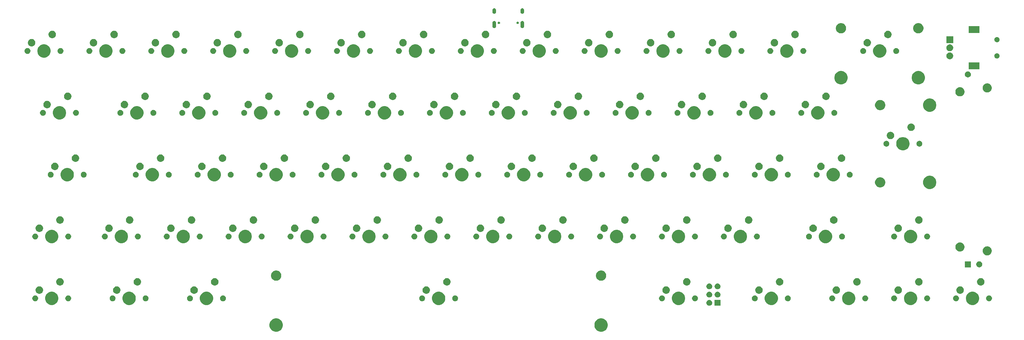
<source format=gbr>
G04 #@! TF.GenerationSoftware,KiCad,Pcbnew,5.1.5+dfsg1-2build2*
G04 #@! TF.CreationDate,2021-01-13T17:57:37+01:00*
G04 #@! TF.ProjectId,suruq-keyboard-pcb,73757275-712d-46b6-9579-626f6172642d,rev?*
G04 #@! TF.SameCoordinates,Original*
G04 #@! TF.FileFunction,Soldermask,Top*
G04 #@! TF.FilePolarity,Negative*
%FSLAX46Y46*%
G04 Gerber Fmt 4.6, Leading zero omitted, Abs format (unit mm)*
G04 Created by KiCad (PCBNEW 5.1.5+dfsg1-2build2) date 2021-01-13 17:57:37*
%MOMM*%
%LPD*%
G04 APERTURE LIST*
%ADD10C,0.100000*%
G04 APERTURE END LIST*
D10*
G36*
X243320754Y-184385318D02*
G01*
X243694011Y-184539926D01*
X243694013Y-184539927D01*
X244029936Y-184764384D01*
X244315616Y-185050064D01*
X244540074Y-185385989D01*
X244694682Y-185759246D01*
X244773500Y-186155493D01*
X244773500Y-186559507D01*
X244694682Y-186955754D01*
X244540074Y-187329011D01*
X244540073Y-187329013D01*
X244315616Y-187664936D01*
X244029936Y-187950616D01*
X243694013Y-188175073D01*
X243694012Y-188175074D01*
X243694011Y-188175074D01*
X243320754Y-188329682D01*
X242924507Y-188408500D01*
X242520493Y-188408500D01*
X242124246Y-188329682D01*
X241750989Y-188175074D01*
X241750988Y-188175074D01*
X241750987Y-188175073D01*
X241415064Y-187950616D01*
X241129384Y-187664936D01*
X240904927Y-187329013D01*
X240904926Y-187329011D01*
X240750318Y-186955754D01*
X240671500Y-186559507D01*
X240671500Y-186155493D01*
X240750318Y-185759246D01*
X240904926Y-185385989D01*
X241129384Y-185050064D01*
X241415064Y-184764384D01*
X241750987Y-184539927D01*
X241750989Y-184539926D01*
X242124246Y-184385318D01*
X242520493Y-184306500D01*
X242924507Y-184306500D01*
X243320754Y-184385318D01*
G37*
G36*
X143320754Y-184385318D02*
G01*
X143694011Y-184539926D01*
X143694013Y-184539927D01*
X144029936Y-184764384D01*
X144315616Y-185050064D01*
X144540074Y-185385989D01*
X144694682Y-185759246D01*
X144773500Y-186155493D01*
X144773500Y-186559507D01*
X144694682Y-186955754D01*
X144540074Y-187329011D01*
X144540073Y-187329013D01*
X144315616Y-187664936D01*
X144029936Y-187950616D01*
X143694013Y-188175073D01*
X143694012Y-188175074D01*
X143694011Y-188175074D01*
X143320754Y-188329682D01*
X142924507Y-188408500D01*
X142520493Y-188408500D01*
X142124246Y-188329682D01*
X141750989Y-188175074D01*
X141750988Y-188175074D01*
X141750987Y-188175073D01*
X141415064Y-187950616D01*
X141129384Y-187664936D01*
X140904927Y-187329013D01*
X140904926Y-187329011D01*
X140750318Y-186955754D01*
X140671500Y-186559507D01*
X140671500Y-186155493D01*
X140750318Y-185759246D01*
X140904926Y-185385989D01*
X141129384Y-185050064D01*
X141415064Y-184764384D01*
X141750987Y-184539927D01*
X141750989Y-184539926D01*
X142124246Y-184385318D01*
X142520493Y-184306500D01*
X142924507Y-184306500D01*
X143320754Y-184385318D01*
G37*
G36*
X276133512Y-178613927D02*
G01*
X276282812Y-178643624D01*
X276446784Y-178711544D01*
X276594354Y-178810147D01*
X276719853Y-178935646D01*
X276818456Y-179083216D01*
X276886376Y-179247188D01*
X276921000Y-179421259D01*
X276921000Y-179598741D01*
X276886376Y-179772812D01*
X276818456Y-179936784D01*
X276719853Y-180084354D01*
X276594354Y-180209853D01*
X276446784Y-180308456D01*
X276282812Y-180376376D01*
X276133512Y-180406073D01*
X276108742Y-180411000D01*
X275931258Y-180411000D01*
X275906488Y-180406073D01*
X275757188Y-180376376D01*
X275593216Y-180308456D01*
X275445646Y-180209853D01*
X275320147Y-180084354D01*
X275221544Y-179936784D01*
X275153624Y-179772812D01*
X275119000Y-179598741D01*
X275119000Y-179421259D01*
X275153624Y-179247188D01*
X275221544Y-179083216D01*
X275320147Y-178935646D01*
X275445646Y-178810147D01*
X275593216Y-178711544D01*
X275757188Y-178643624D01*
X275906488Y-178613927D01*
X275931258Y-178609000D01*
X276108742Y-178609000D01*
X276133512Y-178613927D01*
G37*
G36*
X279461000Y-180411000D02*
G01*
X277659000Y-180411000D01*
X277659000Y-178609000D01*
X279461000Y-178609000D01*
X279461000Y-180411000D01*
G37*
G36*
X338577004Y-176145318D02*
G01*
X338878370Y-176270148D01*
X338950263Y-176299927D01*
X339286186Y-176524384D01*
X339571866Y-176810064D01*
X339738028Y-177058742D01*
X339796324Y-177145989D01*
X339950932Y-177519246D01*
X340029750Y-177915493D01*
X340029750Y-178319507D01*
X339950932Y-178715754D01*
X339796324Y-179089011D01*
X339796323Y-179089013D01*
X339571866Y-179424936D01*
X339286186Y-179710616D01*
X338950263Y-179935073D01*
X338950262Y-179935074D01*
X338950261Y-179935074D01*
X338577004Y-180089682D01*
X338180757Y-180168500D01*
X337776743Y-180168500D01*
X337380496Y-180089682D01*
X337007239Y-179935074D01*
X337007238Y-179935074D01*
X337007237Y-179935073D01*
X336671314Y-179710616D01*
X336385634Y-179424936D01*
X336161177Y-179089013D01*
X336161176Y-179089011D01*
X336006568Y-178715754D01*
X335927750Y-178319507D01*
X335927750Y-177915493D01*
X336006568Y-177519246D01*
X336161176Y-177145989D01*
X336219473Y-177058742D01*
X336385634Y-176810064D01*
X336671314Y-176524384D01*
X337007237Y-176299927D01*
X337079130Y-176270148D01*
X337380496Y-176145318D01*
X337776743Y-176066500D01*
X338180757Y-176066500D01*
X338577004Y-176145318D01*
G37*
G36*
X357627004Y-176145318D02*
G01*
X357928370Y-176270148D01*
X358000263Y-176299927D01*
X358336186Y-176524384D01*
X358621866Y-176810064D01*
X358788028Y-177058742D01*
X358846324Y-177145989D01*
X359000932Y-177519246D01*
X359079750Y-177915493D01*
X359079750Y-178319507D01*
X359000932Y-178715754D01*
X358846324Y-179089011D01*
X358846323Y-179089013D01*
X358621866Y-179424936D01*
X358336186Y-179710616D01*
X358000263Y-179935073D01*
X358000262Y-179935074D01*
X358000261Y-179935074D01*
X357627004Y-180089682D01*
X357230757Y-180168500D01*
X356826743Y-180168500D01*
X356430496Y-180089682D01*
X356057239Y-179935074D01*
X356057238Y-179935074D01*
X356057237Y-179935073D01*
X355721314Y-179710616D01*
X355435634Y-179424936D01*
X355211177Y-179089013D01*
X355211176Y-179089011D01*
X355056568Y-178715754D01*
X354977750Y-178319507D01*
X354977750Y-177915493D01*
X355056568Y-177519246D01*
X355211176Y-177145989D01*
X355269473Y-177058742D01*
X355435634Y-176810064D01*
X355721314Y-176524384D01*
X356057237Y-176299927D01*
X356129130Y-176270148D01*
X356430496Y-176145318D01*
X356826743Y-176066500D01*
X357230757Y-176066500D01*
X357627004Y-176145318D01*
G37*
G36*
X319527004Y-176145318D02*
G01*
X319828370Y-176270148D01*
X319900263Y-176299927D01*
X320236186Y-176524384D01*
X320521866Y-176810064D01*
X320688028Y-177058742D01*
X320746324Y-177145989D01*
X320900932Y-177519246D01*
X320979750Y-177915493D01*
X320979750Y-178319507D01*
X320900932Y-178715754D01*
X320746324Y-179089011D01*
X320746323Y-179089013D01*
X320521866Y-179424936D01*
X320236186Y-179710616D01*
X319900263Y-179935073D01*
X319900262Y-179935074D01*
X319900261Y-179935074D01*
X319527004Y-180089682D01*
X319130757Y-180168500D01*
X318726743Y-180168500D01*
X318330496Y-180089682D01*
X317957239Y-179935074D01*
X317957238Y-179935074D01*
X317957237Y-179935073D01*
X317621314Y-179710616D01*
X317335634Y-179424936D01*
X317111177Y-179089013D01*
X317111176Y-179089011D01*
X316956568Y-178715754D01*
X316877750Y-178319507D01*
X316877750Y-177915493D01*
X316956568Y-177519246D01*
X317111176Y-177145989D01*
X317169473Y-177058742D01*
X317335634Y-176810064D01*
X317621314Y-176524384D01*
X317957237Y-176299927D01*
X318029130Y-176270148D01*
X318330496Y-176145318D01*
X318726743Y-176066500D01*
X319130757Y-176066500D01*
X319527004Y-176145318D01*
G37*
G36*
X267139504Y-176145318D02*
G01*
X267440870Y-176270148D01*
X267512763Y-176299927D01*
X267848686Y-176524384D01*
X268134366Y-176810064D01*
X268300528Y-177058742D01*
X268358824Y-177145989D01*
X268513432Y-177519246D01*
X268592250Y-177915493D01*
X268592250Y-178319507D01*
X268513432Y-178715754D01*
X268358824Y-179089011D01*
X268358823Y-179089013D01*
X268134366Y-179424936D01*
X267848686Y-179710616D01*
X267512763Y-179935073D01*
X267512762Y-179935074D01*
X267512761Y-179935074D01*
X267139504Y-180089682D01*
X266743257Y-180168500D01*
X266339243Y-180168500D01*
X265942996Y-180089682D01*
X265569739Y-179935074D01*
X265569738Y-179935074D01*
X265569737Y-179935073D01*
X265233814Y-179710616D01*
X264948134Y-179424936D01*
X264723677Y-179089013D01*
X264723676Y-179089011D01*
X264569068Y-178715754D01*
X264490250Y-178319507D01*
X264490250Y-177915493D01*
X264569068Y-177519246D01*
X264723676Y-177145989D01*
X264781973Y-177058742D01*
X264948134Y-176810064D01*
X265233814Y-176524384D01*
X265569737Y-176299927D01*
X265641630Y-176270148D01*
X265942996Y-176145318D01*
X266339243Y-176066500D01*
X266743257Y-176066500D01*
X267139504Y-176145318D01*
G37*
G36*
X193320754Y-176145318D02*
G01*
X193622120Y-176270148D01*
X193694013Y-176299927D01*
X194029936Y-176524384D01*
X194315616Y-176810064D01*
X194481778Y-177058742D01*
X194540074Y-177145989D01*
X194694682Y-177519246D01*
X194773500Y-177915493D01*
X194773500Y-178319507D01*
X194694682Y-178715754D01*
X194540074Y-179089011D01*
X194540073Y-179089013D01*
X194315616Y-179424936D01*
X194029936Y-179710616D01*
X193694013Y-179935073D01*
X193694012Y-179935074D01*
X193694011Y-179935074D01*
X193320754Y-180089682D01*
X192924507Y-180168500D01*
X192520493Y-180168500D01*
X192124246Y-180089682D01*
X191750989Y-179935074D01*
X191750988Y-179935074D01*
X191750987Y-179935073D01*
X191415064Y-179710616D01*
X191129384Y-179424936D01*
X190904927Y-179089013D01*
X190904926Y-179089011D01*
X190750318Y-178715754D01*
X190671500Y-178319507D01*
X190671500Y-177915493D01*
X190750318Y-177519246D01*
X190904926Y-177145989D01*
X190963223Y-177058742D01*
X191129384Y-176810064D01*
X191415064Y-176524384D01*
X191750987Y-176299927D01*
X191822880Y-176270148D01*
X192124246Y-176145318D01*
X192520493Y-176066500D01*
X192924507Y-176066500D01*
X193320754Y-176145318D01*
G37*
G36*
X121883254Y-176145318D02*
G01*
X122184620Y-176270148D01*
X122256513Y-176299927D01*
X122592436Y-176524384D01*
X122878116Y-176810064D01*
X123044278Y-177058742D01*
X123102574Y-177145989D01*
X123257182Y-177519246D01*
X123336000Y-177915493D01*
X123336000Y-178319507D01*
X123257182Y-178715754D01*
X123102574Y-179089011D01*
X123102573Y-179089013D01*
X122878116Y-179424936D01*
X122592436Y-179710616D01*
X122256513Y-179935073D01*
X122256512Y-179935074D01*
X122256511Y-179935074D01*
X121883254Y-180089682D01*
X121487007Y-180168500D01*
X121082993Y-180168500D01*
X120686746Y-180089682D01*
X120313489Y-179935074D01*
X120313488Y-179935074D01*
X120313487Y-179935073D01*
X119977564Y-179710616D01*
X119691884Y-179424936D01*
X119467427Y-179089013D01*
X119467426Y-179089011D01*
X119312818Y-178715754D01*
X119234000Y-178319507D01*
X119234000Y-177915493D01*
X119312818Y-177519246D01*
X119467426Y-177145989D01*
X119525723Y-177058742D01*
X119691884Y-176810064D01*
X119977564Y-176524384D01*
X120313487Y-176299927D01*
X120385380Y-176270148D01*
X120686746Y-176145318D01*
X121082993Y-176066500D01*
X121487007Y-176066500D01*
X121883254Y-176145318D01*
G37*
G36*
X98070754Y-176145318D02*
G01*
X98372120Y-176270148D01*
X98444013Y-176299927D01*
X98779936Y-176524384D01*
X99065616Y-176810064D01*
X99231778Y-177058742D01*
X99290074Y-177145989D01*
X99444682Y-177519246D01*
X99523500Y-177915493D01*
X99523500Y-178319507D01*
X99444682Y-178715754D01*
X99290074Y-179089011D01*
X99290073Y-179089013D01*
X99065616Y-179424936D01*
X98779936Y-179710616D01*
X98444013Y-179935073D01*
X98444012Y-179935074D01*
X98444011Y-179935074D01*
X98070754Y-180089682D01*
X97674507Y-180168500D01*
X97270493Y-180168500D01*
X96874246Y-180089682D01*
X96500989Y-179935074D01*
X96500988Y-179935074D01*
X96500987Y-179935073D01*
X96165064Y-179710616D01*
X95879384Y-179424936D01*
X95654927Y-179089013D01*
X95654926Y-179089011D01*
X95500318Y-178715754D01*
X95421500Y-178319507D01*
X95421500Y-177915493D01*
X95500318Y-177519246D01*
X95654926Y-177145989D01*
X95713223Y-177058742D01*
X95879384Y-176810064D01*
X96165064Y-176524384D01*
X96500987Y-176299927D01*
X96572880Y-176270148D01*
X96874246Y-176145318D01*
X97270493Y-176066500D01*
X97674507Y-176066500D01*
X98070754Y-176145318D01*
G37*
G36*
X74258254Y-176145318D02*
G01*
X74559620Y-176270148D01*
X74631513Y-176299927D01*
X74967436Y-176524384D01*
X75253116Y-176810064D01*
X75419278Y-177058742D01*
X75477574Y-177145989D01*
X75632182Y-177519246D01*
X75711000Y-177915493D01*
X75711000Y-178319507D01*
X75632182Y-178715754D01*
X75477574Y-179089011D01*
X75477573Y-179089013D01*
X75253116Y-179424936D01*
X74967436Y-179710616D01*
X74631513Y-179935073D01*
X74631512Y-179935074D01*
X74631511Y-179935074D01*
X74258254Y-180089682D01*
X73862007Y-180168500D01*
X73457993Y-180168500D01*
X73061746Y-180089682D01*
X72688489Y-179935074D01*
X72688488Y-179935074D01*
X72688487Y-179935073D01*
X72352564Y-179710616D01*
X72066884Y-179424936D01*
X71842427Y-179089013D01*
X71842426Y-179089011D01*
X71687818Y-178715754D01*
X71609000Y-178319507D01*
X71609000Y-177915493D01*
X71687818Y-177519246D01*
X71842426Y-177145989D01*
X71900723Y-177058742D01*
X72066884Y-176810064D01*
X72352564Y-176524384D01*
X72688487Y-176299927D01*
X72760380Y-176270148D01*
X73061746Y-176145318D01*
X73457993Y-176066500D01*
X73862007Y-176066500D01*
X74258254Y-176145318D01*
G37*
G36*
X295714504Y-176145318D02*
G01*
X296015870Y-176270148D01*
X296087763Y-176299927D01*
X296423686Y-176524384D01*
X296709366Y-176810064D01*
X296875528Y-177058742D01*
X296933824Y-177145989D01*
X297088432Y-177519246D01*
X297167250Y-177915493D01*
X297167250Y-178319507D01*
X297088432Y-178715754D01*
X296933824Y-179089011D01*
X296933823Y-179089013D01*
X296709366Y-179424936D01*
X296423686Y-179710616D01*
X296087763Y-179935073D01*
X296087762Y-179935074D01*
X296087761Y-179935074D01*
X295714504Y-180089682D01*
X295318257Y-180168500D01*
X294914243Y-180168500D01*
X294517996Y-180089682D01*
X294144739Y-179935074D01*
X294144738Y-179935074D01*
X294144737Y-179935073D01*
X293808814Y-179710616D01*
X293523134Y-179424936D01*
X293298677Y-179089013D01*
X293298676Y-179089011D01*
X293144068Y-178715754D01*
X293065250Y-178319507D01*
X293065250Y-177915493D01*
X293144068Y-177519246D01*
X293298676Y-177145989D01*
X293356973Y-177058742D01*
X293523134Y-176810064D01*
X293808814Y-176524384D01*
X294144737Y-176299927D01*
X294216630Y-176270148D01*
X294517996Y-176145318D01*
X294914243Y-176066500D01*
X295318257Y-176066500D01*
X295714504Y-176145318D01*
G37*
G36*
X300309762Y-177221427D02*
G01*
X300459062Y-177251124D01*
X300623034Y-177319044D01*
X300770604Y-177417647D01*
X300896103Y-177543146D01*
X300994706Y-177690716D01*
X301062626Y-177854688D01*
X301097250Y-178028759D01*
X301097250Y-178206241D01*
X301062626Y-178380312D01*
X300994706Y-178544284D01*
X300896103Y-178691854D01*
X300770604Y-178817353D01*
X300623034Y-178915956D01*
X300459062Y-178983876D01*
X300309762Y-179013573D01*
X300284992Y-179018500D01*
X300107508Y-179018500D01*
X300082738Y-179013573D01*
X299933438Y-178983876D01*
X299769466Y-178915956D01*
X299621896Y-178817353D01*
X299496397Y-178691854D01*
X299397794Y-178544284D01*
X299329874Y-178380312D01*
X299295250Y-178206241D01*
X299295250Y-178028759D01*
X299329874Y-177854688D01*
X299397794Y-177690716D01*
X299496397Y-177543146D01*
X299621896Y-177417647D01*
X299769466Y-177319044D01*
X299933438Y-177251124D01*
X300082738Y-177221427D01*
X300107508Y-177216500D01*
X300284992Y-177216500D01*
X300309762Y-177221427D01*
G37*
G36*
X290149762Y-177221427D02*
G01*
X290299062Y-177251124D01*
X290463034Y-177319044D01*
X290610604Y-177417647D01*
X290736103Y-177543146D01*
X290834706Y-177690716D01*
X290902626Y-177854688D01*
X290937250Y-178028759D01*
X290937250Y-178206241D01*
X290902626Y-178380312D01*
X290834706Y-178544284D01*
X290736103Y-178691854D01*
X290610604Y-178817353D01*
X290463034Y-178915956D01*
X290299062Y-178983876D01*
X290149762Y-179013573D01*
X290124992Y-179018500D01*
X289947508Y-179018500D01*
X289922738Y-179013573D01*
X289773438Y-178983876D01*
X289609466Y-178915956D01*
X289461896Y-178817353D01*
X289336397Y-178691854D01*
X289237794Y-178544284D01*
X289169874Y-178380312D01*
X289135250Y-178206241D01*
X289135250Y-178028759D01*
X289169874Y-177854688D01*
X289237794Y-177690716D01*
X289336397Y-177543146D01*
X289461896Y-177417647D01*
X289609466Y-177319044D01*
X289773438Y-177251124D01*
X289922738Y-177221427D01*
X289947508Y-177216500D01*
X290124992Y-177216500D01*
X290149762Y-177221427D01*
G37*
G36*
X324122262Y-177221427D02*
G01*
X324271562Y-177251124D01*
X324435534Y-177319044D01*
X324583104Y-177417647D01*
X324708603Y-177543146D01*
X324807206Y-177690716D01*
X324875126Y-177854688D01*
X324909750Y-178028759D01*
X324909750Y-178206241D01*
X324875126Y-178380312D01*
X324807206Y-178544284D01*
X324708603Y-178691854D01*
X324583104Y-178817353D01*
X324435534Y-178915956D01*
X324271562Y-178983876D01*
X324122262Y-179013573D01*
X324097492Y-179018500D01*
X323920008Y-179018500D01*
X323895238Y-179013573D01*
X323745938Y-178983876D01*
X323581966Y-178915956D01*
X323434396Y-178817353D01*
X323308897Y-178691854D01*
X323210294Y-178544284D01*
X323142374Y-178380312D01*
X323107750Y-178206241D01*
X323107750Y-178028759D01*
X323142374Y-177854688D01*
X323210294Y-177690716D01*
X323308897Y-177543146D01*
X323434396Y-177417647D01*
X323581966Y-177319044D01*
X323745938Y-177251124D01*
X323895238Y-177221427D01*
X323920008Y-177216500D01*
X324097492Y-177216500D01*
X324122262Y-177221427D01*
G37*
G36*
X313962262Y-177221427D02*
G01*
X314111562Y-177251124D01*
X314275534Y-177319044D01*
X314423104Y-177417647D01*
X314548603Y-177543146D01*
X314647206Y-177690716D01*
X314715126Y-177854688D01*
X314749750Y-178028759D01*
X314749750Y-178206241D01*
X314715126Y-178380312D01*
X314647206Y-178544284D01*
X314548603Y-178691854D01*
X314423104Y-178817353D01*
X314275534Y-178915956D01*
X314111562Y-178983876D01*
X313962262Y-179013573D01*
X313937492Y-179018500D01*
X313760008Y-179018500D01*
X313735238Y-179013573D01*
X313585938Y-178983876D01*
X313421966Y-178915956D01*
X313274396Y-178817353D01*
X313148897Y-178691854D01*
X313050294Y-178544284D01*
X312982374Y-178380312D01*
X312947750Y-178206241D01*
X312947750Y-178028759D01*
X312982374Y-177854688D01*
X313050294Y-177690716D01*
X313148897Y-177543146D01*
X313274396Y-177417647D01*
X313421966Y-177319044D01*
X313585938Y-177251124D01*
X313735238Y-177221427D01*
X313760008Y-177216500D01*
X313937492Y-177216500D01*
X313962262Y-177221427D01*
G37*
G36*
X116318512Y-177221427D02*
G01*
X116467812Y-177251124D01*
X116631784Y-177319044D01*
X116779354Y-177417647D01*
X116904853Y-177543146D01*
X117003456Y-177690716D01*
X117071376Y-177854688D01*
X117106000Y-178028759D01*
X117106000Y-178206241D01*
X117071376Y-178380312D01*
X117003456Y-178544284D01*
X116904853Y-178691854D01*
X116779354Y-178817353D01*
X116631784Y-178915956D01*
X116467812Y-178983876D01*
X116318512Y-179013573D01*
X116293742Y-179018500D01*
X116116258Y-179018500D01*
X116091488Y-179013573D01*
X115942188Y-178983876D01*
X115778216Y-178915956D01*
X115630646Y-178817353D01*
X115505147Y-178691854D01*
X115406544Y-178544284D01*
X115338624Y-178380312D01*
X115304000Y-178206241D01*
X115304000Y-178028759D01*
X115338624Y-177854688D01*
X115406544Y-177690716D01*
X115505147Y-177543146D01*
X115630646Y-177417647D01*
X115778216Y-177319044D01*
X115942188Y-177251124D01*
X116091488Y-177221427D01*
X116116258Y-177216500D01*
X116293742Y-177216500D01*
X116318512Y-177221427D01*
G37*
G36*
X102666012Y-177221427D02*
G01*
X102815312Y-177251124D01*
X102979284Y-177319044D01*
X103126854Y-177417647D01*
X103252353Y-177543146D01*
X103350956Y-177690716D01*
X103418876Y-177854688D01*
X103453500Y-178028759D01*
X103453500Y-178206241D01*
X103418876Y-178380312D01*
X103350956Y-178544284D01*
X103252353Y-178691854D01*
X103126854Y-178817353D01*
X102979284Y-178915956D01*
X102815312Y-178983876D01*
X102666012Y-179013573D01*
X102641242Y-179018500D01*
X102463758Y-179018500D01*
X102438988Y-179013573D01*
X102289688Y-178983876D01*
X102125716Y-178915956D01*
X101978146Y-178817353D01*
X101852647Y-178691854D01*
X101754044Y-178544284D01*
X101686124Y-178380312D01*
X101651500Y-178206241D01*
X101651500Y-178028759D01*
X101686124Y-177854688D01*
X101754044Y-177690716D01*
X101852647Y-177543146D01*
X101978146Y-177417647D01*
X102125716Y-177319044D01*
X102289688Y-177251124D01*
X102438988Y-177221427D01*
X102463758Y-177216500D01*
X102641242Y-177216500D01*
X102666012Y-177221427D01*
G37*
G36*
X92506012Y-177221427D02*
G01*
X92655312Y-177251124D01*
X92819284Y-177319044D01*
X92966854Y-177417647D01*
X93092353Y-177543146D01*
X93190956Y-177690716D01*
X93258876Y-177854688D01*
X93293500Y-178028759D01*
X93293500Y-178206241D01*
X93258876Y-178380312D01*
X93190956Y-178544284D01*
X93092353Y-178691854D01*
X92966854Y-178817353D01*
X92819284Y-178915956D01*
X92655312Y-178983876D01*
X92506012Y-179013573D01*
X92481242Y-179018500D01*
X92303758Y-179018500D01*
X92278988Y-179013573D01*
X92129688Y-178983876D01*
X91965716Y-178915956D01*
X91818146Y-178817353D01*
X91692647Y-178691854D01*
X91594044Y-178544284D01*
X91526124Y-178380312D01*
X91491500Y-178206241D01*
X91491500Y-178028759D01*
X91526124Y-177854688D01*
X91594044Y-177690716D01*
X91692647Y-177543146D01*
X91818146Y-177417647D01*
X91965716Y-177319044D01*
X92129688Y-177251124D01*
X92278988Y-177221427D01*
X92303758Y-177216500D01*
X92481242Y-177216500D01*
X92506012Y-177221427D01*
G37*
G36*
X78853512Y-177221427D02*
G01*
X79002812Y-177251124D01*
X79166784Y-177319044D01*
X79314354Y-177417647D01*
X79439853Y-177543146D01*
X79538456Y-177690716D01*
X79606376Y-177854688D01*
X79641000Y-178028759D01*
X79641000Y-178206241D01*
X79606376Y-178380312D01*
X79538456Y-178544284D01*
X79439853Y-178691854D01*
X79314354Y-178817353D01*
X79166784Y-178915956D01*
X79002812Y-178983876D01*
X78853512Y-179013573D01*
X78828742Y-179018500D01*
X78651258Y-179018500D01*
X78626488Y-179013573D01*
X78477188Y-178983876D01*
X78313216Y-178915956D01*
X78165646Y-178817353D01*
X78040147Y-178691854D01*
X77941544Y-178544284D01*
X77873624Y-178380312D01*
X77839000Y-178206241D01*
X77839000Y-178028759D01*
X77873624Y-177854688D01*
X77941544Y-177690716D01*
X78040147Y-177543146D01*
X78165646Y-177417647D01*
X78313216Y-177319044D01*
X78477188Y-177251124D01*
X78626488Y-177221427D01*
X78651258Y-177216500D01*
X78828742Y-177216500D01*
X78853512Y-177221427D01*
G37*
G36*
X68693512Y-177221427D02*
G01*
X68842812Y-177251124D01*
X69006784Y-177319044D01*
X69154354Y-177417647D01*
X69279853Y-177543146D01*
X69378456Y-177690716D01*
X69446376Y-177854688D01*
X69481000Y-178028759D01*
X69481000Y-178206241D01*
X69446376Y-178380312D01*
X69378456Y-178544284D01*
X69279853Y-178691854D01*
X69154354Y-178817353D01*
X69006784Y-178915956D01*
X68842812Y-178983876D01*
X68693512Y-179013573D01*
X68668742Y-179018500D01*
X68491258Y-179018500D01*
X68466488Y-179013573D01*
X68317188Y-178983876D01*
X68153216Y-178915956D01*
X68005646Y-178817353D01*
X67880147Y-178691854D01*
X67781544Y-178544284D01*
X67713624Y-178380312D01*
X67679000Y-178206241D01*
X67679000Y-178028759D01*
X67713624Y-177854688D01*
X67781544Y-177690716D01*
X67880147Y-177543146D01*
X68005646Y-177417647D01*
X68153216Y-177319044D01*
X68317188Y-177251124D01*
X68466488Y-177221427D01*
X68491258Y-177216500D01*
X68668742Y-177216500D01*
X68693512Y-177221427D01*
G37*
G36*
X271734762Y-177221427D02*
G01*
X271884062Y-177251124D01*
X272048034Y-177319044D01*
X272195604Y-177417647D01*
X272321103Y-177543146D01*
X272419706Y-177690716D01*
X272487626Y-177854688D01*
X272522250Y-178028759D01*
X272522250Y-178206241D01*
X272487626Y-178380312D01*
X272419706Y-178544284D01*
X272321103Y-178691854D01*
X272195604Y-178817353D01*
X272048034Y-178915956D01*
X271884062Y-178983876D01*
X271734762Y-179013573D01*
X271709992Y-179018500D01*
X271532508Y-179018500D01*
X271507738Y-179013573D01*
X271358438Y-178983876D01*
X271194466Y-178915956D01*
X271046896Y-178817353D01*
X270921397Y-178691854D01*
X270822794Y-178544284D01*
X270754874Y-178380312D01*
X270720250Y-178206241D01*
X270720250Y-178028759D01*
X270754874Y-177854688D01*
X270822794Y-177690716D01*
X270921397Y-177543146D01*
X271046896Y-177417647D01*
X271194466Y-177319044D01*
X271358438Y-177251124D01*
X271507738Y-177221427D01*
X271532508Y-177216500D01*
X271709992Y-177216500D01*
X271734762Y-177221427D01*
G37*
G36*
X352062262Y-177221427D02*
G01*
X352211562Y-177251124D01*
X352375534Y-177319044D01*
X352523104Y-177417647D01*
X352648603Y-177543146D01*
X352747206Y-177690716D01*
X352815126Y-177854688D01*
X352849750Y-178028759D01*
X352849750Y-178206241D01*
X352815126Y-178380312D01*
X352747206Y-178544284D01*
X352648603Y-178691854D01*
X352523104Y-178817353D01*
X352375534Y-178915956D01*
X352211562Y-178983876D01*
X352062262Y-179013573D01*
X352037492Y-179018500D01*
X351860008Y-179018500D01*
X351835238Y-179013573D01*
X351685938Y-178983876D01*
X351521966Y-178915956D01*
X351374396Y-178817353D01*
X351248897Y-178691854D01*
X351150294Y-178544284D01*
X351082374Y-178380312D01*
X351047750Y-178206241D01*
X351047750Y-178028759D01*
X351082374Y-177854688D01*
X351150294Y-177690716D01*
X351248897Y-177543146D01*
X351374396Y-177417647D01*
X351521966Y-177319044D01*
X351685938Y-177251124D01*
X351835238Y-177221427D01*
X351860008Y-177216500D01*
X352037492Y-177216500D01*
X352062262Y-177221427D01*
G37*
G36*
X343172262Y-177221427D02*
G01*
X343321562Y-177251124D01*
X343485534Y-177319044D01*
X343633104Y-177417647D01*
X343758603Y-177543146D01*
X343857206Y-177690716D01*
X343925126Y-177854688D01*
X343959750Y-178028759D01*
X343959750Y-178206241D01*
X343925126Y-178380312D01*
X343857206Y-178544284D01*
X343758603Y-178691854D01*
X343633104Y-178817353D01*
X343485534Y-178915956D01*
X343321562Y-178983876D01*
X343172262Y-179013573D01*
X343147492Y-179018500D01*
X342970008Y-179018500D01*
X342945238Y-179013573D01*
X342795938Y-178983876D01*
X342631966Y-178915956D01*
X342484396Y-178817353D01*
X342358897Y-178691854D01*
X342260294Y-178544284D01*
X342192374Y-178380312D01*
X342157750Y-178206241D01*
X342157750Y-178028759D01*
X342192374Y-177854688D01*
X342260294Y-177690716D01*
X342358897Y-177543146D01*
X342484396Y-177417647D01*
X342631966Y-177319044D01*
X342795938Y-177251124D01*
X342945238Y-177221427D01*
X342970008Y-177216500D01*
X343147492Y-177216500D01*
X343172262Y-177221427D01*
G37*
G36*
X197916012Y-177221427D02*
G01*
X198065312Y-177251124D01*
X198229284Y-177319044D01*
X198376854Y-177417647D01*
X198502353Y-177543146D01*
X198600956Y-177690716D01*
X198668876Y-177854688D01*
X198703500Y-178028759D01*
X198703500Y-178206241D01*
X198668876Y-178380312D01*
X198600956Y-178544284D01*
X198502353Y-178691854D01*
X198376854Y-178817353D01*
X198229284Y-178915956D01*
X198065312Y-178983876D01*
X197916012Y-179013573D01*
X197891242Y-179018500D01*
X197713758Y-179018500D01*
X197688988Y-179013573D01*
X197539688Y-178983876D01*
X197375716Y-178915956D01*
X197228146Y-178817353D01*
X197102647Y-178691854D01*
X197004044Y-178544284D01*
X196936124Y-178380312D01*
X196901500Y-178206241D01*
X196901500Y-178028759D01*
X196936124Y-177854688D01*
X197004044Y-177690716D01*
X197102647Y-177543146D01*
X197228146Y-177417647D01*
X197375716Y-177319044D01*
X197539688Y-177251124D01*
X197688988Y-177221427D01*
X197713758Y-177216500D01*
X197891242Y-177216500D01*
X197916012Y-177221427D01*
G37*
G36*
X187756012Y-177221427D02*
G01*
X187905312Y-177251124D01*
X188069284Y-177319044D01*
X188216854Y-177417647D01*
X188342353Y-177543146D01*
X188440956Y-177690716D01*
X188508876Y-177854688D01*
X188543500Y-178028759D01*
X188543500Y-178206241D01*
X188508876Y-178380312D01*
X188440956Y-178544284D01*
X188342353Y-178691854D01*
X188216854Y-178817353D01*
X188069284Y-178915956D01*
X187905312Y-178983876D01*
X187756012Y-179013573D01*
X187731242Y-179018500D01*
X187553758Y-179018500D01*
X187528988Y-179013573D01*
X187379688Y-178983876D01*
X187215716Y-178915956D01*
X187068146Y-178817353D01*
X186942647Y-178691854D01*
X186844044Y-178544284D01*
X186776124Y-178380312D01*
X186741500Y-178206241D01*
X186741500Y-178028759D01*
X186776124Y-177854688D01*
X186844044Y-177690716D01*
X186942647Y-177543146D01*
X187068146Y-177417647D01*
X187215716Y-177319044D01*
X187379688Y-177251124D01*
X187528988Y-177221427D01*
X187553758Y-177216500D01*
X187731242Y-177216500D01*
X187756012Y-177221427D01*
G37*
G36*
X333012262Y-177221427D02*
G01*
X333161562Y-177251124D01*
X333325534Y-177319044D01*
X333473104Y-177417647D01*
X333598603Y-177543146D01*
X333697206Y-177690716D01*
X333765126Y-177854688D01*
X333799750Y-178028759D01*
X333799750Y-178206241D01*
X333765126Y-178380312D01*
X333697206Y-178544284D01*
X333598603Y-178691854D01*
X333473104Y-178817353D01*
X333325534Y-178915956D01*
X333161562Y-178983876D01*
X333012262Y-179013573D01*
X332987492Y-179018500D01*
X332810008Y-179018500D01*
X332785238Y-179013573D01*
X332635938Y-178983876D01*
X332471966Y-178915956D01*
X332324396Y-178817353D01*
X332198897Y-178691854D01*
X332100294Y-178544284D01*
X332032374Y-178380312D01*
X331997750Y-178206241D01*
X331997750Y-178028759D01*
X332032374Y-177854688D01*
X332100294Y-177690716D01*
X332198897Y-177543146D01*
X332324396Y-177417647D01*
X332471966Y-177319044D01*
X332635938Y-177251124D01*
X332785238Y-177221427D01*
X332810008Y-177216500D01*
X332987492Y-177216500D01*
X333012262Y-177221427D01*
G37*
G36*
X261574762Y-177221427D02*
G01*
X261724062Y-177251124D01*
X261888034Y-177319044D01*
X262035604Y-177417647D01*
X262161103Y-177543146D01*
X262259706Y-177690716D01*
X262327626Y-177854688D01*
X262362250Y-178028759D01*
X262362250Y-178206241D01*
X262327626Y-178380312D01*
X262259706Y-178544284D01*
X262161103Y-178691854D01*
X262035604Y-178817353D01*
X261888034Y-178915956D01*
X261724062Y-178983876D01*
X261574762Y-179013573D01*
X261549992Y-179018500D01*
X261372508Y-179018500D01*
X261347738Y-179013573D01*
X261198438Y-178983876D01*
X261034466Y-178915956D01*
X260886896Y-178817353D01*
X260761397Y-178691854D01*
X260662794Y-178544284D01*
X260594874Y-178380312D01*
X260560250Y-178206241D01*
X260560250Y-178028759D01*
X260594874Y-177854688D01*
X260662794Y-177690716D01*
X260761397Y-177543146D01*
X260886896Y-177417647D01*
X261034466Y-177319044D01*
X261198438Y-177251124D01*
X261347738Y-177221427D01*
X261372508Y-177216500D01*
X261549992Y-177216500D01*
X261574762Y-177221427D01*
G37*
G36*
X126478512Y-177221427D02*
G01*
X126627812Y-177251124D01*
X126791784Y-177319044D01*
X126939354Y-177417647D01*
X127064853Y-177543146D01*
X127163456Y-177690716D01*
X127231376Y-177854688D01*
X127266000Y-178028759D01*
X127266000Y-178206241D01*
X127231376Y-178380312D01*
X127163456Y-178544284D01*
X127064853Y-178691854D01*
X126939354Y-178817353D01*
X126791784Y-178915956D01*
X126627812Y-178983876D01*
X126478512Y-179013573D01*
X126453742Y-179018500D01*
X126276258Y-179018500D01*
X126251488Y-179013573D01*
X126102188Y-178983876D01*
X125938216Y-178915956D01*
X125790646Y-178817353D01*
X125665147Y-178691854D01*
X125566544Y-178544284D01*
X125498624Y-178380312D01*
X125464000Y-178206241D01*
X125464000Y-178028759D01*
X125498624Y-177854688D01*
X125566544Y-177690716D01*
X125665147Y-177543146D01*
X125790646Y-177417647D01*
X125938216Y-177319044D01*
X126102188Y-177251124D01*
X126251488Y-177221427D01*
X126276258Y-177216500D01*
X126453742Y-177216500D01*
X126478512Y-177221427D01*
G37*
G36*
X362222262Y-177221427D02*
G01*
X362371562Y-177251124D01*
X362535534Y-177319044D01*
X362683104Y-177417647D01*
X362808603Y-177543146D01*
X362907206Y-177690716D01*
X362975126Y-177854688D01*
X363009750Y-178028759D01*
X363009750Y-178206241D01*
X362975126Y-178380312D01*
X362907206Y-178544284D01*
X362808603Y-178691854D01*
X362683104Y-178817353D01*
X362535534Y-178915956D01*
X362371562Y-178983876D01*
X362222262Y-179013573D01*
X362197492Y-179018500D01*
X362020008Y-179018500D01*
X361995238Y-179013573D01*
X361845938Y-178983876D01*
X361681966Y-178915956D01*
X361534396Y-178817353D01*
X361408897Y-178691854D01*
X361310294Y-178544284D01*
X361242374Y-178380312D01*
X361207750Y-178206241D01*
X361207750Y-178028759D01*
X361242374Y-177854688D01*
X361310294Y-177690716D01*
X361408897Y-177543146D01*
X361534396Y-177417647D01*
X361681966Y-177319044D01*
X361845938Y-177251124D01*
X361995238Y-177221427D01*
X362020008Y-177216500D01*
X362197492Y-177216500D01*
X362222262Y-177221427D01*
G37*
G36*
X276133512Y-176073927D02*
G01*
X276282812Y-176103624D01*
X276446784Y-176171544D01*
X276594354Y-176270147D01*
X276719853Y-176395646D01*
X276818456Y-176543216D01*
X276886376Y-176707188D01*
X276921000Y-176881259D01*
X276921000Y-177058741D01*
X276886376Y-177232812D01*
X276818456Y-177396784D01*
X276719853Y-177544354D01*
X276594354Y-177669853D01*
X276446784Y-177768456D01*
X276282812Y-177836376D01*
X276133512Y-177866073D01*
X276108742Y-177871000D01*
X275931258Y-177871000D01*
X275906488Y-177866073D01*
X275757188Y-177836376D01*
X275593216Y-177768456D01*
X275445646Y-177669853D01*
X275320147Y-177544354D01*
X275221544Y-177396784D01*
X275153624Y-177232812D01*
X275119000Y-177058741D01*
X275119000Y-176881259D01*
X275153624Y-176707188D01*
X275221544Y-176543216D01*
X275320147Y-176395646D01*
X275445646Y-176270147D01*
X275593216Y-176171544D01*
X275757188Y-176103624D01*
X275906488Y-176073927D01*
X275931258Y-176069000D01*
X276108742Y-176069000D01*
X276133512Y-176073927D01*
G37*
G36*
X278673512Y-176073927D02*
G01*
X278822812Y-176103624D01*
X278986784Y-176171544D01*
X279134354Y-176270147D01*
X279259853Y-176395646D01*
X279358456Y-176543216D01*
X279426376Y-176707188D01*
X279461000Y-176881259D01*
X279461000Y-177058741D01*
X279426376Y-177232812D01*
X279358456Y-177396784D01*
X279259853Y-177544354D01*
X279134354Y-177669853D01*
X278986784Y-177768456D01*
X278822812Y-177836376D01*
X278673512Y-177866073D01*
X278648742Y-177871000D01*
X278471258Y-177871000D01*
X278446488Y-177866073D01*
X278297188Y-177836376D01*
X278133216Y-177768456D01*
X277985646Y-177669853D01*
X277860147Y-177544354D01*
X277761544Y-177396784D01*
X277693624Y-177232812D01*
X277659000Y-177058741D01*
X277659000Y-176881259D01*
X277693624Y-176707188D01*
X277761544Y-176543216D01*
X277860147Y-176395646D01*
X277985646Y-176270147D01*
X278133216Y-176171544D01*
X278297188Y-176103624D01*
X278446488Y-176073927D01*
X278471258Y-176069000D01*
X278648742Y-176069000D01*
X278673512Y-176073927D01*
G37*
G36*
X70074549Y-174448616D02*
G01*
X70185734Y-174470732D01*
X70395203Y-174557497D01*
X70583720Y-174683460D01*
X70744040Y-174843780D01*
X70870003Y-175032297D01*
X70956768Y-175241766D01*
X71001000Y-175464136D01*
X71001000Y-175690864D01*
X70956768Y-175913234D01*
X70870003Y-176122703D01*
X70744040Y-176311220D01*
X70583720Y-176471540D01*
X70395203Y-176597503D01*
X70185734Y-176684268D01*
X70074549Y-176706384D01*
X69963365Y-176728500D01*
X69736635Y-176728500D01*
X69625451Y-176706384D01*
X69514266Y-176684268D01*
X69304797Y-176597503D01*
X69116280Y-176471540D01*
X68955960Y-176311220D01*
X68829997Y-176122703D01*
X68743232Y-175913234D01*
X68699000Y-175690864D01*
X68699000Y-175464136D01*
X68743232Y-175241766D01*
X68829997Y-175032297D01*
X68955960Y-174843780D01*
X69116280Y-174683460D01*
X69304797Y-174557497D01*
X69514266Y-174470732D01*
X69625451Y-174448616D01*
X69736635Y-174426500D01*
X69963365Y-174426500D01*
X70074549Y-174448616D01*
G37*
G36*
X334393299Y-174448616D02*
G01*
X334504484Y-174470732D01*
X334713953Y-174557497D01*
X334902470Y-174683460D01*
X335062790Y-174843780D01*
X335188753Y-175032297D01*
X335275518Y-175241766D01*
X335319750Y-175464136D01*
X335319750Y-175690864D01*
X335275518Y-175913234D01*
X335188753Y-176122703D01*
X335062790Y-176311220D01*
X334902470Y-176471540D01*
X334713953Y-176597503D01*
X334504484Y-176684268D01*
X334393299Y-176706384D01*
X334282115Y-176728500D01*
X334055385Y-176728500D01*
X333944201Y-176706384D01*
X333833016Y-176684268D01*
X333623547Y-176597503D01*
X333435030Y-176471540D01*
X333274710Y-176311220D01*
X333148747Y-176122703D01*
X333061982Y-175913234D01*
X333017750Y-175690864D01*
X333017750Y-175464136D01*
X333061982Y-175241766D01*
X333148747Y-175032297D01*
X333274710Y-174843780D01*
X333435030Y-174683460D01*
X333623547Y-174557497D01*
X333833016Y-174470732D01*
X333944201Y-174448616D01*
X334055385Y-174426500D01*
X334282115Y-174426500D01*
X334393299Y-174448616D01*
G37*
G36*
X315343299Y-174448616D02*
G01*
X315454484Y-174470732D01*
X315663953Y-174557497D01*
X315852470Y-174683460D01*
X316012790Y-174843780D01*
X316138753Y-175032297D01*
X316225518Y-175241766D01*
X316269750Y-175464136D01*
X316269750Y-175690864D01*
X316225518Y-175913234D01*
X316138753Y-176122703D01*
X316012790Y-176311220D01*
X315852470Y-176471540D01*
X315663953Y-176597503D01*
X315454484Y-176684268D01*
X315343299Y-176706384D01*
X315232115Y-176728500D01*
X315005385Y-176728500D01*
X314894201Y-176706384D01*
X314783016Y-176684268D01*
X314573547Y-176597503D01*
X314385030Y-176471540D01*
X314224710Y-176311220D01*
X314098747Y-176122703D01*
X314011982Y-175913234D01*
X313967750Y-175690864D01*
X313967750Y-175464136D01*
X314011982Y-175241766D01*
X314098747Y-175032297D01*
X314224710Y-174843780D01*
X314385030Y-174683460D01*
X314573547Y-174557497D01*
X314783016Y-174470732D01*
X314894201Y-174448616D01*
X315005385Y-174426500D01*
X315232115Y-174426500D01*
X315343299Y-174448616D01*
G37*
G36*
X353443299Y-174448616D02*
G01*
X353554484Y-174470732D01*
X353763953Y-174557497D01*
X353952470Y-174683460D01*
X354112790Y-174843780D01*
X354238753Y-175032297D01*
X354325518Y-175241766D01*
X354369750Y-175464136D01*
X354369750Y-175690864D01*
X354325518Y-175913234D01*
X354238753Y-176122703D01*
X354112790Y-176311220D01*
X353952470Y-176471540D01*
X353763953Y-176597503D01*
X353554484Y-176684268D01*
X353443299Y-176706384D01*
X353332115Y-176728500D01*
X353105385Y-176728500D01*
X352994201Y-176706384D01*
X352883016Y-176684268D01*
X352673547Y-176597503D01*
X352485030Y-176471540D01*
X352324710Y-176311220D01*
X352198747Y-176122703D01*
X352111982Y-175913234D01*
X352067750Y-175690864D01*
X352067750Y-175464136D01*
X352111982Y-175241766D01*
X352198747Y-175032297D01*
X352324710Y-174843780D01*
X352485030Y-174683460D01*
X352673547Y-174557497D01*
X352883016Y-174470732D01*
X352994201Y-174448616D01*
X353105385Y-174426500D01*
X353332115Y-174426500D01*
X353443299Y-174448616D01*
G37*
G36*
X291530799Y-174448616D02*
G01*
X291641984Y-174470732D01*
X291851453Y-174557497D01*
X292039970Y-174683460D01*
X292200290Y-174843780D01*
X292326253Y-175032297D01*
X292413018Y-175241766D01*
X292457250Y-175464136D01*
X292457250Y-175690864D01*
X292413018Y-175913234D01*
X292326253Y-176122703D01*
X292200290Y-176311220D01*
X292039970Y-176471540D01*
X291851453Y-176597503D01*
X291641984Y-176684268D01*
X291530799Y-176706384D01*
X291419615Y-176728500D01*
X291192885Y-176728500D01*
X291081701Y-176706384D01*
X290970516Y-176684268D01*
X290761047Y-176597503D01*
X290572530Y-176471540D01*
X290412210Y-176311220D01*
X290286247Y-176122703D01*
X290199482Y-175913234D01*
X290155250Y-175690864D01*
X290155250Y-175464136D01*
X290199482Y-175241766D01*
X290286247Y-175032297D01*
X290412210Y-174843780D01*
X290572530Y-174683460D01*
X290761047Y-174557497D01*
X290970516Y-174470732D01*
X291081701Y-174448616D01*
X291192885Y-174426500D01*
X291419615Y-174426500D01*
X291530799Y-174448616D01*
G37*
G36*
X93887049Y-174448616D02*
G01*
X93998234Y-174470732D01*
X94207703Y-174557497D01*
X94396220Y-174683460D01*
X94556540Y-174843780D01*
X94682503Y-175032297D01*
X94769268Y-175241766D01*
X94813500Y-175464136D01*
X94813500Y-175690864D01*
X94769268Y-175913234D01*
X94682503Y-176122703D01*
X94556540Y-176311220D01*
X94396220Y-176471540D01*
X94207703Y-176597503D01*
X93998234Y-176684268D01*
X93887049Y-176706384D01*
X93775865Y-176728500D01*
X93549135Y-176728500D01*
X93437951Y-176706384D01*
X93326766Y-176684268D01*
X93117297Y-176597503D01*
X92928780Y-176471540D01*
X92768460Y-176311220D01*
X92642497Y-176122703D01*
X92555732Y-175913234D01*
X92511500Y-175690864D01*
X92511500Y-175464136D01*
X92555732Y-175241766D01*
X92642497Y-175032297D01*
X92768460Y-174843780D01*
X92928780Y-174683460D01*
X93117297Y-174557497D01*
X93326766Y-174470732D01*
X93437951Y-174448616D01*
X93549135Y-174426500D01*
X93775865Y-174426500D01*
X93887049Y-174448616D01*
G37*
G36*
X262955799Y-174448616D02*
G01*
X263066984Y-174470732D01*
X263276453Y-174557497D01*
X263464970Y-174683460D01*
X263625290Y-174843780D01*
X263751253Y-175032297D01*
X263838018Y-175241766D01*
X263882250Y-175464136D01*
X263882250Y-175690864D01*
X263838018Y-175913234D01*
X263751253Y-176122703D01*
X263625290Y-176311220D01*
X263464970Y-176471540D01*
X263276453Y-176597503D01*
X263066984Y-176684268D01*
X262955799Y-176706384D01*
X262844615Y-176728500D01*
X262617885Y-176728500D01*
X262506701Y-176706384D01*
X262395516Y-176684268D01*
X262186047Y-176597503D01*
X261997530Y-176471540D01*
X261837210Y-176311220D01*
X261711247Y-176122703D01*
X261624482Y-175913234D01*
X261580250Y-175690864D01*
X261580250Y-175464136D01*
X261624482Y-175241766D01*
X261711247Y-175032297D01*
X261837210Y-174843780D01*
X261997530Y-174683460D01*
X262186047Y-174557497D01*
X262395516Y-174470732D01*
X262506701Y-174448616D01*
X262617885Y-174426500D01*
X262844615Y-174426500D01*
X262955799Y-174448616D01*
G37*
G36*
X189137049Y-174448616D02*
G01*
X189248234Y-174470732D01*
X189457703Y-174557497D01*
X189646220Y-174683460D01*
X189806540Y-174843780D01*
X189932503Y-175032297D01*
X190019268Y-175241766D01*
X190063500Y-175464136D01*
X190063500Y-175690864D01*
X190019268Y-175913234D01*
X189932503Y-176122703D01*
X189806540Y-176311220D01*
X189646220Y-176471540D01*
X189457703Y-176597503D01*
X189248234Y-176684268D01*
X189137049Y-176706384D01*
X189025865Y-176728500D01*
X188799135Y-176728500D01*
X188687951Y-176706384D01*
X188576766Y-176684268D01*
X188367297Y-176597503D01*
X188178780Y-176471540D01*
X188018460Y-176311220D01*
X187892497Y-176122703D01*
X187805732Y-175913234D01*
X187761500Y-175690864D01*
X187761500Y-175464136D01*
X187805732Y-175241766D01*
X187892497Y-175032297D01*
X188018460Y-174843780D01*
X188178780Y-174683460D01*
X188367297Y-174557497D01*
X188576766Y-174470732D01*
X188687951Y-174448616D01*
X188799135Y-174426500D01*
X189025865Y-174426500D01*
X189137049Y-174448616D01*
G37*
G36*
X117699549Y-174448616D02*
G01*
X117810734Y-174470732D01*
X118020203Y-174557497D01*
X118208720Y-174683460D01*
X118369040Y-174843780D01*
X118495003Y-175032297D01*
X118581768Y-175241766D01*
X118626000Y-175464136D01*
X118626000Y-175690864D01*
X118581768Y-175913234D01*
X118495003Y-176122703D01*
X118369040Y-176311220D01*
X118208720Y-176471540D01*
X118020203Y-176597503D01*
X117810734Y-176684268D01*
X117699549Y-176706384D01*
X117588365Y-176728500D01*
X117361635Y-176728500D01*
X117250451Y-176706384D01*
X117139266Y-176684268D01*
X116929797Y-176597503D01*
X116741280Y-176471540D01*
X116580960Y-176311220D01*
X116454997Y-176122703D01*
X116368232Y-175913234D01*
X116324000Y-175690864D01*
X116324000Y-175464136D01*
X116368232Y-175241766D01*
X116454997Y-175032297D01*
X116580960Y-174843780D01*
X116741280Y-174683460D01*
X116929797Y-174557497D01*
X117139266Y-174470732D01*
X117250451Y-174448616D01*
X117361635Y-174426500D01*
X117588365Y-174426500D01*
X117699549Y-174448616D01*
G37*
G36*
X278673512Y-173533927D02*
G01*
X278822812Y-173563624D01*
X278986784Y-173631544D01*
X279134354Y-173730147D01*
X279259853Y-173855646D01*
X279358456Y-174003216D01*
X279426376Y-174167188D01*
X279461000Y-174341259D01*
X279461000Y-174518741D01*
X279426376Y-174692812D01*
X279358456Y-174856784D01*
X279259853Y-175004354D01*
X279134354Y-175129853D01*
X278986784Y-175228456D01*
X278822812Y-175296376D01*
X278673512Y-175326073D01*
X278648742Y-175331000D01*
X278471258Y-175331000D01*
X278446488Y-175326073D01*
X278297188Y-175296376D01*
X278133216Y-175228456D01*
X277985646Y-175129853D01*
X277860147Y-175004354D01*
X277761544Y-174856784D01*
X277693624Y-174692812D01*
X277659000Y-174518741D01*
X277659000Y-174341259D01*
X277693624Y-174167188D01*
X277761544Y-174003216D01*
X277860147Y-173855646D01*
X277985646Y-173730147D01*
X278133216Y-173631544D01*
X278297188Y-173563624D01*
X278446488Y-173533927D01*
X278471258Y-173529000D01*
X278648742Y-173529000D01*
X278673512Y-173533927D01*
G37*
G36*
X276133512Y-173533927D02*
G01*
X276282812Y-173563624D01*
X276446784Y-173631544D01*
X276594354Y-173730147D01*
X276719853Y-173855646D01*
X276818456Y-174003216D01*
X276886376Y-174167188D01*
X276921000Y-174341259D01*
X276921000Y-174518741D01*
X276886376Y-174692812D01*
X276818456Y-174856784D01*
X276719853Y-175004354D01*
X276594354Y-175129853D01*
X276446784Y-175228456D01*
X276282812Y-175296376D01*
X276133512Y-175326073D01*
X276108742Y-175331000D01*
X275931258Y-175331000D01*
X275906488Y-175326073D01*
X275757188Y-175296376D01*
X275593216Y-175228456D01*
X275445646Y-175129853D01*
X275320147Y-175004354D01*
X275221544Y-174856784D01*
X275153624Y-174692812D01*
X275119000Y-174518741D01*
X275119000Y-174341259D01*
X275153624Y-174167188D01*
X275221544Y-174003216D01*
X275320147Y-173855646D01*
X275445646Y-173730147D01*
X275593216Y-173631544D01*
X275757188Y-173563624D01*
X275906488Y-173533927D01*
X275931258Y-173529000D01*
X276108742Y-173529000D01*
X276133512Y-173533927D01*
G37*
G36*
X359793299Y-171908616D02*
G01*
X359904484Y-171930732D01*
X360113953Y-172017497D01*
X360302470Y-172143460D01*
X360462790Y-172303780D01*
X360588753Y-172492297D01*
X360675518Y-172701766D01*
X360719750Y-172924136D01*
X360719750Y-173150864D01*
X360675518Y-173373234D01*
X360588753Y-173582703D01*
X360462790Y-173771220D01*
X360302470Y-173931540D01*
X360113953Y-174057503D01*
X359904484Y-174144268D01*
X359793299Y-174166384D01*
X359682115Y-174188500D01*
X359455385Y-174188500D01*
X359344201Y-174166384D01*
X359233016Y-174144268D01*
X359023547Y-174057503D01*
X358835030Y-173931540D01*
X358674710Y-173771220D01*
X358548747Y-173582703D01*
X358461982Y-173373234D01*
X358417750Y-173150864D01*
X358417750Y-172924136D01*
X358461982Y-172701766D01*
X358548747Y-172492297D01*
X358674710Y-172303780D01*
X358835030Y-172143460D01*
X359023547Y-172017497D01*
X359233016Y-171930732D01*
X359344201Y-171908616D01*
X359455385Y-171886500D01*
X359682115Y-171886500D01*
X359793299Y-171908616D01*
G37*
G36*
X340743299Y-171908616D02*
G01*
X340854484Y-171930732D01*
X341063953Y-172017497D01*
X341252470Y-172143460D01*
X341412790Y-172303780D01*
X341538753Y-172492297D01*
X341625518Y-172701766D01*
X341669750Y-172924136D01*
X341669750Y-173150864D01*
X341625518Y-173373234D01*
X341538753Y-173582703D01*
X341412790Y-173771220D01*
X341252470Y-173931540D01*
X341063953Y-174057503D01*
X340854484Y-174144268D01*
X340743299Y-174166384D01*
X340632115Y-174188500D01*
X340405385Y-174188500D01*
X340294201Y-174166384D01*
X340183016Y-174144268D01*
X339973547Y-174057503D01*
X339785030Y-173931540D01*
X339624710Y-173771220D01*
X339498747Y-173582703D01*
X339411982Y-173373234D01*
X339367750Y-173150864D01*
X339367750Y-172924136D01*
X339411982Y-172701766D01*
X339498747Y-172492297D01*
X339624710Y-172303780D01*
X339785030Y-172143460D01*
X339973547Y-172017497D01*
X340183016Y-171930732D01*
X340294201Y-171908616D01*
X340405385Y-171886500D01*
X340632115Y-171886500D01*
X340743299Y-171908616D01*
G37*
G36*
X321693299Y-171908616D02*
G01*
X321804484Y-171930732D01*
X322013953Y-172017497D01*
X322202470Y-172143460D01*
X322362790Y-172303780D01*
X322488753Y-172492297D01*
X322575518Y-172701766D01*
X322619750Y-172924136D01*
X322619750Y-173150864D01*
X322575518Y-173373234D01*
X322488753Y-173582703D01*
X322362790Y-173771220D01*
X322202470Y-173931540D01*
X322013953Y-174057503D01*
X321804484Y-174144268D01*
X321693299Y-174166384D01*
X321582115Y-174188500D01*
X321355385Y-174188500D01*
X321244201Y-174166384D01*
X321133016Y-174144268D01*
X320923547Y-174057503D01*
X320735030Y-173931540D01*
X320574710Y-173771220D01*
X320448747Y-173582703D01*
X320361982Y-173373234D01*
X320317750Y-173150864D01*
X320317750Y-172924136D01*
X320361982Y-172701766D01*
X320448747Y-172492297D01*
X320574710Y-172303780D01*
X320735030Y-172143460D01*
X320923547Y-172017497D01*
X321133016Y-171930732D01*
X321244201Y-171908616D01*
X321355385Y-171886500D01*
X321582115Y-171886500D01*
X321693299Y-171908616D01*
G37*
G36*
X297880799Y-171908616D02*
G01*
X297991984Y-171930732D01*
X298201453Y-172017497D01*
X298389970Y-172143460D01*
X298550290Y-172303780D01*
X298676253Y-172492297D01*
X298763018Y-172701766D01*
X298807250Y-172924136D01*
X298807250Y-173150864D01*
X298763018Y-173373234D01*
X298676253Y-173582703D01*
X298550290Y-173771220D01*
X298389970Y-173931540D01*
X298201453Y-174057503D01*
X297991984Y-174144268D01*
X297880799Y-174166384D01*
X297769615Y-174188500D01*
X297542885Y-174188500D01*
X297431701Y-174166384D01*
X297320516Y-174144268D01*
X297111047Y-174057503D01*
X296922530Y-173931540D01*
X296762210Y-173771220D01*
X296636247Y-173582703D01*
X296549482Y-173373234D01*
X296505250Y-173150864D01*
X296505250Y-172924136D01*
X296549482Y-172701766D01*
X296636247Y-172492297D01*
X296762210Y-172303780D01*
X296922530Y-172143460D01*
X297111047Y-172017497D01*
X297320516Y-171930732D01*
X297431701Y-171908616D01*
X297542885Y-171886500D01*
X297769615Y-171886500D01*
X297880799Y-171908616D01*
G37*
G36*
X269305799Y-171908616D02*
G01*
X269416984Y-171930732D01*
X269626453Y-172017497D01*
X269814970Y-172143460D01*
X269975290Y-172303780D01*
X270101253Y-172492297D01*
X270188018Y-172701766D01*
X270232250Y-172924136D01*
X270232250Y-173150864D01*
X270188018Y-173373234D01*
X270101253Y-173582703D01*
X269975290Y-173771220D01*
X269814970Y-173931540D01*
X269626453Y-174057503D01*
X269416984Y-174144268D01*
X269305799Y-174166384D01*
X269194615Y-174188500D01*
X268967885Y-174188500D01*
X268856701Y-174166384D01*
X268745516Y-174144268D01*
X268536047Y-174057503D01*
X268347530Y-173931540D01*
X268187210Y-173771220D01*
X268061247Y-173582703D01*
X267974482Y-173373234D01*
X267930250Y-173150864D01*
X267930250Y-172924136D01*
X267974482Y-172701766D01*
X268061247Y-172492297D01*
X268187210Y-172303780D01*
X268347530Y-172143460D01*
X268536047Y-172017497D01*
X268745516Y-171930732D01*
X268856701Y-171908616D01*
X268967885Y-171886500D01*
X269194615Y-171886500D01*
X269305799Y-171908616D01*
G37*
G36*
X195487049Y-171908616D02*
G01*
X195598234Y-171930732D01*
X195807703Y-172017497D01*
X195996220Y-172143460D01*
X196156540Y-172303780D01*
X196282503Y-172492297D01*
X196369268Y-172701766D01*
X196413500Y-172924136D01*
X196413500Y-173150864D01*
X196369268Y-173373234D01*
X196282503Y-173582703D01*
X196156540Y-173771220D01*
X195996220Y-173931540D01*
X195807703Y-174057503D01*
X195598234Y-174144268D01*
X195487049Y-174166384D01*
X195375865Y-174188500D01*
X195149135Y-174188500D01*
X195037951Y-174166384D01*
X194926766Y-174144268D01*
X194717297Y-174057503D01*
X194528780Y-173931540D01*
X194368460Y-173771220D01*
X194242497Y-173582703D01*
X194155732Y-173373234D01*
X194111500Y-173150864D01*
X194111500Y-172924136D01*
X194155732Y-172701766D01*
X194242497Y-172492297D01*
X194368460Y-172303780D01*
X194528780Y-172143460D01*
X194717297Y-172017497D01*
X194926766Y-171930732D01*
X195037951Y-171908616D01*
X195149135Y-171886500D01*
X195375865Y-171886500D01*
X195487049Y-171908616D01*
G37*
G36*
X124049549Y-171908616D02*
G01*
X124160734Y-171930732D01*
X124370203Y-172017497D01*
X124558720Y-172143460D01*
X124719040Y-172303780D01*
X124845003Y-172492297D01*
X124931768Y-172701766D01*
X124976000Y-172924136D01*
X124976000Y-173150864D01*
X124931768Y-173373234D01*
X124845003Y-173582703D01*
X124719040Y-173771220D01*
X124558720Y-173931540D01*
X124370203Y-174057503D01*
X124160734Y-174144268D01*
X124049549Y-174166384D01*
X123938365Y-174188500D01*
X123711635Y-174188500D01*
X123600451Y-174166384D01*
X123489266Y-174144268D01*
X123279797Y-174057503D01*
X123091280Y-173931540D01*
X122930960Y-173771220D01*
X122804997Y-173582703D01*
X122718232Y-173373234D01*
X122674000Y-173150864D01*
X122674000Y-172924136D01*
X122718232Y-172701766D01*
X122804997Y-172492297D01*
X122930960Y-172303780D01*
X123091280Y-172143460D01*
X123279797Y-172017497D01*
X123489266Y-171930732D01*
X123600451Y-171908616D01*
X123711635Y-171886500D01*
X123938365Y-171886500D01*
X124049549Y-171908616D01*
G37*
G36*
X100237049Y-171908616D02*
G01*
X100348234Y-171930732D01*
X100557703Y-172017497D01*
X100746220Y-172143460D01*
X100906540Y-172303780D01*
X101032503Y-172492297D01*
X101119268Y-172701766D01*
X101163500Y-172924136D01*
X101163500Y-173150864D01*
X101119268Y-173373234D01*
X101032503Y-173582703D01*
X100906540Y-173771220D01*
X100746220Y-173931540D01*
X100557703Y-174057503D01*
X100348234Y-174144268D01*
X100237049Y-174166384D01*
X100125865Y-174188500D01*
X99899135Y-174188500D01*
X99787951Y-174166384D01*
X99676766Y-174144268D01*
X99467297Y-174057503D01*
X99278780Y-173931540D01*
X99118460Y-173771220D01*
X98992497Y-173582703D01*
X98905732Y-173373234D01*
X98861500Y-173150864D01*
X98861500Y-172924136D01*
X98905732Y-172701766D01*
X98992497Y-172492297D01*
X99118460Y-172303780D01*
X99278780Y-172143460D01*
X99467297Y-172017497D01*
X99676766Y-171930732D01*
X99787951Y-171908616D01*
X99899135Y-171886500D01*
X100125865Y-171886500D01*
X100237049Y-171908616D01*
G37*
G36*
X76424549Y-171908616D02*
G01*
X76535734Y-171930732D01*
X76745203Y-172017497D01*
X76933720Y-172143460D01*
X77094040Y-172303780D01*
X77220003Y-172492297D01*
X77306768Y-172701766D01*
X77351000Y-172924136D01*
X77351000Y-173150864D01*
X77306768Y-173373234D01*
X77220003Y-173582703D01*
X77094040Y-173771220D01*
X76933720Y-173931540D01*
X76745203Y-174057503D01*
X76535734Y-174144268D01*
X76424549Y-174166384D01*
X76313365Y-174188500D01*
X76086635Y-174188500D01*
X75975451Y-174166384D01*
X75864266Y-174144268D01*
X75654797Y-174057503D01*
X75466280Y-173931540D01*
X75305960Y-173771220D01*
X75179997Y-173582703D01*
X75093232Y-173373234D01*
X75049000Y-173150864D01*
X75049000Y-172924136D01*
X75093232Y-172701766D01*
X75179997Y-172492297D01*
X75305960Y-172303780D01*
X75466280Y-172143460D01*
X75654797Y-172017497D01*
X75864266Y-171930732D01*
X75975451Y-171908616D01*
X76086635Y-171886500D01*
X76313365Y-171886500D01*
X76424549Y-171908616D01*
G37*
G36*
X142953583Y-169556590D02*
G01*
X143182202Y-169602064D01*
X143469016Y-169720867D01*
X143727142Y-169893341D01*
X143946659Y-170112858D01*
X144119133Y-170370984D01*
X144237936Y-170657798D01*
X144298500Y-170962278D01*
X144298500Y-171272722D01*
X144237936Y-171577202D01*
X144119133Y-171864016D01*
X143946659Y-172122142D01*
X143727142Y-172341659D01*
X143469016Y-172514133D01*
X143182202Y-172632936D01*
X142953583Y-172678410D01*
X142877724Y-172693500D01*
X142567276Y-172693500D01*
X142491417Y-172678410D01*
X142262798Y-172632936D01*
X141975984Y-172514133D01*
X141717858Y-172341659D01*
X141498341Y-172122142D01*
X141325867Y-171864016D01*
X141207064Y-171577202D01*
X141146500Y-171272722D01*
X141146500Y-170962278D01*
X141207064Y-170657798D01*
X141325867Y-170370984D01*
X141498341Y-170112858D01*
X141717858Y-169893341D01*
X141975984Y-169720867D01*
X142262798Y-169602064D01*
X142491417Y-169556590D01*
X142567276Y-169541500D01*
X142877724Y-169541500D01*
X142953583Y-169556590D01*
G37*
G36*
X242953583Y-169556590D02*
G01*
X243182202Y-169602064D01*
X243469016Y-169720867D01*
X243727142Y-169893341D01*
X243946659Y-170112858D01*
X244119133Y-170370984D01*
X244237936Y-170657798D01*
X244298500Y-170962278D01*
X244298500Y-171272722D01*
X244237936Y-171577202D01*
X244119133Y-171864016D01*
X243946659Y-172122142D01*
X243727142Y-172341659D01*
X243469016Y-172514133D01*
X243182202Y-172632936D01*
X242953583Y-172678410D01*
X242877724Y-172693500D01*
X242567276Y-172693500D01*
X242491417Y-172678410D01*
X242262798Y-172632936D01*
X241975984Y-172514133D01*
X241717858Y-172341659D01*
X241498341Y-172122142D01*
X241325867Y-171864016D01*
X241207064Y-171577202D01*
X241146500Y-171272722D01*
X241146500Y-170962278D01*
X241207064Y-170657798D01*
X241325867Y-170370984D01*
X241498341Y-170112858D01*
X241717858Y-169893341D01*
X241975984Y-169720867D01*
X242262798Y-169602064D01*
X242491417Y-169556590D01*
X242567276Y-169541500D01*
X242877724Y-169541500D01*
X242953583Y-169556590D01*
G37*
G36*
X356526000Y-168566000D02*
G01*
X354674000Y-168566000D01*
X354674000Y-166714000D01*
X356526000Y-166714000D01*
X356526000Y-168566000D01*
G37*
G36*
X359370104Y-166749585D02*
G01*
X359538626Y-166819389D01*
X359690291Y-166920728D01*
X359819272Y-167049709D01*
X359920611Y-167201374D01*
X359990415Y-167369896D01*
X360026000Y-167548797D01*
X360026000Y-167731203D01*
X359990415Y-167910104D01*
X359920611Y-168078626D01*
X359819272Y-168230291D01*
X359690291Y-168359272D01*
X359538626Y-168460611D01*
X359370104Y-168530415D01*
X359191203Y-168566000D01*
X359008797Y-168566000D01*
X358829896Y-168530415D01*
X358661374Y-168460611D01*
X358509709Y-168359272D01*
X358380728Y-168230291D01*
X358279389Y-168078626D01*
X358209585Y-167910104D01*
X358174000Y-167731203D01*
X358174000Y-167548797D01*
X358209585Y-167369896D01*
X358279389Y-167201374D01*
X358380728Y-167049709D01*
X358509709Y-166920728D01*
X358661374Y-166819389D01*
X358829896Y-166749585D01*
X359008797Y-166714000D01*
X359191203Y-166714000D01*
X359370104Y-166749585D01*
G37*
G36*
X361868433Y-162124893D02*
G01*
X361958657Y-162142839D01*
X362064267Y-162186585D01*
X362213621Y-162248449D01*
X362213622Y-162248450D01*
X362443086Y-162401772D01*
X362638228Y-162596914D01*
X362706209Y-162698656D01*
X362791551Y-162826379D01*
X362897161Y-163081344D01*
X362951000Y-163352012D01*
X362951000Y-163627988D01*
X362897161Y-163898656D01*
X362791551Y-164153621D01*
X362791550Y-164153622D01*
X362638228Y-164383086D01*
X362443086Y-164578228D01*
X362289763Y-164680675D01*
X362213621Y-164731551D01*
X362064267Y-164793415D01*
X361958657Y-164837161D01*
X361868433Y-164855107D01*
X361687988Y-164891000D01*
X361412012Y-164891000D01*
X361231567Y-164855107D01*
X361141343Y-164837161D01*
X361035733Y-164793415D01*
X360886379Y-164731551D01*
X360810237Y-164680675D01*
X360656914Y-164578228D01*
X360461772Y-164383086D01*
X360308450Y-164153622D01*
X360308449Y-164153621D01*
X360202839Y-163898656D01*
X360149000Y-163627988D01*
X360149000Y-163352012D01*
X360202839Y-163081344D01*
X360308449Y-162826379D01*
X360393791Y-162698656D01*
X360461772Y-162596914D01*
X360656914Y-162401772D01*
X360886378Y-162248450D01*
X360886379Y-162248449D01*
X361035733Y-162186585D01*
X361141343Y-162142839D01*
X361231567Y-162124893D01*
X361412012Y-162089000D01*
X361687988Y-162089000D01*
X361868433Y-162124893D01*
G37*
G36*
X353468433Y-160924893D02*
G01*
X353558657Y-160942839D01*
X353664267Y-160986585D01*
X353813621Y-161048449D01*
X353813622Y-161048450D01*
X354043086Y-161201772D01*
X354238228Y-161396914D01*
X354340675Y-161550237D01*
X354391551Y-161626379D01*
X354497161Y-161881344D01*
X354551000Y-162152012D01*
X354551000Y-162427988D01*
X354497161Y-162698656D01*
X354391551Y-162953621D01*
X354391550Y-162953622D01*
X354238228Y-163183086D01*
X354043086Y-163378228D01*
X353889763Y-163480675D01*
X353813621Y-163531551D01*
X353664267Y-163593415D01*
X353558657Y-163637161D01*
X353468433Y-163655107D01*
X353287988Y-163691000D01*
X353012012Y-163691000D01*
X352831567Y-163655107D01*
X352741343Y-163637161D01*
X352635733Y-163593415D01*
X352486379Y-163531551D01*
X352410237Y-163480675D01*
X352256914Y-163378228D01*
X352061772Y-163183086D01*
X351908450Y-162953622D01*
X351908449Y-162953621D01*
X351802839Y-162698656D01*
X351749000Y-162427988D01*
X351749000Y-162152012D01*
X351802839Y-161881344D01*
X351908449Y-161626379D01*
X351959325Y-161550237D01*
X352061772Y-161396914D01*
X352256914Y-161201772D01*
X352486378Y-161048450D01*
X352486379Y-161048449D01*
X352635733Y-160986585D01*
X352741343Y-160942839D01*
X352831567Y-160924893D01*
X353012012Y-160889000D01*
X353287988Y-160889000D01*
X353468433Y-160924893D01*
G37*
G36*
X229039504Y-157095318D02*
G01*
X229412761Y-157249926D01*
X229412763Y-157249927D01*
X229748686Y-157474384D01*
X230034366Y-157760064D01*
X230258824Y-158095989D01*
X230413432Y-158469246D01*
X230492250Y-158865493D01*
X230492250Y-159269507D01*
X230413432Y-159665754D01*
X230258824Y-160039011D01*
X230258823Y-160039013D01*
X230034366Y-160374936D01*
X229748686Y-160660616D01*
X229412763Y-160885073D01*
X229412762Y-160885074D01*
X229412761Y-160885074D01*
X229039504Y-161039682D01*
X228643257Y-161118500D01*
X228239243Y-161118500D01*
X227842996Y-161039682D01*
X227469739Y-160885074D01*
X227469738Y-160885074D01*
X227469737Y-160885073D01*
X227133814Y-160660616D01*
X226848134Y-160374936D01*
X226623677Y-160039013D01*
X226623676Y-160039011D01*
X226469068Y-159665754D01*
X226390250Y-159269507D01*
X226390250Y-158865493D01*
X226469068Y-158469246D01*
X226623676Y-158095989D01*
X226848134Y-157760064D01*
X227133814Y-157474384D01*
X227469737Y-157249927D01*
X227469739Y-157249926D01*
X227842996Y-157095318D01*
X228239243Y-157016500D01*
X228643257Y-157016500D01*
X229039504Y-157095318D01*
G37*
G36*
X74258254Y-157095318D02*
G01*
X74631511Y-157249926D01*
X74631513Y-157249927D01*
X74967436Y-157474384D01*
X75253116Y-157760064D01*
X75477574Y-158095989D01*
X75632182Y-158469246D01*
X75711000Y-158865493D01*
X75711000Y-159269507D01*
X75632182Y-159665754D01*
X75477574Y-160039011D01*
X75477573Y-160039013D01*
X75253116Y-160374936D01*
X74967436Y-160660616D01*
X74631513Y-160885073D01*
X74631512Y-160885074D01*
X74631511Y-160885074D01*
X74258254Y-161039682D01*
X73862007Y-161118500D01*
X73457993Y-161118500D01*
X73061746Y-161039682D01*
X72688489Y-160885074D01*
X72688488Y-160885074D01*
X72688487Y-160885073D01*
X72352564Y-160660616D01*
X72066884Y-160374936D01*
X71842427Y-160039013D01*
X71842426Y-160039011D01*
X71687818Y-159665754D01*
X71609000Y-159269507D01*
X71609000Y-158865493D01*
X71687818Y-158469246D01*
X71842426Y-158095989D01*
X72066884Y-157760064D01*
X72352564Y-157474384D01*
X72688487Y-157249927D01*
X72688489Y-157249926D01*
X73061746Y-157095318D01*
X73457993Y-157016500D01*
X73862007Y-157016500D01*
X74258254Y-157095318D01*
G37*
G36*
X95689504Y-157095318D02*
G01*
X96062761Y-157249926D01*
X96062763Y-157249927D01*
X96398686Y-157474384D01*
X96684366Y-157760064D01*
X96908824Y-158095989D01*
X97063432Y-158469246D01*
X97142250Y-158865493D01*
X97142250Y-159269507D01*
X97063432Y-159665754D01*
X96908824Y-160039011D01*
X96908823Y-160039013D01*
X96684366Y-160374936D01*
X96398686Y-160660616D01*
X96062763Y-160885073D01*
X96062762Y-160885074D01*
X96062761Y-160885074D01*
X95689504Y-161039682D01*
X95293257Y-161118500D01*
X94889243Y-161118500D01*
X94492996Y-161039682D01*
X94119739Y-160885074D01*
X94119738Y-160885074D01*
X94119737Y-160885073D01*
X93783814Y-160660616D01*
X93498134Y-160374936D01*
X93273677Y-160039013D01*
X93273676Y-160039011D01*
X93119068Y-159665754D01*
X93040250Y-159269507D01*
X93040250Y-158865493D01*
X93119068Y-158469246D01*
X93273676Y-158095989D01*
X93498134Y-157760064D01*
X93783814Y-157474384D01*
X94119737Y-157249927D01*
X94119739Y-157249926D01*
X94492996Y-157095318D01*
X94889243Y-157016500D01*
X95293257Y-157016500D01*
X95689504Y-157095318D01*
G37*
G36*
X114739504Y-157095318D02*
G01*
X115112761Y-157249926D01*
X115112763Y-157249927D01*
X115448686Y-157474384D01*
X115734366Y-157760064D01*
X115958824Y-158095989D01*
X116113432Y-158469246D01*
X116192250Y-158865493D01*
X116192250Y-159269507D01*
X116113432Y-159665754D01*
X115958824Y-160039011D01*
X115958823Y-160039013D01*
X115734366Y-160374936D01*
X115448686Y-160660616D01*
X115112763Y-160885073D01*
X115112762Y-160885074D01*
X115112761Y-160885074D01*
X114739504Y-161039682D01*
X114343257Y-161118500D01*
X113939243Y-161118500D01*
X113542996Y-161039682D01*
X113169739Y-160885074D01*
X113169738Y-160885074D01*
X113169737Y-160885073D01*
X112833814Y-160660616D01*
X112548134Y-160374936D01*
X112323677Y-160039013D01*
X112323676Y-160039011D01*
X112169068Y-159665754D01*
X112090250Y-159269507D01*
X112090250Y-158865493D01*
X112169068Y-158469246D01*
X112323676Y-158095989D01*
X112548134Y-157760064D01*
X112833814Y-157474384D01*
X113169737Y-157249927D01*
X113169739Y-157249926D01*
X113542996Y-157095318D01*
X113939243Y-157016500D01*
X114343257Y-157016500D01*
X114739504Y-157095318D01*
G37*
G36*
X133789504Y-157095318D02*
G01*
X134162761Y-157249926D01*
X134162763Y-157249927D01*
X134498686Y-157474384D01*
X134784366Y-157760064D01*
X135008824Y-158095989D01*
X135163432Y-158469246D01*
X135242250Y-158865493D01*
X135242250Y-159269507D01*
X135163432Y-159665754D01*
X135008824Y-160039011D01*
X135008823Y-160039013D01*
X134784366Y-160374936D01*
X134498686Y-160660616D01*
X134162763Y-160885073D01*
X134162762Y-160885074D01*
X134162761Y-160885074D01*
X133789504Y-161039682D01*
X133393257Y-161118500D01*
X132989243Y-161118500D01*
X132592996Y-161039682D01*
X132219739Y-160885074D01*
X132219738Y-160885074D01*
X132219737Y-160885073D01*
X131883814Y-160660616D01*
X131598134Y-160374936D01*
X131373677Y-160039013D01*
X131373676Y-160039011D01*
X131219068Y-159665754D01*
X131140250Y-159269507D01*
X131140250Y-158865493D01*
X131219068Y-158469246D01*
X131373676Y-158095989D01*
X131598134Y-157760064D01*
X131883814Y-157474384D01*
X132219737Y-157249927D01*
X132219739Y-157249926D01*
X132592996Y-157095318D01*
X132989243Y-157016500D01*
X133393257Y-157016500D01*
X133789504Y-157095318D01*
G37*
G36*
X152839504Y-157095318D02*
G01*
X153212761Y-157249926D01*
X153212763Y-157249927D01*
X153548686Y-157474384D01*
X153834366Y-157760064D01*
X154058824Y-158095989D01*
X154213432Y-158469246D01*
X154292250Y-158865493D01*
X154292250Y-159269507D01*
X154213432Y-159665754D01*
X154058824Y-160039011D01*
X154058823Y-160039013D01*
X153834366Y-160374936D01*
X153548686Y-160660616D01*
X153212763Y-160885073D01*
X153212762Y-160885074D01*
X153212761Y-160885074D01*
X152839504Y-161039682D01*
X152443257Y-161118500D01*
X152039243Y-161118500D01*
X151642996Y-161039682D01*
X151269739Y-160885074D01*
X151269738Y-160885074D01*
X151269737Y-160885073D01*
X150933814Y-160660616D01*
X150648134Y-160374936D01*
X150423677Y-160039013D01*
X150423676Y-160039011D01*
X150269068Y-159665754D01*
X150190250Y-159269507D01*
X150190250Y-158865493D01*
X150269068Y-158469246D01*
X150423676Y-158095989D01*
X150648134Y-157760064D01*
X150933814Y-157474384D01*
X151269737Y-157249927D01*
X151269739Y-157249926D01*
X151642996Y-157095318D01*
X152039243Y-157016500D01*
X152443257Y-157016500D01*
X152839504Y-157095318D01*
G37*
G36*
X171889504Y-157095318D02*
G01*
X172262761Y-157249926D01*
X172262763Y-157249927D01*
X172598686Y-157474384D01*
X172884366Y-157760064D01*
X173108824Y-158095989D01*
X173263432Y-158469246D01*
X173342250Y-158865493D01*
X173342250Y-159269507D01*
X173263432Y-159665754D01*
X173108824Y-160039011D01*
X173108823Y-160039013D01*
X172884366Y-160374936D01*
X172598686Y-160660616D01*
X172262763Y-160885073D01*
X172262762Y-160885074D01*
X172262761Y-160885074D01*
X171889504Y-161039682D01*
X171493257Y-161118500D01*
X171089243Y-161118500D01*
X170692996Y-161039682D01*
X170319739Y-160885074D01*
X170319738Y-160885074D01*
X170319737Y-160885073D01*
X169983814Y-160660616D01*
X169698134Y-160374936D01*
X169473677Y-160039013D01*
X169473676Y-160039011D01*
X169319068Y-159665754D01*
X169240250Y-159269507D01*
X169240250Y-158865493D01*
X169319068Y-158469246D01*
X169473676Y-158095989D01*
X169698134Y-157760064D01*
X169983814Y-157474384D01*
X170319737Y-157249927D01*
X170319739Y-157249926D01*
X170692996Y-157095318D01*
X171089243Y-157016500D01*
X171493257Y-157016500D01*
X171889504Y-157095318D01*
G37*
G36*
X248089504Y-157095318D02*
G01*
X248462761Y-157249926D01*
X248462763Y-157249927D01*
X248798686Y-157474384D01*
X249084366Y-157760064D01*
X249308824Y-158095989D01*
X249463432Y-158469246D01*
X249542250Y-158865493D01*
X249542250Y-159269507D01*
X249463432Y-159665754D01*
X249308824Y-160039011D01*
X249308823Y-160039013D01*
X249084366Y-160374936D01*
X248798686Y-160660616D01*
X248462763Y-160885073D01*
X248462762Y-160885074D01*
X248462761Y-160885074D01*
X248089504Y-161039682D01*
X247693257Y-161118500D01*
X247289243Y-161118500D01*
X246892996Y-161039682D01*
X246519739Y-160885074D01*
X246519738Y-160885074D01*
X246519737Y-160885073D01*
X246183814Y-160660616D01*
X245898134Y-160374936D01*
X245673677Y-160039013D01*
X245673676Y-160039011D01*
X245519068Y-159665754D01*
X245440250Y-159269507D01*
X245440250Y-158865493D01*
X245519068Y-158469246D01*
X245673676Y-158095989D01*
X245898134Y-157760064D01*
X246183814Y-157474384D01*
X246519737Y-157249927D01*
X246519739Y-157249926D01*
X246892996Y-157095318D01*
X247289243Y-157016500D01*
X247693257Y-157016500D01*
X248089504Y-157095318D01*
G37*
G36*
X209989504Y-157095318D02*
G01*
X210362761Y-157249926D01*
X210362763Y-157249927D01*
X210698686Y-157474384D01*
X210984366Y-157760064D01*
X211208824Y-158095989D01*
X211363432Y-158469246D01*
X211442250Y-158865493D01*
X211442250Y-159269507D01*
X211363432Y-159665754D01*
X211208824Y-160039011D01*
X211208823Y-160039013D01*
X210984366Y-160374936D01*
X210698686Y-160660616D01*
X210362763Y-160885073D01*
X210362762Y-160885074D01*
X210362761Y-160885074D01*
X209989504Y-161039682D01*
X209593257Y-161118500D01*
X209189243Y-161118500D01*
X208792996Y-161039682D01*
X208419739Y-160885074D01*
X208419738Y-160885074D01*
X208419737Y-160885073D01*
X208083814Y-160660616D01*
X207798134Y-160374936D01*
X207573677Y-160039013D01*
X207573676Y-160039011D01*
X207419068Y-159665754D01*
X207340250Y-159269507D01*
X207340250Y-158865493D01*
X207419068Y-158469246D01*
X207573676Y-158095989D01*
X207798134Y-157760064D01*
X208083814Y-157474384D01*
X208419737Y-157249927D01*
X208419739Y-157249926D01*
X208792996Y-157095318D01*
X209189243Y-157016500D01*
X209593257Y-157016500D01*
X209989504Y-157095318D01*
G37*
G36*
X267139504Y-157095318D02*
G01*
X267512761Y-157249926D01*
X267512763Y-157249927D01*
X267848686Y-157474384D01*
X268134366Y-157760064D01*
X268358824Y-158095989D01*
X268513432Y-158469246D01*
X268592250Y-158865493D01*
X268592250Y-159269507D01*
X268513432Y-159665754D01*
X268358824Y-160039011D01*
X268358823Y-160039013D01*
X268134366Y-160374936D01*
X267848686Y-160660616D01*
X267512763Y-160885073D01*
X267512762Y-160885074D01*
X267512761Y-160885074D01*
X267139504Y-161039682D01*
X266743257Y-161118500D01*
X266339243Y-161118500D01*
X265942996Y-161039682D01*
X265569739Y-160885074D01*
X265569738Y-160885074D01*
X265569737Y-160885073D01*
X265233814Y-160660616D01*
X264948134Y-160374936D01*
X264723677Y-160039013D01*
X264723676Y-160039011D01*
X264569068Y-159665754D01*
X264490250Y-159269507D01*
X264490250Y-158865493D01*
X264569068Y-158469246D01*
X264723676Y-158095989D01*
X264948134Y-157760064D01*
X265233814Y-157474384D01*
X265569737Y-157249927D01*
X265569739Y-157249926D01*
X265942996Y-157095318D01*
X266339243Y-157016500D01*
X266743257Y-157016500D01*
X267139504Y-157095318D01*
G37*
G36*
X286189504Y-157095318D02*
G01*
X286562761Y-157249926D01*
X286562763Y-157249927D01*
X286898686Y-157474384D01*
X287184366Y-157760064D01*
X287408824Y-158095989D01*
X287563432Y-158469246D01*
X287642250Y-158865493D01*
X287642250Y-159269507D01*
X287563432Y-159665754D01*
X287408824Y-160039011D01*
X287408823Y-160039013D01*
X287184366Y-160374936D01*
X286898686Y-160660616D01*
X286562763Y-160885073D01*
X286562762Y-160885074D01*
X286562761Y-160885074D01*
X286189504Y-161039682D01*
X285793257Y-161118500D01*
X285389243Y-161118500D01*
X284992996Y-161039682D01*
X284619739Y-160885074D01*
X284619738Y-160885074D01*
X284619737Y-160885073D01*
X284283814Y-160660616D01*
X283998134Y-160374936D01*
X283773677Y-160039013D01*
X283773676Y-160039011D01*
X283619068Y-159665754D01*
X283540250Y-159269507D01*
X283540250Y-158865493D01*
X283619068Y-158469246D01*
X283773676Y-158095989D01*
X283998134Y-157760064D01*
X284283814Y-157474384D01*
X284619737Y-157249927D01*
X284619739Y-157249926D01*
X284992996Y-157095318D01*
X285389243Y-157016500D01*
X285793257Y-157016500D01*
X286189504Y-157095318D01*
G37*
G36*
X312383254Y-157095318D02*
G01*
X312756511Y-157249926D01*
X312756513Y-157249927D01*
X313092436Y-157474384D01*
X313378116Y-157760064D01*
X313602574Y-158095989D01*
X313757182Y-158469246D01*
X313836000Y-158865493D01*
X313836000Y-159269507D01*
X313757182Y-159665754D01*
X313602574Y-160039011D01*
X313602573Y-160039013D01*
X313378116Y-160374936D01*
X313092436Y-160660616D01*
X312756513Y-160885073D01*
X312756512Y-160885074D01*
X312756511Y-160885074D01*
X312383254Y-161039682D01*
X311987007Y-161118500D01*
X311582993Y-161118500D01*
X311186746Y-161039682D01*
X310813489Y-160885074D01*
X310813488Y-160885074D01*
X310813487Y-160885073D01*
X310477564Y-160660616D01*
X310191884Y-160374936D01*
X309967427Y-160039013D01*
X309967426Y-160039011D01*
X309812818Y-159665754D01*
X309734000Y-159269507D01*
X309734000Y-158865493D01*
X309812818Y-158469246D01*
X309967426Y-158095989D01*
X310191884Y-157760064D01*
X310477564Y-157474384D01*
X310813487Y-157249927D01*
X310813489Y-157249926D01*
X311186746Y-157095318D01*
X311582993Y-157016500D01*
X311987007Y-157016500D01*
X312383254Y-157095318D01*
G37*
G36*
X338577004Y-157095318D02*
G01*
X338950261Y-157249926D01*
X338950263Y-157249927D01*
X339286186Y-157474384D01*
X339571866Y-157760064D01*
X339796324Y-158095989D01*
X339950932Y-158469246D01*
X340029750Y-158865493D01*
X340029750Y-159269507D01*
X339950932Y-159665754D01*
X339796324Y-160039011D01*
X339796323Y-160039013D01*
X339571866Y-160374936D01*
X339286186Y-160660616D01*
X338950263Y-160885073D01*
X338950262Y-160885074D01*
X338950261Y-160885074D01*
X338577004Y-161039682D01*
X338180757Y-161118500D01*
X337776743Y-161118500D01*
X337380496Y-161039682D01*
X337007239Y-160885074D01*
X337007238Y-160885074D01*
X337007237Y-160885073D01*
X336671314Y-160660616D01*
X336385634Y-160374936D01*
X336161177Y-160039013D01*
X336161176Y-160039011D01*
X336006568Y-159665754D01*
X335927750Y-159269507D01*
X335927750Y-158865493D01*
X336006568Y-158469246D01*
X336161176Y-158095989D01*
X336385634Y-157760064D01*
X336671314Y-157474384D01*
X337007237Y-157249927D01*
X337007239Y-157249926D01*
X337380496Y-157095318D01*
X337776743Y-157016500D01*
X338180757Y-157016500D01*
X338577004Y-157095318D01*
G37*
G36*
X190939504Y-157095318D02*
G01*
X191312761Y-157249926D01*
X191312763Y-157249927D01*
X191648686Y-157474384D01*
X191934366Y-157760064D01*
X192158824Y-158095989D01*
X192313432Y-158469246D01*
X192392250Y-158865493D01*
X192392250Y-159269507D01*
X192313432Y-159665754D01*
X192158824Y-160039011D01*
X192158823Y-160039013D01*
X191934366Y-160374936D01*
X191648686Y-160660616D01*
X191312763Y-160885073D01*
X191312762Y-160885074D01*
X191312761Y-160885074D01*
X190939504Y-161039682D01*
X190543257Y-161118500D01*
X190139243Y-161118500D01*
X189742996Y-161039682D01*
X189369739Y-160885074D01*
X189369738Y-160885074D01*
X189369737Y-160885073D01*
X189033814Y-160660616D01*
X188748134Y-160374936D01*
X188523677Y-160039013D01*
X188523676Y-160039011D01*
X188369068Y-159665754D01*
X188290250Y-159269507D01*
X188290250Y-158865493D01*
X188369068Y-158469246D01*
X188523676Y-158095989D01*
X188748134Y-157760064D01*
X189033814Y-157474384D01*
X189369737Y-157249927D01*
X189369739Y-157249926D01*
X189742996Y-157095318D01*
X190139243Y-157016500D01*
X190543257Y-157016500D01*
X190939504Y-157095318D01*
G37*
G36*
X128224762Y-158171427D02*
G01*
X128374062Y-158201124D01*
X128538034Y-158269044D01*
X128685604Y-158367647D01*
X128811103Y-158493146D01*
X128909706Y-158640716D01*
X128977626Y-158804688D01*
X129012250Y-158978759D01*
X129012250Y-159156241D01*
X128977626Y-159330312D01*
X128909706Y-159494284D01*
X128811103Y-159641854D01*
X128685604Y-159767353D01*
X128538034Y-159865956D01*
X128374062Y-159933876D01*
X128224762Y-159963573D01*
X128199992Y-159968500D01*
X128022508Y-159968500D01*
X127997738Y-159963573D01*
X127848438Y-159933876D01*
X127684466Y-159865956D01*
X127536896Y-159767353D01*
X127411397Y-159641854D01*
X127312794Y-159494284D01*
X127244874Y-159330312D01*
X127210250Y-159156241D01*
X127210250Y-158978759D01*
X127244874Y-158804688D01*
X127312794Y-158640716D01*
X127411397Y-158493146D01*
X127536896Y-158367647D01*
X127684466Y-158269044D01*
X127848438Y-158201124D01*
X127997738Y-158171427D01*
X128022508Y-158166500D01*
X128199992Y-158166500D01*
X128224762Y-158171427D01*
G37*
G36*
X261574762Y-158171427D02*
G01*
X261724062Y-158201124D01*
X261888034Y-158269044D01*
X262035604Y-158367647D01*
X262161103Y-158493146D01*
X262259706Y-158640716D01*
X262327626Y-158804688D01*
X262362250Y-158978759D01*
X262362250Y-159156241D01*
X262327626Y-159330312D01*
X262259706Y-159494284D01*
X262161103Y-159641854D01*
X262035604Y-159767353D01*
X261888034Y-159865956D01*
X261724062Y-159933876D01*
X261574762Y-159963573D01*
X261549992Y-159968500D01*
X261372508Y-159968500D01*
X261347738Y-159963573D01*
X261198438Y-159933876D01*
X261034466Y-159865956D01*
X260886896Y-159767353D01*
X260761397Y-159641854D01*
X260662794Y-159494284D01*
X260594874Y-159330312D01*
X260560250Y-159156241D01*
X260560250Y-158978759D01*
X260594874Y-158804688D01*
X260662794Y-158640716D01*
X260761397Y-158493146D01*
X260886896Y-158367647D01*
X261034466Y-158269044D01*
X261198438Y-158201124D01*
X261347738Y-158171427D01*
X261372508Y-158166500D01*
X261549992Y-158166500D01*
X261574762Y-158171427D01*
G37*
G36*
X242524762Y-158171427D02*
G01*
X242674062Y-158201124D01*
X242838034Y-158269044D01*
X242985604Y-158367647D01*
X243111103Y-158493146D01*
X243209706Y-158640716D01*
X243277626Y-158804688D01*
X243312250Y-158978759D01*
X243312250Y-159156241D01*
X243277626Y-159330312D01*
X243209706Y-159494284D01*
X243111103Y-159641854D01*
X242985604Y-159767353D01*
X242838034Y-159865956D01*
X242674062Y-159933876D01*
X242524762Y-159963573D01*
X242499992Y-159968500D01*
X242322508Y-159968500D01*
X242297738Y-159963573D01*
X242148438Y-159933876D01*
X241984466Y-159865956D01*
X241836896Y-159767353D01*
X241711397Y-159641854D01*
X241612794Y-159494284D01*
X241544874Y-159330312D01*
X241510250Y-159156241D01*
X241510250Y-158978759D01*
X241544874Y-158804688D01*
X241612794Y-158640716D01*
X241711397Y-158493146D01*
X241836896Y-158367647D01*
X241984466Y-158269044D01*
X242148438Y-158201124D01*
X242297738Y-158171427D01*
X242322508Y-158166500D01*
X242499992Y-158166500D01*
X242524762Y-158171427D01*
G37*
G36*
X252684762Y-158171427D02*
G01*
X252834062Y-158201124D01*
X252998034Y-158269044D01*
X253145604Y-158367647D01*
X253271103Y-158493146D01*
X253369706Y-158640716D01*
X253437626Y-158804688D01*
X253472250Y-158978759D01*
X253472250Y-159156241D01*
X253437626Y-159330312D01*
X253369706Y-159494284D01*
X253271103Y-159641854D01*
X253145604Y-159767353D01*
X252998034Y-159865956D01*
X252834062Y-159933876D01*
X252684762Y-159963573D01*
X252659992Y-159968500D01*
X252482508Y-159968500D01*
X252457738Y-159963573D01*
X252308438Y-159933876D01*
X252144466Y-159865956D01*
X251996896Y-159767353D01*
X251871397Y-159641854D01*
X251772794Y-159494284D01*
X251704874Y-159330312D01*
X251670250Y-159156241D01*
X251670250Y-158978759D01*
X251704874Y-158804688D01*
X251772794Y-158640716D01*
X251871397Y-158493146D01*
X251996896Y-158367647D01*
X252144466Y-158269044D01*
X252308438Y-158201124D01*
X252457738Y-158171427D01*
X252482508Y-158166500D01*
X252659992Y-158166500D01*
X252684762Y-158171427D01*
G37*
G36*
X333012262Y-158171427D02*
G01*
X333161562Y-158201124D01*
X333325534Y-158269044D01*
X333473104Y-158367647D01*
X333598603Y-158493146D01*
X333697206Y-158640716D01*
X333765126Y-158804688D01*
X333799750Y-158978759D01*
X333799750Y-159156241D01*
X333765126Y-159330312D01*
X333697206Y-159494284D01*
X333598603Y-159641854D01*
X333473104Y-159767353D01*
X333325534Y-159865956D01*
X333161562Y-159933876D01*
X333012262Y-159963573D01*
X332987492Y-159968500D01*
X332810008Y-159968500D01*
X332785238Y-159963573D01*
X332635938Y-159933876D01*
X332471966Y-159865956D01*
X332324396Y-159767353D01*
X332198897Y-159641854D01*
X332100294Y-159494284D01*
X332032374Y-159330312D01*
X331997750Y-159156241D01*
X331997750Y-158978759D01*
X332032374Y-158804688D01*
X332100294Y-158640716D01*
X332198897Y-158493146D01*
X332324396Y-158367647D01*
X332471966Y-158269044D01*
X332635938Y-158201124D01*
X332785238Y-158171427D01*
X332810008Y-158166500D01*
X332987492Y-158166500D01*
X333012262Y-158171427D01*
G37*
G36*
X68693512Y-158171427D02*
G01*
X68842812Y-158201124D01*
X69006784Y-158269044D01*
X69154354Y-158367647D01*
X69279853Y-158493146D01*
X69378456Y-158640716D01*
X69446376Y-158804688D01*
X69481000Y-158978759D01*
X69481000Y-159156241D01*
X69446376Y-159330312D01*
X69378456Y-159494284D01*
X69279853Y-159641854D01*
X69154354Y-159767353D01*
X69006784Y-159865956D01*
X68842812Y-159933876D01*
X68693512Y-159963573D01*
X68668742Y-159968500D01*
X68491258Y-159968500D01*
X68466488Y-159963573D01*
X68317188Y-159933876D01*
X68153216Y-159865956D01*
X68005646Y-159767353D01*
X67880147Y-159641854D01*
X67781544Y-159494284D01*
X67713624Y-159330312D01*
X67679000Y-159156241D01*
X67679000Y-158978759D01*
X67713624Y-158804688D01*
X67781544Y-158640716D01*
X67880147Y-158493146D01*
X68005646Y-158367647D01*
X68153216Y-158269044D01*
X68317188Y-158201124D01*
X68466488Y-158171427D01*
X68491258Y-158166500D01*
X68668742Y-158166500D01*
X68693512Y-158171427D01*
G37*
G36*
X78853512Y-158171427D02*
G01*
X79002812Y-158201124D01*
X79166784Y-158269044D01*
X79314354Y-158367647D01*
X79439853Y-158493146D01*
X79538456Y-158640716D01*
X79606376Y-158804688D01*
X79641000Y-158978759D01*
X79641000Y-159156241D01*
X79606376Y-159330312D01*
X79538456Y-159494284D01*
X79439853Y-159641854D01*
X79314354Y-159767353D01*
X79166784Y-159865956D01*
X79002812Y-159933876D01*
X78853512Y-159963573D01*
X78828742Y-159968500D01*
X78651258Y-159968500D01*
X78626488Y-159963573D01*
X78477188Y-159933876D01*
X78313216Y-159865956D01*
X78165646Y-159767353D01*
X78040147Y-159641854D01*
X77941544Y-159494284D01*
X77873624Y-159330312D01*
X77839000Y-159156241D01*
X77839000Y-158978759D01*
X77873624Y-158804688D01*
X77941544Y-158640716D01*
X78040147Y-158493146D01*
X78165646Y-158367647D01*
X78313216Y-158269044D01*
X78477188Y-158201124D01*
X78626488Y-158171427D01*
X78651258Y-158166500D01*
X78828742Y-158166500D01*
X78853512Y-158171427D01*
G37*
G36*
X90124762Y-158171427D02*
G01*
X90274062Y-158201124D01*
X90438034Y-158269044D01*
X90585604Y-158367647D01*
X90711103Y-158493146D01*
X90809706Y-158640716D01*
X90877626Y-158804688D01*
X90912250Y-158978759D01*
X90912250Y-159156241D01*
X90877626Y-159330312D01*
X90809706Y-159494284D01*
X90711103Y-159641854D01*
X90585604Y-159767353D01*
X90438034Y-159865956D01*
X90274062Y-159933876D01*
X90124762Y-159963573D01*
X90099992Y-159968500D01*
X89922508Y-159968500D01*
X89897738Y-159963573D01*
X89748438Y-159933876D01*
X89584466Y-159865956D01*
X89436896Y-159767353D01*
X89311397Y-159641854D01*
X89212794Y-159494284D01*
X89144874Y-159330312D01*
X89110250Y-159156241D01*
X89110250Y-158978759D01*
X89144874Y-158804688D01*
X89212794Y-158640716D01*
X89311397Y-158493146D01*
X89436896Y-158367647D01*
X89584466Y-158269044D01*
X89748438Y-158201124D01*
X89897738Y-158171427D01*
X89922508Y-158166500D01*
X90099992Y-158166500D01*
X90124762Y-158171427D01*
G37*
G36*
X100284762Y-158171427D02*
G01*
X100434062Y-158201124D01*
X100598034Y-158269044D01*
X100745604Y-158367647D01*
X100871103Y-158493146D01*
X100969706Y-158640716D01*
X101037626Y-158804688D01*
X101072250Y-158978759D01*
X101072250Y-159156241D01*
X101037626Y-159330312D01*
X100969706Y-159494284D01*
X100871103Y-159641854D01*
X100745604Y-159767353D01*
X100598034Y-159865956D01*
X100434062Y-159933876D01*
X100284762Y-159963573D01*
X100259992Y-159968500D01*
X100082508Y-159968500D01*
X100057738Y-159963573D01*
X99908438Y-159933876D01*
X99744466Y-159865956D01*
X99596896Y-159767353D01*
X99471397Y-159641854D01*
X99372794Y-159494284D01*
X99304874Y-159330312D01*
X99270250Y-159156241D01*
X99270250Y-158978759D01*
X99304874Y-158804688D01*
X99372794Y-158640716D01*
X99471397Y-158493146D01*
X99596896Y-158367647D01*
X99744466Y-158269044D01*
X99908438Y-158201124D01*
X100057738Y-158171427D01*
X100082508Y-158166500D01*
X100259992Y-158166500D01*
X100284762Y-158171427D01*
G37*
G36*
X109174762Y-158171427D02*
G01*
X109324062Y-158201124D01*
X109488034Y-158269044D01*
X109635604Y-158367647D01*
X109761103Y-158493146D01*
X109859706Y-158640716D01*
X109927626Y-158804688D01*
X109962250Y-158978759D01*
X109962250Y-159156241D01*
X109927626Y-159330312D01*
X109859706Y-159494284D01*
X109761103Y-159641854D01*
X109635604Y-159767353D01*
X109488034Y-159865956D01*
X109324062Y-159933876D01*
X109174762Y-159963573D01*
X109149992Y-159968500D01*
X108972508Y-159968500D01*
X108947738Y-159963573D01*
X108798438Y-159933876D01*
X108634466Y-159865956D01*
X108486896Y-159767353D01*
X108361397Y-159641854D01*
X108262794Y-159494284D01*
X108194874Y-159330312D01*
X108160250Y-159156241D01*
X108160250Y-158978759D01*
X108194874Y-158804688D01*
X108262794Y-158640716D01*
X108361397Y-158493146D01*
X108486896Y-158367647D01*
X108634466Y-158269044D01*
X108798438Y-158201124D01*
X108947738Y-158171427D01*
X108972508Y-158166500D01*
X109149992Y-158166500D01*
X109174762Y-158171427D01*
G37*
G36*
X119334762Y-158171427D02*
G01*
X119484062Y-158201124D01*
X119648034Y-158269044D01*
X119795604Y-158367647D01*
X119921103Y-158493146D01*
X120019706Y-158640716D01*
X120087626Y-158804688D01*
X120122250Y-158978759D01*
X120122250Y-159156241D01*
X120087626Y-159330312D01*
X120019706Y-159494284D01*
X119921103Y-159641854D01*
X119795604Y-159767353D01*
X119648034Y-159865956D01*
X119484062Y-159933876D01*
X119334762Y-159963573D01*
X119309992Y-159968500D01*
X119132508Y-159968500D01*
X119107738Y-159963573D01*
X118958438Y-159933876D01*
X118794466Y-159865956D01*
X118646896Y-159767353D01*
X118521397Y-159641854D01*
X118422794Y-159494284D01*
X118354874Y-159330312D01*
X118320250Y-159156241D01*
X118320250Y-158978759D01*
X118354874Y-158804688D01*
X118422794Y-158640716D01*
X118521397Y-158493146D01*
X118646896Y-158367647D01*
X118794466Y-158269044D01*
X118958438Y-158201124D01*
X119107738Y-158171427D01*
X119132508Y-158166500D01*
X119309992Y-158166500D01*
X119334762Y-158171427D01*
G37*
G36*
X157434762Y-158171427D02*
G01*
X157584062Y-158201124D01*
X157748034Y-158269044D01*
X157895604Y-158367647D01*
X158021103Y-158493146D01*
X158119706Y-158640716D01*
X158187626Y-158804688D01*
X158222250Y-158978759D01*
X158222250Y-159156241D01*
X158187626Y-159330312D01*
X158119706Y-159494284D01*
X158021103Y-159641854D01*
X157895604Y-159767353D01*
X157748034Y-159865956D01*
X157584062Y-159933876D01*
X157434762Y-159963573D01*
X157409992Y-159968500D01*
X157232508Y-159968500D01*
X157207738Y-159963573D01*
X157058438Y-159933876D01*
X156894466Y-159865956D01*
X156746896Y-159767353D01*
X156621397Y-159641854D01*
X156522794Y-159494284D01*
X156454874Y-159330312D01*
X156420250Y-159156241D01*
X156420250Y-158978759D01*
X156454874Y-158804688D01*
X156522794Y-158640716D01*
X156621397Y-158493146D01*
X156746896Y-158367647D01*
X156894466Y-158269044D01*
X157058438Y-158201124D01*
X157207738Y-158171427D01*
X157232508Y-158166500D01*
X157409992Y-158166500D01*
X157434762Y-158171427D01*
G37*
G36*
X138384762Y-158171427D02*
G01*
X138534062Y-158201124D01*
X138698034Y-158269044D01*
X138845604Y-158367647D01*
X138971103Y-158493146D01*
X139069706Y-158640716D01*
X139137626Y-158804688D01*
X139172250Y-158978759D01*
X139172250Y-159156241D01*
X139137626Y-159330312D01*
X139069706Y-159494284D01*
X138971103Y-159641854D01*
X138845604Y-159767353D01*
X138698034Y-159865956D01*
X138534062Y-159933876D01*
X138384762Y-159963573D01*
X138359992Y-159968500D01*
X138182508Y-159968500D01*
X138157738Y-159963573D01*
X138008438Y-159933876D01*
X137844466Y-159865956D01*
X137696896Y-159767353D01*
X137571397Y-159641854D01*
X137472794Y-159494284D01*
X137404874Y-159330312D01*
X137370250Y-159156241D01*
X137370250Y-158978759D01*
X137404874Y-158804688D01*
X137472794Y-158640716D01*
X137571397Y-158493146D01*
X137696896Y-158367647D01*
X137844466Y-158269044D01*
X138008438Y-158201124D01*
X138157738Y-158171427D01*
X138182508Y-158166500D01*
X138359992Y-158166500D01*
X138384762Y-158171427D01*
G37*
G36*
X271734762Y-158171427D02*
G01*
X271884062Y-158201124D01*
X272048034Y-158269044D01*
X272195604Y-158367647D01*
X272321103Y-158493146D01*
X272419706Y-158640716D01*
X272487626Y-158804688D01*
X272522250Y-158978759D01*
X272522250Y-159156241D01*
X272487626Y-159330312D01*
X272419706Y-159494284D01*
X272321103Y-159641854D01*
X272195604Y-159767353D01*
X272048034Y-159865956D01*
X271884062Y-159933876D01*
X271734762Y-159963573D01*
X271709992Y-159968500D01*
X271532508Y-159968500D01*
X271507738Y-159963573D01*
X271358438Y-159933876D01*
X271194466Y-159865956D01*
X271046896Y-159767353D01*
X270921397Y-159641854D01*
X270822794Y-159494284D01*
X270754874Y-159330312D01*
X270720250Y-159156241D01*
X270720250Y-158978759D01*
X270754874Y-158804688D01*
X270822794Y-158640716D01*
X270921397Y-158493146D01*
X271046896Y-158367647D01*
X271194466Y-158269044D01*
X271358438Y-158201124D01*
X271507738Y-158171427D01*
X271532508Y-158166500D01*
X271709992Y-158166500D01*
X271734762Y-158171427D01*
G37*
G36*
X306818512Y-158171427D02*
G01*
X306967812Y-158201124D01*
X307131784Y-158269044D01*
X307279354Y-158367647D01*
X307404853Y-158493146D01*
X307503456Y-158640716D01*
X307571376Y-158804688D01*
X307606000Y-158978759D01*
X307606000Y-159156241D01*
X307571376Y-159330312D01*
X307503456Y-159494284D01*
X307404853Y-159641854D01*
X307279354Y-159767353D01*
X307131784Y-159865956D01*
X306967812Y-159933876D01*
X306818512Y-159963573D01*
X306793742Y-159968500D01*
X306616258Y-159968500D01*
X306591488Y-159963573D01*
X306442188Y-159933876D01*
X306278216Y-159865956D01*
X306130646Y-159767353D01*
X306005147Y-159641854D01*
X305906544Y-159494284D01*
X305838624Y-159330312D01*
X305804000Y-159156241D01*
X305804000Y-158978759D01*
X305838624Y-158804688D01*
X305906544Y-158640716D01*
X306005147Y-158493146D01*
X306130646Y-158367647D01*
X306278216Y-158269044D01*
X306442188Y-158201124D01*
X306591488Y-158171427D01*
X306616258Y-158166500D01*
X306793742Y-158166500D01*
X306818512Y-158171427D01*
G37*
G36*
X214584762Y-158171427D02*
G01*
X214734062Y-158201124D01*
X214898034Y-158269044D01*
X215045604Y-158367647D01*
X215171103Y-158493146D01*
X215269706Y-158640716D01*
X215337626Y-158804688D01*
X215372250Y-158978759D01*
X215372250Y-159156241D01*
X215337626Y-159330312D01*
X215269706Y-159494284D01*
X215171103Y-159641854D01*
X215045604Y-159767353D01*
X214898034Y-159865956D01*
X214734062Y-159933876D01*
X214584762Y-159963573D01*
X214559992Y-159968500D01*
X214382508Y-159968500D01*
X214357738Y-159963573D01*
X214208438Y-159933876D01*
X214044466Y-159865956D01*
X213896896Y-159767353D01*
X213771397Y-159641854D01*
X213672794Y-159494284D01*
X213604874Y-159330312D01*
X213570250Y-159156241D01*
X213570250Y-158978759D01*
X213604874Y-158804688D01*
X213672794Y-158640716D01*
X213771397Y-158493146D01*
X213896896Y-158367647D01*
X214044466Y-158269044D01*
X214208438Y-158201124D01*
X214357738Y-158171427D01*
X214382508Y-158166500D01*
X214559992Y-158166500D01*
X214584762Y-158171427D01*
G37*
G36*
X204424762Y-158171427D02*
G01*
X204574062Y-158201124D01*
X204738034Y-158269044D01*
X204885604Y-158367647D01*
X205011103Y-158493146D01*
X205109706Y-158640716D01*
X205177626Y-158804688D01*
X205212250Y-158978759D01*
X205212250Y-159156241D01*
X205177626Y-159330312D01*
X205109706Y-159494284D01*
X205011103Y-159641854D01*
X204885604Y-159767353D01*
X204738034Y-159865956D01*
X204574062Y-159933876D01*
X204424762Y-159963573D01*
X204399992Y-159968500D01*
X204222508Y-159968500D01*
X204197738Y-159963573D01*
X204048438Y-159933876D01*
X203884466Y-159865956D01*
X203736896Y-159767353D01*
X203611397Y-159641854D01*
X203512794Y-159494284D01*
X203444874Y-159330312D01*
X203410250Y-159156241D01*
X203410250Y-158978759D01*
X203444874Y-158804688D01*
X203512794Y-158640716D01*
X203611397Y-158493146D01*
X203736896Y-158367647D01*
X203884466Y-158269044D01*
X204048438Y-158201124D01*
X204197738Y-158171427D01*
X204222508Y-158166500D01*
X204399992Y-158166500D01*
X204424762Y-158171427D01*
G37*
G36*
X233634762Y-158171427D02*
G01*
X233784062Y-158201124D01*
X233948034Y-158269044D01*
X234095604Y-158367647D01*
X234221103Y-158493146D01*
X234319706Y-158640716D01*
X234387626Y-158804688D01*
X234422250Y-158978759D01*
X234422250Y-159156241D01*
X234387626Y-159330312D01*
X234319706Y-159494284D01*
X234221103Y-159641854D01*
X234095604Y-159767353D01*
X233948034Y-159865956D01*
X233784062Y-159933876D01*
X233634762Y-159963573D01*
X233609992Y-159968500D01*
X233432508Y-159968500D01*
X233407738Y-159963573D01*
X233258438Y-159933876D01*
X233094466Y-159865956D01*
X232946896Y-159767353D01*
X232821397Y-159641854D01*
X232722794Y-159494284D01*
X232654874Y-159330312D01*
X232620250Y-159156241D01*
X232620250Y-158978759D01*
X232654874Y-158804688D01*
X232722794Y-158640716D01*
X232821397Y-158493146D01*
X232946896Y-158367647D01*
X233094466Y-158269044D01*
X233258438Y-158201124D01*
X233407738Y-158171427D01*
X233432508Y-158166500D01*
X233609992Y-158166500D01*
X233634762Y-158171427D01*
G37*
G36*
X223474762Y-158171427D02*
G01*
X223624062Y-158201124D01*
X223788034Y-158269044D01*
X223935604Y-158367647D01*
X224061103Y-158493146D01*
X224159706Y-158640716D01*
X224227626Y-158804688D01*
X224262250Y-158978759D01*
X224262250Y-159156241D01*
X224227626Y-159330312D01*
X224159706Y-159494284D01*
X224061103Y-159641854D01*
X223935604Y-159767353D01*
X223788034Y-159865956D01*
X223624062Y-159933876D01*
X223474762Y-159963573D01*
X223449992Y-159968500D01*
X223272508Y-159968500D01*
X223247738Y-159963573D01*
X223098438Y-159933876D01*
X222934466Y-159865956D01*
X222786896Y-159767353D01*
X222661397Y-159641854D01*
X222562794Y-159494284D01*
X222494874Y-159330312D01*
X222460250Y-159156241D01*
X222460250Y-158978759D01*
X222494874Y-158804688D01*
X222562794Y-158640716D01*
X222661397Y-158493146D01*
X222786896Y-158367647D01*
X222934466Y-158269044D01*
X223098438Y-158201124D01*
X223247738Y-158171427D01*
X223272508Y-158166500D01*
X223449992Y-158166500D01*
X223474762Y-158171427D01*
G37*
G36*
X185374762Y-158171427D02*
G01*
X185524062Y-158201124D01*
X185688034Y-158269044D01*
X185835604Y-158367647D01*
X185961103Y-158493146D01*
X186059706Y-158640716D01*
X186127626Y-158804688D01*
X186162250Y-158978759D01*
X186162250Y-159156241D01*
X186127626Y-159330312D01*
X186059706Y-159494284D01*
X185961103Y-159641854D01*
X185835604Y-159767353D01*
X185688034Y-159865956D01*
X185524062Y-159933876D01*
X185374762Y-159963573D01*
X185349992Y-159968500D01*
X185172508Y-159968500D01*
X185147738Y-159963573D01*
X184998438Y-159933876D01*
X184834466Y-159865956D01*
X184686896Y-159767353D01*
X184561397Y-159641854D01*
X184462794Y-159494284D01*
X184394874Y-159330312D01*
X184360250Y-159156241D01*
X184360250Y-158978759D01*
X184394874Y-158804688D01*
X184462794Y-158640716D01*
X184561397Y-158493146D01*
X184686896Y-158367647D01*
X184834466Y-158269044D01*
X184998438Y-158201124D01*
X185147738Y-158171427D01*
X185172508Y-158166500D01*
X185349992Y-158166500D01*
X185374762Y-158171427D01*
G37*
G36*
X195534762Y-158171427D02*
G01*
X195684062Y-158201124D01*
X195848034Y-158269044D01*
X195995604Y-158367647D01*
X196121103Y-158493146D01*
X196219706Y-158640716D01*
X196287626Y-158804688D01*
X196322250Y-158978759D01*
X196322250Y-159156241D01*
X196287626Y-159330312D01*
X196219706Y-159494284D01*
X196121103Y-159641854D01*
X195995604Y-159767353D01*
X195848034Y-159865956D01*
X195684062Y-159933876D01*
X195534762Y-159963573D01*
X195509992Y-159968500D01*
X195332508Y-159968500D01*
X195307738Y-159963573D01*
X195158438Y-159933876D01*
X194994466Y-159865956D01*
X194846896Y-159767353D01*
X194721397Y-159641854D01*
X194622794Y-159494284D01*
X194554874Y-159330312D01*
X194520250Y-159156241D01*
X194520250Y-158978759D01*
X194554874Y-158804688D01*
X194622794Y-158640716D01*
X194721397Y-158493146D01*
X194846896Y-158367647D01*
X194994466Y-158269044D01*
X195158438Y-158201124D01*
X195307738Y-158171427D01*
X195332508Y-158166500D01*
X195509992Y-158166500D01*
X195534762Y-158171427D01*
G37*
G36*
X343172262Y-158171427D02*
G01*
X343321562Y-158201124D01*
X343485534Y-158269044D01*
X343633104Y-158367647D01*
X343758603Y-158493146D01*
X343857206Y-158640716D01*
X343925126Y-158804688D01*
X343959750Y-158978759D01*
X343959750Y-159156241D01*
X343925126Y-159330312D01*
X343857206Y-159494284D01*
X343758603Y-159641854D01*
X343633104Y-159767353D01*
X343485534Y-159865956D01*
X343321562Y-159933876D01*
X343172262Y-159963573D01*
X343147492Y-159968500D01*
X342970008Y-159968500D01*
X342945238Y-159963573D01*
X342795938Y-159933876D01*
X342631966Y-159865956D01*
X342484396Y-159767353D01*
X342358897Y-159641854D01*
X342260294Y-159494284D01*
X342192374Y-159330312D01*
X342157750Y-159156241D01*
X342157750Y-158978759D01*
X342192374Y-158804688D01*
X342260294Y-158640716D01*
X342358897Y-158493146D01*
X342484396Y-158367647D01*
X342631966Y-158269044D01*
X342795938Y-158201124D01*
X342945238Y-158171427D01*
X342970008Y-158166500D01*
X343147492Y-158166500D01*
X343172262Y-158171427D01*
G37*
G36*
X176484762Y-158171427D02*
G01*
X176634062Y-158201124D01*
X176798034Y-158269044D01*
X176945604Y-158367647D01*
X177071103Y-158493146D01*
X177169706Y-158640716D01*
X177237626Y-158804688D01*
X177272250Y-158978759D01*
X177272250Y-159156241D01*
X177237626Y-159330312D01*
X177169706Y-159494284D01*
X177071103Y-159641854D01*
X176945604Y-159767353D01*
X176798034Y-159865956D01*
X176634062Y-159933876D01*
X176484762Y-159963573D01*
X176459992Y-159968500D01*
X176282508Y-159968500D01*
X176257738Y-159963573D01*
X176108438Y-159933876D01*
X175944466Y-159865956D01*
X175796896Y-159767353D01*
X175671397Y-159641854D01*
X175572794Y-159494284D01*
X175504874Y-159330312D01*
X175470250Y-159156241D01*
X175470250Y-158978759D01*
X175504874Y-158804688D01*
X175572794Y-158640716D01*
X175671397Y-158493146D01*
X175796896Y-158367647D01*
X175944466Y-158269044D01*
X176108438Y-158201124D01*
X176257738Y-158171427D01*
X176282508Y-158166500D01*
X176459992Y-158166500D01*
X176484762Y-158171427D01*
G37*
G36*
X147274762Y-158171427D02*
G01*
X147424062Y-158201124D01*
X147588034Y-158269044D01*
X147735604Y-158367647D01*
X147861103Y-158493146D01*
X147959706Y-158640716D01*
X148027626Y-158804688D01*
X148062250Y-158978759D01*
X148062250Y-159156241D01*
X148027626Y-159330312D01*
X147959706Y-159494284D01*
X147861103Y-159641854D01*
X147735604Y-159767353D01*
X147588034Y-159865956D01*
X147424062Y-159933876D01*
X147274762Y-159963573D01*
X147249992Y-159968500D01*
X147072508Y-159968500D01*
X147047738Y-159963573D01*
X146898438Y-159933876D01*
X146734466Y-159865956D01*
X146586896Y-159767353D01*
X146461397Y-159641854D01*
X146362794Y-159494284D01*
X146294874Y-159330312D01*
X146260250Y-159156241D01*
X146260250Y-158978759D01*
X146294874Y-158804688D01*
X146362794Y-158640716D01*
X146461397Y-158493146D01*
X146586896Y-158367647D01*
X146734466Y-158269044D01*
X146898438Y-158201124D01*
X147047738Y-158171427D01*
X147072508Y-158166500D01*
X147249992Y-158166500D01*
X147274762Y-158171427D01*
G37*
G36*
X316978512Y-158171427D02*
G01*
X317127812Y-158201124D01*
X317291784Y-158269044D01*
X317439354Y-158367647D01*
X317564853Y-158493146D01*
X317663456Y-158640716D01*
X317731376Y-158804688D01*
X317766000Y-158978759D01*
X317766000Y-159156241D01*
X317731376Y-159330312D01*
X317663456Y-159494284D01*
X317564853Y-159641854D01*
X317439354Y-159767353D01*
X317291784Y-159865956D01*
X317127812Y-159933876D01*
X316978512Y-159963573D01*
X316953742Y-159968500D01*
X316776258Y-159968500D01*
X316751488Y-159963573D01*
X316602188Y-159933876D01*
X316438216Y-159865956D01*
X316290646Y-159767353D01*
X316165147Y-159641854D01*
X316066544Y-159494284D01*
X315998624Y-159330312D01*
X315964000Y-159156241D01*
X315964000Y-158978759D01*
X315998624Y-158804688D01*
X316066544Y-158640716D01*
X316165147Y-158493146D01*
X316290646Y-158367647D01*
X316438216Y-158269044D01*
X316602188Y-158201124D01*
X316751488Y-158171427D01*
X316776258Y-158166500D01*
X316953742Y-158166500D01*
X316978512Y-158171427D01*
G37*
G36*
X290784762Y-158171427D02*
G01*
X290934062Y-158201124D01*
X291098034Y-158269044D01*
X291245604Y-158367647D01*
X291371103Y-158493146D01*
X291469706Y-158640716D01*
X291537626Y-158804688D01*
X291572250Y-158978759D01*
X291572250Y-159156241D01*
X291537626Y-159330312D01*
X291469706Y-159494284D01*
X291371103Y-159641854D01*
X291245604Y-159767353D01*
X291098034Y-159865956D01*
X290934062Y-159933876D01*
X290784762Y-159963573D01*
X290759992Y-159968500D01*
X290582508Y-159968500D01*
X290557738Y-159963573D01*
X290408438Y-159933876D01*
X290244466Y-159865956D01*
X290096896Y-159767353D01*
X289971397Y-159641854D01*
X289872794Y-159494284D01*
X289804874Y-159330312D01*
X289770250Y-159156241D01*
X289770250Y-158978759D01*
X289804874Y-158804688D01*
X289872794Y-158640716D01*
X289971397Y-158493146D01*
X290096896Y-158367647D01*
X290244466Y-158269044D01*
X290408438Y-158201124D01*
X290557738Y-158171427D01*
X290582508Y-158166500D01*
X290759992Y-158166500D01*
X290784762Y-158171427D01*
G37*
G36*
X280624762Y-158171427D02*
G01*
X280774062Y-158201124D01*
X280938034Y-158269044D01*
X281085604Y-158367647D01*
X281211103Y-158493146D01*
X281309706Y-158640716D01*
X281377626Y-158804688D01*
X281412250Y-158978759D01*
X281412250Y-159156241D01*
X281377626Y-159330312D01*
X281309706Y-159494284D01*
X281211103Y-159641854D01*
X281085604Y-159767353D01*
X280938034Y-159865956D01*
X280774062Y-159933876D01*
X280624762Y-159963573D01*
X280599992Y-159968500D01*
X280422508Y-159968500D01*
X280397738Y-159963573D01*
X280248438Y-159933876D01*
X280084466Y-159865956D01*
X279936896Y-159767353D01*
X279811397Y-159641854D01*
X279712794Y-159494284D01*
X279644874Y-159330312D01*
X279610250Y-159156241D01*
X279610250Y-158978759D01*
X279644874Y-158804688D01*
X279712794Y-158640716D01*
X279811397Y-158493146D01*
X279936896Y-158367647D01*
X280084466Y-158269044D01*
X280248438Y-158201124D01*
X280397738Y-158171427D01*
X280422508Y-158166500D01*
X280599992Y-158166500D01*
X280624762Y-158171427D01*
G37*
G36*
X166324762Y-158171427D02*
G01*
X166474062Y-158201124D01*
X166638034Y-158269044D01*
X166785604Y-158367647D01*
X166911103Y-158493146D01*
X167009706Y-158640716D01*
X167077626Y-158804688D01*
X167112250Y-158978759D01*
X167112250Y-159156241D01*
X167077626Y-159330312D01*
X167009706Y-159494284D01*
X166911103Y-159641854D01*
X166785604Y-159767353D01*
X166638034Y-159865956D01*
X166474062Y-159933876D01*
X166324762Y-159963573D01*
X166299992Y-159968500D01*
X166122508Y-159968500D01*
X166097738Y-159963573D01*
X165948438Y-159933876D01*
X165784466Y-159865956D01*
X165636896Y-159767353D01*
X165511397Y-159641854D01*
X165412794Y-159494284D01*
X165344874Y-159330312D01*
X165310250Y-159156241D01*
X165310250Y-158978759D01*
X165344874Y-158804688D01*
X165412794Y-158640716D01*
X165511397Y-158493146D01*
X165636896Y-158367647D01*
X165784466Y-158269044D01*
X165948438Y-158201124D01*
X166097738Y-158171427D01*
X166122508Y-158166500D01*
X166299992Y-158166500D01*
X166324762Y-158171427D01*
G37*
G36*
X205805799Y-155398616D02*
G01*
X205916984Y-155420732D01*
X206126453Y-155507497D01*
X206314970Y-155633460D01*
X206475290Y-155793780D01*
X206601253Y-155982297D01*
X206688018Y-156191766D01*
X206732250Y-156414136D01*
X206732250Y-156640864D01*
X206688018Y-156863234D01*
X206601253Y-157072703D01*
X206475290Y-157261220D01*
X206314970Y-157421540D01*
X206126453Y-157547503D01*
X205916984Y-157634268D01*
X205805799Y-157656384D01*
X205694615Y-157678500D01*
X205467885Y-157678500D01*
X205356701Y-157656384D01*
X205245516Y-157634268D01*
X205036047Y-157547503D01*
X204847530Y-157421540D01*
X204687210Y-157261220D01*
X204561247Y-157072703D01*
X204474482Y-156863234D01*
X204430250Y-156640864D01*
X204430250Y-156414136D01*
X204474482Y-156191766D01*
X204561247Y-155982297D01*
X204687210Y-155793780D01*
X204847530Y-155633460D01*
X205036047Y-155507497D01*
X205245516Y-155420732D01*
X205356701Y-155398616D01*
X205467885Y-155376500D01*
X205694615Y-155376500D01*
X205805799Y-155398616D01*
G37*
G36*
X70074549Y-155398616D02*
G01*
X70185734Y-155420732D01*
X70395203Y-155507497D01*
X70583720Y-155633460D01*
X70744040Y-155793780D01*
X70870003Y-155982297D01*
X70956768Y-156191766D01*
X71001000Y-156414136D01*
X71001000Y-156640864D01*
X70956768Y-156863234D01*
X70870003Y-157072703D01*
X70744040Y-157261220D01*
X70583720Y-157421540D01*
X70395203Y-157547503D01*
X70185734Y-157634268D01*
X70074549Y-157656384D01*
X69963365Y-157678500D01*
X69736635Y-157678500D01*
X69625451Y-157656384D01*
X69514266Y-157634268D01*
X69304797Y-157547503D01*
X69116280Y-157421540D01*
X68955960Y-157261220D01*
X68829997Y-157072703D01*
X68743232Y-156863234D01*
X68699000Y-156640864D01*
X68699000Y-156414136D01*
X68743232Y-156191766D01*
X68829997Y-155982297D01*
X68955960Y-155793780D01*
X69116280Y-155633460D01*
X69304797Y-155507497D01*
X69514266Y-155420732D01*
X69625451Y-155398616D01*
X69736635Y-155376500D01*
X69963365Y-155376500D01*
X70074549Y-155398616D01*
G37*
G36*
X334393299Y-155398616D02*
G01*
X334504484Y-155420732D01*
X334713953Y-155507497D01*
X334902470Y-155633460D01*
X335062790Y-155793780D01*
X335188753Y-155982297D01*
X335275518Y-156191766D01*
X335319750Y-156414136D01*
X335319750Y-156640864D01*
X335275518Y-156863234D01*
X335188753Y-157072703D01*
X335062790Y-157261220D01*
X334902470Y-157421540D01*
X334713953Y-157547503D01*
X334504484Y-157634268D01*
X334393299Y-157656384D01*
X334282115Y-157678500D01*
X334055385Y-157678500D01*
X333944201Y-157656384D01*
X333833016Y-157634268D01*
X333623547Y-157547503D01*
X333435030Y-157421540D01*
X333274710Y-157261220D01*
X333148747Y-157072703D01*
X333061982Y-156863234D01*
X333017750Y-156640864D01*
X333017750Y-156414136D01*
X333061982Y-156191766D01*
X333148747Y-155982297D01*
X333274710Y-155793780D01*
X333435030Y-155633460D01*
X333623547Y-155507497D01*
X333833016Y-155420732D01*
X333944201Y-155398616D01*
X334055385Y-155376500D01*
X334282115Y-155376500D01*
X334393299Y-155398616D01*
G37*
G36*
X282005799Y-155398616D02*
G01*
X282116984Y-155420732D01*
X282326453Y-155507497D01*
X282514970Y-155633460D01*
X282675290Y-155793780D01*
X282801253Y-155982297D01*
X282888018Y-156191766D01*
X282932250Y-156414136D01*
X282932250Y-156640864D01*
X282888018Y-156863234D01*
X282801253Y-157072703D01*
X282675290Y-157261220D01*
X282514970Y-157421540D01*
X282326453Y-157547503D01*
X282116984Y-157634268D01*
X282005799Y-157656384D01*
X281894615Y-157678500D01*
X281667885Y-157678500D01*
X281556701Y-157656384D01*
X281445516Y-157634268D01*
X281236047Y-157547503D01*
X281047530Y-157421540D01*
X280887210Y-157261220D01*
X280761247Y-157072703D01*
X280674482Y-156863234D01*
X280630250Y-156640864D01*
X280630250Y-156414136D01*
X280674482Y-156191766D01*
X280761247Y-155982297D01*
X280887210Y-155793780D01*
X281047530Y-155633460D01*
X281236047Y-155507497D01*
X281445516Y-155420732D01*
X281556701Y-155398616D01*
X281667885Y-155376500D01*
X281894615Y-155376500D01*
X282005799Y-155398616D01*
G37*
G36*
X262955799Y-155398616D02*
G01*
X263066984Y-155420732D01*
X263276453Y-155507497D01*
X263464970Y-155633460D01*
X263625290Y-155793780D01*
X263751253Y-155982297D01*
X263838018Y-156191766D01*
X263882250Y-156414136D01*
X263882250Y-156640864D01*
X263838018Y-156863234D01*
X263751253Y-157072703D01*
X263625290Y-157261220D01*
X263464970Y-157421540D01*
X263276453Y-157547503D01*
X263066984Y-157634268D01*
X262955799Y-157656384D01*
X262844615Y-157678500D01*
X262617885Y-157678500D01*
X262506701Y-157656384D01*
X262395516Y-157634268D01*
X262186047Y-157547503D01*
X261997530Y-157421540D01*
X261837210Y-157261220D01*
X261711247Y-157072703D01*
X261624482Y-156863234D01*
X261580250Y-156640864D01*
X261580250Y-156414136D01*
X261624482Y-156191766D01*
X261711247Y-155982297D01*
X261837210Y-155793780D01*
X261997530Y-155633460D01*
X262186047Y-155507497D01*
X262395516Y-155420732D01*
X262506701Y-155398616D01*
X262617885Y-155376500D01*
X262844615Y-155376500D01*
X262955799Y-155398616D01*
G37*
G36*
X243905799Y-155398616D02*
G01*
X244016984Y-155420732D01*
X244226453Y-155507497D01*
X244414970Y-155633460D01*
X244575290Y-155793780D01*
X244701253Y-155982297D01*
X244788018Y-156191766D01*
X244832250Y-156414136D01*
X244832250Y-156640864D01*
X244788018Y-156863234D01*
X244701253Y-157072703D01*
X244575290Y-157261220D01*
X244414970Y-157421540D01*
X244226453Y-157547503D01*
X244016984Y-157634268D01*
X243905799Y-157656384D01*
X243794615Y-157678500D01*
X243567885Y-157678500D01*
X243456701Y-157656384D01*
X243345516Y-157634268D01*
X243136047Y-157547503D01*
X242947530Y-157421540D01*
X242787210Y-157261220D01*
X242661247Y-157072703D01*
X242574482Y-156863234D01*
X242530250Y-156640864D01*
X242530250Y-156414136D01*
X242574482Y-156191766D01*
X242661247Y-155982297D01*
X242787210Y-155793780D01*
X242947530Y-155633460D01*
X243136047Y-155507497D01*
X243345516Y-155420732D01*
X243456701Y-155398616D01*
X243567885Y-155376500D01*
X243794615Y-155376500D01*
X243905799Y-155398616D01*
G37*
G36*
X224855799Y-155398616D02*
G01*
X224966984Y-155420732D01*
X225176453Y-155507497D01*
X225364970Y-155633460D01*
X225525290Y-155793780D01*
X225651253Y-155982297D01*
X225738018Y-156191766D01*
X225782250Y-156414136D01*
X225782250Y-156640864D01*
X225738018Y-156863234D01*
X225651253Y-157072703D01*
X225525290Y-157261220D01*
X225364970Y-157421540D01*
X225176453Y-157547503D01*
X224966984Y-157634268D01*
X224855799Y-157656384D01*
X224744615Y-157678500D01*
X224517885Y-157678500D01*
X224406701Y-157656384D01*
X224295516Y-157634268D01*
X224086047Y-157547503D01*
X223897530Y-157421540D01*
X223737210Y-157261220D01*
X223611247Y-157072703D01*
X223524482Y-156863234D01*
X223480250Y-156640864D01*
X223480250Y-156414136D01*
X223524482Y-156191766D01*
X223611247Y-155982297D01*
X223737210Y-155793780D01*
X223897530Y-155633460D01*
X224086047Y-155507497D01*
X224295516Y-155420732D01*
X224406701Y-155398616D01*
X224517885Y-155376500D01*
X224744615Y-155376500D01*
X224855799Y-155398616D01*
G37*
G36*
X186755799Y-155398616D02*
G01*
X186866984Y-155420732D01*
X187076453Y-155507497D01*
X187264970Y-155633460D01*
X187425290Y-155793780D01*
X187551253Y-155982297D01*
X187638018Y-156191766D01*
X187682250Y-156414136D01*
X187682250Y-156640864D01*
X187638018Y-156863234D01*
X187551253Y-157072703D01*
X187425290Y-157261220D01*
X187264970Y-157421540D01*
X187076453Y-157547503D01*
X186866984Y-157634268D01*
X186755799Y-157656384D01*
X186644615Y-157678500D01*
X186417885Y-157678500D01*
X186306701Y-157656384D01*
X186195516Y-157634268D01*
X185986047Y-157547503D01*
X185797530Y-157421540D01*
X185637210Y-157261220D01*
X185511247Y-157072703D01*
X185424482Y-156863234D01*
X185380250Y-156640864D01*
X185380250Y-156414136D01*
X185424482Y-156191766D01*
X185511247Y-155982297D01*
X185637210Y-155793780D01*
X185797530Y-155633460D01*
X185986047Y-155507497D01*
X186195516Y-155420732D01*
X186306701Y-155398616D01*
X186417885Y-155376500D01*
X186644615Y-155376500D01*
X186755799Y-155398616D01*
G37*
G36*
X167705799Y-155398616D02*
G01*
X167816984Y-155420732D01*
X168026453Y-155507497D01*
X168214970Y-155633460D01*
X168375290Y-155793780D01*
X168501253Y-155982297D01*
X168588018Y-156191766D01*
X168632250Y-156414136D01*
X168632250Y-156640864D01*
X168588018Y-156863234D01*
X168501253Y-157072703D01*
X168375290Y-157261220D01*
X168214970Y-157421540D01*
X168026453Y-157547503D01*
X167816984Y-157634268D01*
X167705799Y-157656384D01*
X167594615Y-157678500D01*
X167367885Y-157678500D01*
X167256701Y-157656384D01*
X167145516Y-157634268D01*
X166936047Y-157547503D01*
X166747530Y-157421540D01*
X166587210Y-157261220D01*
X166461247Y-157072703D01*
X166374482Y-156863234D01*
X166330250Y-156640864D01*
X166330250Y-156414136D01*
X166374482Y-156191766D01*
X166461247Y-155982297D01*
X166587210Y-155793780D01*
X166747530Y-155633460D01*
X166936047Y-155507497D01*
X167145516Y-155420732D01*
X167256701Y-155398616D01*
X167367885Y-155376500D01*
X167594615Y-155376500D01*
X167705799Y-155398616D01*
G37*
G36*
X148655799Y-155398616D02*
G01*
X148766984Y-155420732D01*
X148976453Y-155507497D01*
X149164970Y-155633460D01*
X149325290Y-155793780D01*
X149451253Y-155982297D01*
X149538018Y-156191766D01*
X149582250Y-156414136D01*
X149582250Y-156640864D01*
X149538018Y-156863234D01*
X149451253Y-157072703D01*
X149325290Y-157261220D01*
X149164970Y-157421540D01*
X148976453Y-157547503D01*
X148766984Y-157634268D01*
X148655799Y-157656384D01*
X148544615Y-157678500D01*
X148317885Y-157678500D01*
X148206701Y-157656384D01*
X148095516Y-157634268D01*
X147886047Y-157547503D01*
X147697530Y-157421540D01*
X147537210Y-157261220D01*
X147411247Y-157072703D01*
X147324482Y-156863234D01*
X147280250Y-156640864D01*
X147280250Y-156414136D01*
X147324482Y-156191766D01*
X147411247Y-155982297D01*
X147537210Y-155793780D01*
X147697530Y-155633460D01*
X147886047Y-155507497D01*
X148095516Y-155420732D01*
X148206701Y-155398616D01*
X148317885Y-155376500D01*
X148544615Y-155376500D01*
X148655799Y-155398616D01*
G37*
G36*
X308199549Y-155398616D02*
G01*
X308310734Y-155420732D01*
X308520203Y-155507497D01*
X308708720Y-155633460D01*
X308869040Y-155793780D01*
X308995003Y-155982297D01*
X309081768Y-156191766D01*
X309126000Y-156414136D01*
X309126000Y-156640864D01*
X309081768Y-156863234D01*
X308995003Y-157072703D01*
X308869040Y-157261220D01*
X308708720Y-157421540D01*
X308520203Y-157547503D01*
X308310734Y-157634268D01*
X308199549Y-157656384D01*
X308088365Y-157678500D01*
X307861635Y-157678500D01*
X307750451Y-157656384D01*
X307639266Y-157634268D01*
X307429797Y-157547503D01*
X307241280Y-157421540D01*
X307080960Y-157261220D01*
X306954997Y-157072703D01*
X306868232Y-156863234D01*
X306824000Y-156640864D01*
X306824000Y-156414136D01*
X306868232Y-156191766D01*
X306954997Y-155982297D01*
X307080960Y-155793780D01*
X307241280Y-155633460D01*
X307429797Y-155507497D01*
X307639266Y-155420732D01*
X307750451Y-155398616D01*
X307861635Y-155376500D01*
X308088365Y-155376500D01*
X308199549Y-155398616D01*
G37*
G36*
X129605799Y-155398616D02*
G01*
X129716984Y-155420732D01*
X129926453Y-155507497D01*
X130114970Y-155633460D01*
X130275290Y-155793780D01*
X130401253Y-155982297D01*
X130488018Y-156191766D01*
X130532250Y-156414136D01*
X130532250Y-156640864D01*
X130488018Y-156863234D01*
X130401253Y-157072703D01*
X130275290Y-157261220D01*
X130114970Y-157421540D01*
X129926453Y-157547503D01*
X129716984Y-157634268D01*
X129605799Y-157656384D01*
X129494615Y-157678500D01*
X129267885Y-157678500D01*
X129156701Y-157656384D01*
X129045516Y-157634268D01*
X128836047Y-157547503D01*
X128647530Y-157421540D01*
X128487210Y-157261220D01*
X128361247Y-157072703D01*
X128274482Y-156863234D01*
X128230250Y-156640864D01*
X128230250Y-156414136D01*
X128274482Y-156191766D01*
X128361247Y-155982297D01*
X128487210Y-155793780D01*
X128647530Y-155633460D01*
X128836047Y-155507497D01*
X129045516Y-155420732D01*
X129156701Y-155398616D01*
X129267885Y-155376500D01*
X129494615Y-155376500D01*
X129605799Y-155398616D01*
G37*
G36*
X110555799Y-155398616D02*
G01*
X110666984Y-155420732D01*
X110876453Y-155507497D01*
X111064970Y-155633460D01*
X111225290Y-155793780D01*
X111351253Y-155982297D01*
X111438018Y-156191766D01*
X111482250Y-156414136D01*
X111482250Y-156640864D01*
X111438018Y-156863234D01*
X111351253Y-157072703D01*
X111225290Y-157261220D01*
X111064970Y-157421540D01*
X110876453Y-157547503D01*
X110666984Y-157634268D01*
X110555799Y-157656384D01*
X110444615Y-157678500D01*
X110217885Y-157678500D01*
X110106701Y-157656384D01*
X109995516Y-157634268D01*
X109786047Y-157547503D01*
X109597530Y-157421540D01*
X109437210Y-157261220D01*
X109311247Y-157072703D01*
X109224482Y-156863234D01*
X109180250Y-156640864D01*
X109180250Y-156414136D01*
X109224482Y-156191766D01*
X109311247Y-155982297D01*
X109437210Y-155793780D01*
X109597530Y-155633460D01*
X109786047Y-155507497D01*
X109995516Y-155420732D01*
X110106701Y-155398616D01*
X110217885Y-155376500D01*
X110444615Y-155376500D01*
X110555799Y-155398616D01*
G37*
G36*
X91505799Y-155398616D02*
G01*
X91616984Y-155420732D01*
X91826453Y-155507497D01*
X92014970Y-155633460D01*
X92175290Y-155793780D01*
X92301253Y-155982297D01*
X92388018Y-156191766D01*
X92432250Y-156414136D01*
X92432250Y-156640864D01*
X92388018Y-156863234D01*
X92301253Y-157072703D01*
X92175290Y-157261220D01*
X92014970Y-157421540D01*
X91826453Y-157547503D01*
X91616984Y-157634268D01*
X91505799Y-157656384D01*
X91394615Y-157678500D01*
X91167885Y-157678500D01*
X91056701Y-157656384D01*
X90945516Y-157634268D01*
X90736047Y-157547503D01*
X90547530Y-157421540D01*
X90387210Y-157261220D01*
X90261247Y-157072703D01*
X90174482Y-156863234D01*
X90130250Y-156640864D01*
X90130250Y-156414136D01*
X90174482Y-156191766D01*
X90261247Y-155982297D01*
X90387210Y-155793780D01*
X90547530Y-155633460D01*
X90736047Y-155507497D01*
X90945516Y-155420732D01*
X91056701Y-155398616D01*
X91167885Y-155376500D01*
X91394615Y-155376500D01*
X91505799Y-155398616D01*
G37*
G36*
X288355799Y-152858616D02*
G01*
X288466984Y-152880732D01*
X288676453Y-152967497D01*
X288864970Y-153093460D01*
X289025290Y-153253780D01*
X289151253Y-153442297D01*
X289238018Y-153651766D01*
X289282250Y-153874136D01*
X289282250Y-154100864D01*
X289238018Y-154323234D01*
X289151253Y-154532703D01*
X289025290Y-154721220D01*
X288864970Y-154881540D01*
X288676453Y-155007503D01*
X288466984Y-155094268D01*
X288355799Y-155116384D01*
X288244615Y-155138500D01*
X288017885Y-155138500D01*
X287906701Y-155116384D01*
X287795516Y-155094268D01*
X287586047Y-155007503D01*
X287397530Y-154881540D01*
X287237210Y-154721220D01*
X287111247Y-154532703D01*
X287024482Y-154323234D01*
X286980250Y-154100864D01*
X286980250Y-153874136D01*
X287024482Y-153651766D01*
X287111247Y-153442297D01*
X287237210Y-153253780D01*
X287397530Y-153093460D01*
X287586047Y-152967497D01*
X287795516Y-152880732D01*
X287906701Y-152858616D01*
X288017885Y-152836500D01*
X288244615Y-152836500D01*
X288355799Y-152858616D01*
G37*
G36*
X340743299Y-152858616D02*
G01*
X340854484Y-152880732D01*
X341063953Y-152967497D01*
X341252470Y-153093460D01*
X341412790Y-153253780D01*
X341538753Y-153442297D01*
X341625518Y-153651766D01*
X341669750Y-153874136D01*
X341669750Y-154100864D01*
X341625518Y-154323234D01*
X341538753Y-154532703D01*
X341412790Y-154721220D01*
X341252470Y-154881540D01*
X341063953Y-155007503D01*
X340854484Y-155094268D01*
X340743299Y-155116384D01*
X340632115Y-155138500D01*
X340405385Y-155138500D01*
X340294201Y-155116384D01*
X340183016Y-155094268D01*
X339973547Y-155007503D01*
X339785030Y-154881540D01*
X339624710Y-154721220D01*
X339498747Y-154532703D01*
X339411982Y-154323234D01*
X339367750Y-154100864D01*
X339367750Y-153874136D01*
X339411982Y-153651766D01*
X339498747Y-153442297D01*
X339624710Y-153253780D01*
X339785030Y-153093460D01*
X339973547Y-152967497D01*
X340183016Y-152880732D01*
X340294201Y-152858616D01*
X340405385Y-152836500D01*
X340632115Y-152836500D01*
X340743299Y-152858616D01*
G37*
G36*
X174055799Y-152858616D02*
G01*
X174166984Y-152880732D01*
X174376453Y-152967497D01*
X174564970Y-153093460D01*
X174725290Y-153253780D01*
X174851253Y-153442297D01*
X174938018Y-153651766D01*
X174982250Y-153874136D01*
X174982250Y-154100864D01*
X174938018Y-154323234D01*
X174851253Y-154532703D01*
X174725290Y-154721220D01*
X174564970Y-154881540D01*
X174376453Y-155007503D01*
X174166984Y-155094268D01*
X174055799Y-155116384D01*
X173944615Y-155138500D01*
X173717885Y-155138500D01*
X173606701Y-155116384D01*
X173495516Y-155094268D01*
X173286047Y-155007503D01*
X173097530Y-154881540D01*
X172937210Y-154721220D01*
X172811247Y-154532703D01*
X172724482Y-154323234D01*
X172680250Y-154100864D01*
X172680250Y-153874136D01*
X172724482Y-153651766D01*
X172811247Y-153442297D01*
X172937210Y-153253780D01*
X173097530Y-153093460D01*
X173286047Y-152967497D01*
X173495516Y-152880732D01*
X173606701Y-152858616D01*
X173717885Y-152836500D01*
X173944615Y-152836500D01*
X174055799Y-152858616D01*
G37*
G36*
X193105799Y-152858616D02*
G01*
X193216984Y-152880732D01*
X193426453Y-152967497D01*
X193614970Y-153093460D01*
X193775290Y-153253780D01*
X193901253Y-153442297D01*
X193988018Y-153651766D01*
X194032250Y-153874136D01*
X194032250Y-154100864D01*
X193988018Y-154323234D01*
X193901253Y-154532703D01*
X193775290Y-154721220D01*
X193614970Y-154881540D01*
X193426453Y-155007503D01*
X193216984Y-155094268D01*
X193105799Y-155116384D01*
X192994615Y-155138500D01*
X192767885Y-155138500D01*
X192656701Y-155116384D01*
X192545516Y-155094268D01*
X192336047Y-155007503D01*
X192147530Y-154881540D01*
X191987210Y-154721220D01*
X191861247Y-154532703D01*
X191774482Y-154323234D01*
X191730250Y-154100864D01*
X191730250Y-153874136D01*
X191774482Y-153651766D01*
X191861247Y-153442297D01*
X191987210Y-153253780D01*
X192147530Y-153093460D01*
X192336047Y-152967497D01*
X192545516Y-152880732D01*
X192656701Y-152858616D01*
X192767885Y-152836500D01*
X192994615Y-152836500D01*
X193105799Y-152858616D01*
G37*
G36*
X135955799Y-152858616D02*
G01*
X136066984Y-152880732D01*
X136276453Y-152967497D01*
X136464970Y-153093460D01*
X136625290Y-153253780D01*
X136751253Y-153442297D01*
X136838018Y-153651766D01*
X136882250Y-153874136D01*
X136882250Y-154100864D01*
X136838018Y-154323234D01*
X136751253Y-154532703D01*
X136625290Y-154721220D01*
X136464970Y-154881540D01*
X136276453Y-155007503D01*
X136066984Y-155094268D01*
X135955799Y-155116384D01*
X135844615Y-155138500D01*
X135617885Y-155138500D01*
X135506701Y-155116384D01*
X135395516Y-155094268D01*
X135186047Y-155007503D01*
X134997530Y-154881540D01*
X134837210Y-154721220D01*
X134711247Y-154532703D01*
X134624482Y-154323234D01*
X134580250Y-154100864D01*
X134580250Y-153874136D01*
X134624482Y-153651766D01*
X134711247Y-153442297D01*
X134837210Y-153253780D01*
X134997530Y-153093460D01*
X135186047Y-152967497D01*
X135395516Y-152880732D01*
X135506701Y-152858616D01*
X135617885Y-152836500D01*
X135844615Y-152836500D01*
X135955799Y-152858616D01*
G37*
G36*
X212155799Y-152858616D02*
G01*
X212266984Y-152880732D01*
X212476453Y-152967497D01*
X212664970Y-153093460D01*
X212825290Y-153253780D01*
X212951253Y-153442297D01*
X213038018Y-153651766D01*
X213082250Y-153874136D01*
X213082250Y-154100864D01*
X213038018Y-154323234D01*
X212951253Y-154532703D01*
X212825290Y-154721220D01*
X212664970Y-154881540D01*
X212476453Y-155007503D01*
X212266984Y-155094268D01*
X212155799Y-155116384D01*
X212044615Y-155138500D01*
X211817885Y-155138500D01*
X211706701Y-155116384D01*
X211595516Y-155094268D01*
X211386047Y-155007503D01*
X211197530Y-154881540D01*
X211037210Y-154721220D01*
X210911247Y-154532703D01*
X210824482Y-154323234D01*
X210780250Y-154100864D01*
X210780250Y-153874136D01*
X210824482Y-153651766D01*
X210911247Y-153442297D01*
X211037210Y-153253780D01*
X211197530Y-153093460D01*
X211386047Y-152967497D01*
X211595516Y-152880732D01*
X211706701Y-152858616D01*
X211817885Y-152836500D01*
X212044615Y-152836500D01*
X212155799Y-152858616D01*
G37*
G36*
X231205799Y-152858616D02*
G01*
X231316984Y-152880732D01*
X231526453Y-152967497D01*
X231714970Y-153093460D01*
X231875290Y-153253780D01*
X232001253Y-153442297D01*
X232088018Y-153651766D01*
X232132250Y-153874136D01*
X232132250Y-154100864D01*
X232088018Y-154323234D01*
X232001253Y-154532703D01*
X231875290Y-154721220D01*
X231714970Y-154881540D01*
X231526453Y-155007503D01*
X231316984Y-155094268D01*
X231205799Y-155116384D01*
X231094615Y-155138500D01*
X230867885Y-155138500D01*
X230756701Y-155116384D01*
X230645516Y-155094268D01*
X230436047Y-155007503D01*
X230247530Y-154881540D01*
X230087210Y-154721220D01*
X229961247Y-154532703D01*
X229874482Y-154323234D01*
X229830250Y-154100864D01*
X229830250Y-153874136D01*
X229874482Y-153651766D01*
X229961247Y-153442297D01*
X230087210Y-153253780D01*
X230247530Y-153093460D01*
X230436047Y-152967497D01*
X230645516Y-152880732D01*
X230756701Y-152858616D01*
X230867885Y-152836500D01*
X231094615Y-152836500D01*
X231205799Y-152858616D01*
G37*
G36*
X155005799Y-152858616D02*
G01*
X155116984Y-152880732D01*
X155326453Y-152967497D01*
X155514970Y-153093460D01*
X155675290Y-153253780D01*
X155801253Y-153442297D01*
X155888018Y-153651766D01*
X155932250Y-153874136D01*
X155932250Y-154100864D01*
X155888018Y-154323234D01*
X155801253Y-154532703D01*
X155675290Y-154721220D01*
X155514970Y-154881540D01*
X155326453Y-155007503D01*
X155116984Y-155094268D01*
X155005799Y-155116384D01*
X154894615Y-155138500D01*
X154667885Y-155138500D01*
X154556701Y-155116384D01*
X154445516Y-155094268D01*
X154236047Y-155007503D01*
X154047530Y-154881540D01*
X153887210Y-154721220D01*
X153761247Y-154532703D01*
X153674482Y-154323234D01*
X153630250Y-154100864D01*
X153630250Y-153874136D01*
X153674482Y-153651766D01*
X153761247Y-153442297D01*
X153887210Y-153253780D01*
X154047530Y-153093460D01*
X154236047Y-152967497D01*
X154445516Y-152880732D01*
X154556701Y-152858616D01*
X154667885Y-152836500D01*
X154894615Y-152836500D01*
X155005799Y-152858616D01*
G37*
G36*
X250255799Y-152858616D02*
G01*
X250366984Y-152880732D01*
X250576453Y-152967497D01*
X250764970Y-153093460D01*
X250925290Y-153253780D01*
X251051253Y-153442297D01*
X251138018Y-153651766D01*
X251182250Y-153874136D01*
X251182250Y-154100864D01*
X251138018Y-154323234D01*
X251051253Y-154532703D01*
X250925290Y-154721220D01*
X250764970Y-154881540D01*
X250576453Y-155007503D01*
X250366984Y-155094268D01*
X250255799Y-155116384D01*
X250144615Y-155138500D01*
X249917885Y-155138500D01*
X249806701Y-155116384D01*
X249695516Y-155094268D01*
X249486047Y-155007503D01*
X249297530Y-154881540D01*
X249137210Y-154721220D01*
X249011247Y-154532703D01*
X248924482Y-154323234D01*
X248880250Y-154100864D01*
X248880250Y-153874136D01*
X248924482Y-153651766D01*
X249011247Y-153442297D01*
X249137210Y-153253780D01*
X249297530Y-153093460D01*
X249486047Y-152967497D01*
X249695516Y-152880732D01*
X249806701Y-152858616D01*
X249917885Y-152836500D01*
X250144615Y-152836500D01*
X250255799Y-152858616D01*
G37*
G36*
X269305799Y-152858616D02*
G01*
X269416984Y-152880732D01*
X269626453Y-152967497D01*
X269814970Y-153093460D01*
X269975290Y-153253780D01*
X270101253Y-153442297D01*
X270188018Y-153651766D01*
X270232250Y-153874136D01*
X270232250Y-154100864D01*
X270188018Y-154323234D01*
X270101253Y-154532703D01*
X269975290Y-154721220D01*
X269814970Y-154881540D01*
X269626453Y-155007503D01*
X269416984Y-155094268D01*
X269305799Y-155116384D01*
X269194615Y-155138500D01*
X268967885Y-155138500D01*
X268856701Y-155116384D01*
X268745516Y-155094268D01*
X268536047Y-155007503D01*
X268347530Y-154881540D01*
X268187210Y-154721220D01*
X268061247Y-154532703D01*
X267974482Y-154323234D01*
X267930250Y-154100864D01*
X267930250Y-153874136D01*
X267974482Y-153651766D01*
X268061247Y-153442297D01*
X268187210Y-153253780D01*
X268347530Y-153093460D01*
X268536047Y-152967497D01*
X268745516Y-152880732D01*
X268856701Y-152858616D01*
X268967885Y-152836500D01*
X269194615Y-152836500D01*
X269305799Y-152858616D01*
G37*
G36*
X97855799Y-152858616D02*
G01*
X97966984Y-152880732D01*
X98176453Y-152967497D01*
X98364970Y-153093460D01*
X98525290Y-153253780D01*
X98651253Y-153442297D01*
X98738018Y-153651766D01*
X98782250Y-153874136D01*
X98782250Y-154100864D01*
X98738018Y-154323234D01*
X98651253Y-154532703D01*
X98525290Y-154721220D01*
X98364970Y-154881540D01*
X98176453Y-155007503D01*
X97966984Y-155094268D01*
X97855799Y-155116384D01*
X97744615Y-155138500D01*
X97517885Y-155138500D01*
X97406701Y-155116384D01*
X97295516Y-155094268D01*
X97086047Y-155007503D01*
X96897530Y-154881540D01*
X96737210Y-154721220D01*
X96611247Y-154532703D01*
X96524482Y-154323234D01*
X96480250Y-154100864D01*
X96480250Y-153874136D01*
X96524482Y-153651766D01*
X96611247Y-153442297D01*
X96737210Y-153253780D01*
X96897530Y-153093460D01*
X97086047Y-152967497D01*
X97295516Y-152880732D01*
X97406701Y-152858616D01*
X97517885Y-152836500D01*
X97744615Y-152836500D01*
X97855799Y-152858616D01*
G37*
G36*
X76424549Y-152858616D02*
G01*
X76535734Y-152880732D01*
X76745203Y-152967497D01*
X76933720Y-153093460D01*
X77094040Y-153253780D01*
X77220003Y-153442297D01*
X77306768Y-153651766D01*
X77351000Y-153874136D01*
X77351000Y-154100864D01*
X77306768Y-154323234D01*
X77220003Y-154532703D01*
X77094040Y-154721220D01*
X76933720Y-154881540D01*
X76745203Y-155007503D01*
X76535734Y-155094268D01*
X76424549Y-155116384D01*
X76313365Y-155138500D01*
X76086635Y-155138500D01*
X75975451Y-155116384D01*
X75864266Y-155094268D01*
X75654797Y-155007503D01*
X75466280Y-154881540D01*
X75305960Y-154721220D01*
X75179997Y-154532703D01*
X75093232Y-154323234D01*
X75049000Y-154100864D01*
X75049000Y-153874136D01*
X75093232Y-153651766D01*
X75179997Y-153442297D01*
X75305960Y-153253780D01*
X75466280Y-153093460D01*
X75654797Y-152967497D01*
X75864266Y-152880732D01*
X75975451Y-152858616D01*
X76086635Y-152836500D01*
X76313365Y-152836500D01*
X76424549Y-152858616D01*
G37*
G36*
X314549549Y-152858616D02*
G01*
X314660734Y-152880732D01*
X314870203Y-152967497D01*
X315058720Y-153093460D01*
X315219040Y-153253780D01*
X315345003Y-153442297D01*
X315431768Y-153651766D01*
X315476000Y-153874136D01*
X315476000Y-154100864D01*
X315431768Y-154323234D01*
X315345003Y-154532703D01*
X315219040Y-154721220D01*
X315058720Y-154881540D01*
X314870203Y-155007503D01*
X314660734Y-155094268D01*
X314549549Y-155116384D01*
X314438365Y-155138500D01*
X314211635Y-155138500D01*
X314100451Y-155116384D01*
X313989266Y-155094268D01*
X313779797Y-155007503D01*
X313591280Y-154881540D01*
X313430960Y-154721220D01*
X313304997Y-154532703D01*
X313218232Y-154323234D01*
X313174000Y-154100864D01*
X313174000Y-153874136D01*
X313218232Y-153651766D01*
X313304997Y-153442297D01*
X313430960Y-153253780D01*
X313591280Y-153093460D01*
X313779797Y-152967497D01*
X313989266Y-152880732D01*
X314100451Y-152858616D01*
X314211635Y-152836500D01*
X314438365Y-152836500D01*
X314549549Y-152858616D01*
G37*
G36*
X116905799Y-152858616D02*
G01*
X117016984Y-152880732D01*
X117226453Y-152967497D01*
X117414970Y-153093460D01*
X117575290Y-153253780D01*
X117701253Y-153442297D01*
X117788018Y-153651766D01*
X117832250Y-153874136D01*
X117832250Y-154100864D01*
X117788018Y-154323234D01*
X117701253Y-154532703D01*
X117575290Y-154721220D01*
X117414970Y-154881540D01*
X117226453Y-155007503D01*
X117016984Y-155094268D01*
X116905799Y-155116384D01*
X116794615Y-155138500D01*
X116567885Y-155138500D01*
X116456701Y-155116384D01*
X116345516Y-155094268D01*
X116136047Y-155007503D01*
X115947530Y-154881540D01*
X115787210Y-154721220D01*
X115661247Y-154532703D01*
X115574482Y-154323234D01*
X115530250Y-154100864D01*
X115530250Y-153874136D01*
X115574482Y-153651766D01*
X115661247Y-153442297D01*
X115787210Y-153253780D01*
X115947530Y-153093460D01*
X116136047Y-152967497D01*
X116345516Y-152880732D01*
X116456701Y-152858616D01*
X116567885Y-152836500D01*
X116794615Y-152836500D01*
X116905799Y-152858616D01*
G37*
G36*
X344435754Y-140420318D02*
G01*
X344809011Y-140574926D01*
X344809013Y-140574927D01*
X345144936Y-140799384D01*
X345430616Y-141085064D01*
X345590894Y-141324936D01*
X345655074Y-141420989D01*
X345809682Y-141794246D01*
X345888500Y-142190493D01*
X345888500Y-142594507D01*
X345809682Y-142990754D01*
X345655074Y-143364011D01*
X345655073Y-143364013D01*
X345430616Y-143699936D01*
X345144936Y-143985616D01*
X344809013Y-144210073D01*
X344809012Y-144210074D01*
X344809011Y-144210074D01*
X344435754Y-144364682D01*
X344039507Y-144443500D01*
X343635493Y-144443500D01*
X343239246Y-144364682D01*
X342865989Y-144210074D01*
X342865988Y-144210074D01*
X342865987Y-144210073D01*
X342530064Y-143985616D01*
X342244384Y-143699936D01*
X342019927Y-143364013D01*
X342019926Y-143364011D01*
X341865318Y-142990754D01*
X341786500Y-142594507D01*
X341786500Y-142190493D01*
X341865318Y-141794246D01*
X342019926Y-141420989D01*
X342084107Y-141324936D01*
X342244384Y-141085064D01*
X342530064Y-140799384D01*
X342865987Y-140574927D01*
X342865989Y-140574926D01*
X343239246Y-140420318D01*
X343635493Y-140341500D01*
X344039507Y-140341500D01*
X344435754Y-140420318D01*
G37*
G36*
X328828583Y-140831590D02*
G01*
X329057202Y-140877064D01*
X329344016Y-140995867D01*
X329602142Y-141168341D01*
X329821659Y-141387858D01*
X329994133Y-141645984D01*
X330112936Y-141932798D01*
X330173500Y-142237278D01*
X330173500Y-142547722D01*
X330112936Y-142852202D01*
X329994133Y-143139016D01*
X329821659Y-143397142D01*
X329602142Y-143616659D01*
X329344016Y-143789133D01*
X329057202Y-143907936D01*
X328828583Y-143953410D01*
X328752724Y-143968500D01*
X328442276Y-143968500D01*
X328366417Y-143953410D01*
X328137798Y-143907936D01*
X327850984Y-143789133D01*
X327592858Y-143616659D01*
X327373341Y-143397142D01*
X327200867Y-143139016D01*
X327082064Y-142852202D01*
X327021500Y-142547722D01*
X327021500Y-142237278D01*
X327082064Y-141932798D01*
X327200867Y-141645984D01*
X327373341Y-141387858D01*
X327592858Y-141168341D01*
X327850984Y-140995867D01*
X328137798Y-140877064D01*
X328366417Y-140831590D01*
X328442276Y-140816500D01*
X328752724Y-140816500D01*
X328828583Y-140831590D01*
G37*
G36*
X219514504Y-138045318D02*
G01*
X219887761Y-138199926D01*
X219887763Y-138199927D01*
X220223686Y-138424384D01*
X220509366Y-138710064D01*
X220733824Y-139045989D01*
X220888432Y-139419246D01*
X220967250Y-139815493D01*
X220967250Y-140219507D01*
X220888432Y-140615754D01*
X220733824Y-140989011D01*
X220733823Y-140989013D01*
X220509366Y-141324936D01*
X220223686Y-141610616D01*
X219887763Y-141835073D01*
X219887762Y-141835074D01*
X219887761Y-141835074D01*
X219514504Y-141989682D01*
X219118257Y-142068500D01*
X218714243Y-142068500D01*
X218317996Y-141989682D01*
X217944739Y-141835074D01*
X217944738Y-141835074D01*
X217944737Y-141835073D01*
X217608814Y-141610616D01*
X217323134Y-141324936D01*
X217098677Y-140989013D01*
X217098676Y-140989011D01*
X216944068Y-140615754D01*
X216865250Y-140219507D01*
X216865250Y-139815493D01*
X216944068Y-139419246D01*
X217098676Y-139045989D01*
X217323134Y-138710064D01*
X217608814Y-138424384D01*
X217944737Y-138199927D01*
X217944739Y-138199926D01*
X218317996Y-138045318D01*
X218714243Y-137966500D01*
X219118257Y-137966500D01*
X219514504Y-138045318D01*
G37*
G36*
X181414504Y-138045318D02*
G01*
X181787761Y-138199926D01*
X181787763Y-138199927D01*
X182123686Y-138424384D01*
X182409366Y-138710064D01*
X182633824Y-139045989D01*
X182788432Y-139419246D01*
X182867250Y-139815493D01*
X182867250Y-140219507D01*
X182788432Y-140615754D01*
X182633824Y-140989011D01*
X182633823Y-140989013D01*
X182409366Y-141324936D01*
X182123686Y-141610616D01*
X181787763Y-141835073D01*
X181787762Y-141835074D01*
X181787761Y-141835074D01*
X181414504Y-141989682D01*
X181018257Y-142068500D01*
X180614243Y-142068500D01*
X180217996Y-141989682D01*
X179844739Y-141835074D01*
X179844738Y-141835074D01*
X179844737Y-141835073D01*
X179508814Y-141610616D01*
X179223134Y-141324936D01*
X178998677Y-140989013D01*
X178998676Y-140989011D01*
X178844068Y-140615754D01*
X178765250Y-140219507D01*
X178765250Y-139815493D01*
X178844068Y-139419246D01*
X178998676Y-139045989D01*
X179223134Y-138710064D01*
X179508814Y-138424384D01*
X179844737Y-138199927D01*
X179844739Y-138199926D01*
X180217996Y-138045318D01*
X180614243Y-137966500D01*
X181018257Y-137966500D01*
X181414504Y-138045318D01*
G37*
G36*
X143314504Y-138045318D02*
G01*
X143687761Y-138199926D01*
X143687763Y-138199927D01*
X144023686Y-138424384D01*
X144309366Y-138710064D01*
X144533824Y-139045989D01*
X144688432Y-139419246D01*
X144767250Y-139815493D01*
X144767250Y-140219507D01*
X144688432Y-140615754D01*
X144533824Y-140989011D01*
X144533823Y-140989013D01*
X144309366Y-141324936D01*
X144023686Y-141610616D01*
X143687763Y-141835073D01*
X143687762Y-141835074D01*
X143687761Y-141835074D01*
X143314504Y-141989682D01*
X142918257Y-142068500D01*
X142514243Y-142068500D01*
X142117996Y-141989682D01*
X141744739Y-141835074D01*
X141744738Y-141835074D01*
X141744737Y-141835073D01*
X141408814Y-141610616D01*
X141123134Y-141324936D01*
X140898677Y-140989013D01*
X140898676Y-140989011D01*
X140744068Y-140615754D01*
X140665250Y-140219507D01*
X140665250Y-139815493D01*
X140744068Y-139419246D01*
X140898676Y-139045989D01*
X141123134Y-138710064D01*
X141408814Y-138424384D01*
X141744737Y-138199927D01*
X141744739Y-138199926D01*
X142117996Y-138045318D01*
X142514243Y-137966500D01*
X142918257Y-137966500D01*
X143314504Y-138045318D01*
G37*
G36*
X124264504Y-138045318D02*
G01*
X124637761Y-138199926D01*
X124637763Y-138199927D01*
X124973686Y-138424384D01*
X125259366Y-138710064D01*
X125483824Y-139045989D01*
X125638432Y-139419246D01*
X125717250Y-139815493D01*
X125717250Y-140219507D01*
X125638432Y-140615754D01*
X125483824Y-140989011D01*
X125483823Y-140989013D01*
X125259366Y-141324936D01*
X124973686Y-141610616D01*
X124637763Y-141835073D01*
X124637762Y-141835074D01*
X124637761Y-141835074D01*
X124264504Y-141989682D01*
X123868257Y-142068500D01*
X123464243Y-142068500D01*
X123067996Y-141989682D01*
X122694739Y-141835074D01*
X122694738Y-141835074D01*
X122694737Y-141835073D01*
X122358814Y-141610616D01*
X122073134Y-141324936D01*
X121848677Y-140989013D01*
X121848676Y-140989011D01*
X121694068Y-140615754D01*
X121615250Y-140219507D01*
X121615250Y-139815493D01*
X121694068Y-139419246D01*
X121848676Y-139045989D01*
X122073134Y-138710064D01*
X122358814Y-138424384D01*
X122694737Y-138199927D01*
X122694739Y-138199926D01*
X123067996Y-138045318D01*
X123464243Y-137966500D01*
X123868257Y-137966500D01*
X124264504Y-138045318D01*
G37*
G36*
X79020754Y-138045318D02*
G01*
X79394011Y-138199926D01*
X79394013Y-138199927D01*
X79729936Y-138424384D01*
X80015616Y-138710064D01*
X80240074Y-139045989D01*
X80394682Y-139419246D01*
X80473500Y-139815493D01*
X80473500Y-140219507D01*
X80394682Y-140615754D01*
X80240074Y-140989011D01*
X80240073Y-140989013D01*
X80015616Y-141324936D01*
X79729936Y-141610616D01*
X79394013Y-141835073D01*
X79394012Y-141835074D01*
X79394011Y-141835074D01*
X79020754Y-141989682D01*
X78624507Y-142068500D01*
X78220493Y-142068500D01*
X77824246Y-141989682D01*
X77450989Y-141835074D01*
X77450988Y-141835074D01*
X77450987Y-141835073D01*
X77115064Y-141610616D01*
X76829384Y-141324936D01*
X76604927Y-140989013D01*
X76604926Y-140989011D01*
X76450318Y-140615754D01*
X76371500Y-140219507D01*
X76371500Y-139815493D01*
X76450318Y-139419246D01*
X76604926Y-139045989D01*
X76829384Y-138710064D01*
X77115064Y-138424384D01*
X77450987Y-138199927D01*
X77450989Y-138199926D01*
X77824246Y-138045318D01*
X78220493Y-137966500D01*
X78624507Y-137966500D01*
X79020754Y-138045318D01*
G37*
G36*
X162364504Y-138045318D02*
G01*
X162737761Y-138199926D01*
X162737763Y-138199927D01*
X163073686Y-138424384D01*
X163359366Y-138710064D01*
X163583824Y-139045989D01*
X163738432Y-139419246D01*
X163817250Y-139815493D01*
X163817250Y-140219507D01*
X163738432Y-140615754D01*
X163583824Y-140989011D01*
X163583823Y-140989013D01*
X163359366Y-141324936D01*
X163073686Y-141610616D01*
X162737763Y-141835073D01*
X162737762Y-141835074D01*
X162737761Y-141835074D01*
X162364504Y-141989682D01*
X161968257Y-142068500D01*
X161564243Y-142068500D01*
X161167996Y-141989682D01*
X160794739Y-141835074D01*
X160794738Y-141835074D01*
X160794737Y-141835073D01*
X160458814Y-141610616D01*
X160173134Y-141324936D01*
X159948677Y-140989013D01*
X159948676Y-140989011D01*
X159794068Y-140615754D01*
X159715250Y-140219507D01*
X159715250Y-139815493D01*
X159794068Y-139419246D01*
X159948676Y-139045989D01*
X160173134Y-138710064D01*
X160458814Y-138424384D01*
X160794737Y-138199927D01*
X160794739Y-138199926D01*
X161167996Y-138045318D01*
X161564243Y-137966500D01*
X161968257Y-137966500D01*
X162364504Y-138045318D01*
G37*
G36*
X314764504Y-138045318D02*
G01*
X315137761Y-138199926D01*
X315137763Y-138199927D01*
X315473686Y-138424384D01*
X315759366Y-138710064D01*
X315983824Y-139045989D01*
X316138432Y-139419246D01*
X316217250Y-139815493D01*
X316217250Y-140219507D01*
X316138432Y-140615754D01*
X315983824Y-140989011D01*
X315983823Y-140989013D01*
X315759366Y-141324936D01*
X315473686Y-141610616D01*
X315137763Y-141835073D01*
X315137762Y-141835074D01*
X315137761Y-141835074D01*
X314764504Y-141989682D01*
X314368257Y-142068500D01*
X313964243Y-142068500D01*
X313567996Y-141989682D01*
X313194739Y-141835074D01*
X313194738Y-141835074D01*
X313194737Y-141835073D01*
X312858814Y-141610616D01*
X312573134Y-141324936D01*
X312348677Y-140989013D01*
X312348676Y-140989011D01*
X312194068Y-140615754D01*
X312115250Y-140219507D01*
X312115250Y-139815493D01*
X312194068Y-139419246D01*
X312348676Y-139045989D01*
X312573134Y-138710064D01*
X312858814Y-138424384D01*
X313194737Y-138199927D01*
X313194739Y-138199926D01*
X313567996Y-138045318D01*
X313964243Y-137966500D01*
X314368257Y-137966500D01*
X314764504Y-138045318D01*
G37*
G36*
X276664504Y-138045318D02*
G01*
X277037761Y-138199926D01*
X277037763Y-138199927D01*
X277373686Y-138424384D01*
X277659366Y-138710064D01*
X277883824Y-139045989D01*
X278038432Y-139419246D01*
X278117250Y-139815493D01*
X278117250Y-140219507D01*
X278038432Y-140615754D01*
X277883824Y-140989011D01*
X277883823Y-140989013D01*
X277659366Y-141324936D01*
X277373686Y-141610616D01*
X277037763Y-141835073D01*
X277037762Y-141835074D01*
X277037761Y-141835074D01*
X276664504Y-141989682D01*
X276268257Y-142068500D01*
X275864243Y-142068500D01*
X275467996Y-141989682D01*
X275094739Y-141835074D01*
X275094738Y-141835074D01*
X275094737Y-141835073D01*
X274758814Y-141610616D01*
X274473134Y-141324936D01*
X274248677Y-140989013D01*
X274248676Y-140989011D01*
X274094068Y-140615754D01*
X274015250Y-140219507D01*
X274015250Y-139815493D01*
X274094068Y-139419246D01*
X274248676Y-139045989D01*
X274473134Y-138710064D01*
X274758814Y-138424384D01*
X275094737Y-138199927D01*
X275094739Y-138199926D01*
X275467996Y-138045318D01*
X275864243Y-137966500D01*
X276268257Y-137966500D01*
X276664504Y-138045318D01*
G37*
G36*
X257614504Y-138045318D02*
G01*
X257987761Y-138199926D01*
X257987763Y-138199927D01*
X258323686Y-138424384D01*
X258609366Y-138710064D01*
X258833824Y-139045989D01*
X258988432Y-139419246D01*
X259067250Y-139815493D01*
X259067250Y-140219507D01*
X258988432Y-140615754D01*
X258833824Y-140989011D01*
X258833823Y-140989013D01*
X258609366Y-141324936D01*
X258323686Y-141610616D01*
X257987763Y-141835073D01*
X257987762Y-141835074D01*
X257987761Y-141835074D01*
X257614504Y-141989682D01*
X257218257Y-142068500D01*
X256814243Y-142068500D01*
X256417996Y-141989682D01*
X256044739Y-141835074D01*
X256044738Y-141835074D01*
X256044737Y-141835073D01*
X255708814Y-141610616D01*
X255423134Y-141324936D01*
X255198677Y-140989013D01*
X255198676Y-140989011D01*
X255044068Y-140615754D01*
X254965250Y-140219507D01*
X254965250Y-139815493D01*
X255044068Y-139419246D01*
X255198676Y-139045989D01*
X255423134Y-138710064D01*
X255708814Y-138424384D01*
X256044737Y-138199927D01*
X256044739Y-138199926D01*
X256417996Y-138045318D01*
X256814243Y-137966500D01*
X257218257Y-137966500D01*
X257614504Y-138045318D01*
G37*
G36*
X238564504Y-138045318D02*
G01*
X238937761Y-138199926D01*
X238937763Y-138199927D01*
X239273686Y-138424384D01*
X239559366Y-138710064D01*
X239783824Y-139045989D01*
X239938432Y-139419246D01*
X240017250Y-139815493D01*
X240017250Y-140219507D01*
X239938432Y-140615754D01*
X239783824Y-140989011D01*
X239783823Y-140989013D01*
X239559366Y-141324936D01*
X239273686Y-141610616D01*
X238937763Y-141835073D01*
X238937762Y-141835074D01*
X238937761Y-141835074D01*
X238564504Y-141989682D01*
X238168257Y-142068500D01*
X237764243Y-142068500D01*
X237367996Y-141989682D01*
X236994739Y-141835074D01*
X236994738Y-141835074D01*
X236994737Y-141835073D01*
X236658814Y-141610616D01*
X236373134Y-141324936D01*
X236148677Y-140989013D01*
X236148676Y-140989011D01*
X235994068Y-140615754D01*
X235915250Y-140219507D01*
X235915250Y-139815493D01*
X235994068Y-139419246D01*
X236148676Y-139045989D01*
X236373134Y-138710064D01*
X236658814Y-138424384D01*
X236994737Y-138199927D01*
X236994739Y-138199926D01*
X237367996Y-138045318D01*
X237764243Y-137966500D01*
X238168257Y-137966500D01*
X238564504Y-138045318D01*
G37*
G36*
X200464504Y-138045318D02*
G01*
X200837761Y-138199926D01*
X200837763Y-138199927D01*
X201173686Y-138424384D01*
X201459366Y-138710064D01*
X201683824Y-139045989D01*
X201838432Y-139419246D01*
X201917250Y-139815493D01*
X201917250Y-140219507D01*
X201838432Y-140615754D01*
X201683824Y-140989011D01*
X201683823Y-140989013D01*
X201459366Y-141324936D01*
X201173686Y-141610616D01*
X200837763Y-141835073D01*
X200837762Y-141835074D01*
X200837761Y-141835074D01*
X200464504Y-141989682D01*
X200068257Y-142068500D01*
X199664243Y-142068500D01*
X199267996Y-141989682D01*
X198894739Y-141835074D01*
X198894738Y-141835074D01*
X198894737Y-141835073D01*
X198558814Y-141610616D01*
X198273134Y-141324936D01*
X198048677Y-140989013D01*
X198048676Y-140989011D01*
X197894068Y-140615754D01*
X197815250Y-140219507D01*
X197815250Y-139815493D01*
X197894068Y-139419246D01*
X198048676Y-139045989D01*
X198273134Y-138710064D01*
X198558814Y-138424384D01*
X198894737Y-138199927D01*
X198894739Y-138199926D01*
X199267996Y-138045318D01*
X199664243Y-137966500D01*
X200068257Y-137966500D01*
X200464504Y-138045318D01*
G37*
G36*
X105214504Y-138045318D02*
G01*
X105587761Y-138199926D01*
X105587763Y-138199927D01*
X105923686Y-138424384D01*
X106209366Y-138710064D01*
X106433824Y-139045989D01*
X106588432Y-139419246D01*
X106667250Y-139815493D01*
X106667250Y-140219507D01*
X106588432Y-140615754D01*
X106433824Y-140989011D01*
X106433823Y-140989013D01*
X106209366Y-141324936D01*
X105923686Y-141610616D01*
X105587763Y-141835073D01*
X105587762Y-141835074D01*
X105587761Y-141835074D01*
X105214504Y-141989682D01*
X104818257Y-142068500D01*
X104414243Y-142068500D01*
X104017996Y-141989682D01*
X103644739Y-141835074D01*
X103644738Y-141835074D01*
X103644737Y-141835073D01*
X103308814Y-141610616D01*
X103023134Y-141324936D01*
X102798677Y-140989013D01*
X102798676Y-140989011D01*
X102644068Y-140615754D01*
X102565250Y-140219507D01*
X102565250Y-139815493D01*
X102644068Y-139419246D01*
X102798676Y-139045989D01*
X103023134Y-138710064D01*
X103308814Y-138424384D01*
X103644737Y-138199927D01*
X103644739Y-138199926D01*
X104017996Y-138045318D01*
X104414243Y-137966500D01*
X104818257Y-137966500D01*
X105214504Y-138045318D01*
G37*
G36*
X295714504Y-138045318D02*
G01*
X296087761Y-138199926D01*
X296087763Y-138199927D01*
X296423686Y-138424384D01*
X296709366Y-138710064D01*
X296933824Y-139045989D01*
X297088432Y-139419246D01*
X297167250Y-139815493D01*
X297167250Y-140219507D01*
X297088432Y-140615754D01*
X296933824Y-140989011D01*
X296933823Y-140989013D01*
X296709366Y-141324936D01*
X296423686Y-141610616D01*
X296087763Y-141835073D01*
X296087762Y-141835074D01*
X296087761Y-141835074D01*
X295714504Y-141989682D01*
X295318257Y-142068500D01*
X294914243Y-142068500D01*
X294517996Y-141989682D01*
X294144739Y-141835074D01*
X294144738Y-141835074D01*
X294144737Y-141835073D01*
X293808814Y-141610616D01*
X293523134Y-141324936D01*
X293298677Y-140989013D01*
X293298676Y-140989011D01*
X293144068Y-140615754D01*
X293065250Y-140219507D01*
X293065250Y-139815493D01*
X293144068Y-139419246D01*
X293298676Y-139045989D01*
X293523134Y-138710064D01*
X293808814Y-138424384D01*
X294144737Y-138199927D01*
X294144739Y-138199926D01*
X294517996Y-138045318D01*
X294914243Y-137966500D01*
X295318257Y-137966500D01*
X295714504Y-138045318D01*
G37*
G36*
X73456012Y-139121427D02*
G01*
X73605312Y-139151124D01*
X73769284Y-139219044D01*
X73916854Y-139317647D01*
X74042353Y-139443146D01*
X74140956Y-139590716D01*
X74208876Y-139754688D01*
X74243500Y-139928759D01*
X74243500Y-140106241D01*
X74208876Y-140280312D01*
X74140956Y-140444284D01*
X74042353Y-140591854D01*
X73916854Y-140717353D01*
X73769284Y-140815956D01*
X73605312Y-140883876D01*
X73456012Y-140913573D01*
X73431242Y-140918500D01*
X73253758Y-140918500D01*
X73228988Y-140913573D01*
X73079688Y-140883876D01*
X72915716Y-140815956D01*
X72768146Y-140717353D01*
X72642647Y-140591854D01*
X72544044Y-140444284D01*
X72476124Y-140280312D01*
X72441500Y-140106241D01*
X72441500Y-139928759D01*
X72476124Y-139754688D01*
X72544044Y-139590716D01*
X72642647Y-139443146D01*
X72768146Y-139317647D01*
X72915716Y-139219044D01*
X73079688Y-139151124D01*
X73228988Y-139121427D01*
X73253758Y-139116500D01*
X73431242Y-139116500D01*
X73456012Y-139121427D01*
G37*
G36*
X186009762Y-139121427D02*
G01*
X186159062Y-139151124D01*
X186323034Y-139219044D01*
X186470604Y-139317647D01*
X186596103Y-139443146D01*
X186694706Y-139590716D01*
X186762626Y-139754688D01*
X186797250Y-139928759D01*
X186797250Y-140106241D01*
X186762626Y-140280312D01*
X186694706Y-140444284D01*
X186596103Y-140591854D01*
X186470604Y-140717353D01*
X186323034Y-140815956D01*
X186159062Y-140883876D01*
X186009762Y-140913573D01*
X185984992Y-140918500D01*
X185807508Y-140918500D01*
X185782738Y-140913573D01*
X185633438Y-140883876D01*
X185469466Y-140815956D01*
X185321896Y-140717353D01*
X185196397Y-140591854D01*
X185097794Y-140444284D01*
X185029874Y-140280312D01*
X184995250Y-140106241D01*
X184995250Y-139928759D01*
X185029874Y-139754688D01*
X185097794Y-139590716D01*
X185196397Y-139443146D01*
X185321896Y-139317647D01*
X185469466Y-139219044D01*
X185633438Y-139151124D01*
X185782738Y-139121427D01*
X185807508Y-139116500D01*
X185984992Y-139116500D01*
X186009762Y-139121427D01*
G37*
G36*
X99649762Y-139121427D02*
G01*
X99799062Y-139151124D01*
X99963034Y-139219044D01*
X100110604Y-139317647D01*
X100236103Y-139443146D01*
X100334706Y-139590716D01*
X100402626Y-139754688D01*
X100437250Y-139928759D01*
X100437250Y-140106241D01*
X100402626Y-140280312D01*
X100334706Y-140444284D01*
X100236103Y-140591854D01*
X100110604Y-140717353D01*
X99963034Y-140815956D01*
X99799062Y-140883876D01*
X99649762Y-140913573D01*
X99624992Y-140918500D01*
X99447508Y-140918500D01*
X99422738Y-140913573D01*
X99273438Y-140883876D01*
X99109466Y-140815956D01*
X98961896Y-140717353D01*
X98836397Y-140591854D01*
X98737794Y-140444284D01*
X98669874Y-140280312D01*
X98635250Y-140106241D01*
X98635250Y-139928759D01*
X98669874Y-139754688D01*
X98737794Y-139590716D01*
X98836397Y-139443146D01*
X98961896Y-139317647D01*
X99109466Y-139219044D01*
X99273438Y-139151124D01*
X99422738Y-139121427D01*
X99447508Y-139116500D01*
X99624992Y-139116500D01*
X99649762Y-139121427D01*
G37*
G36*
X109809762Y-139121427D02*
G01*
X109959062Y-139151124D01*
X110123034Y-139219044D01*
X110270604Y-139317647D01*
X110396103Y-139443146D01*
X110494706Y-139590716D01*
X110562626Y-139754688D01*
X110597250Y-139928759D01*
X110597250Y-140106241D01*
X110562626Y-140280312D01*
X110494706Y-140444284D01*
X110396103Y-140591854D01*
X110270604Y-140717353D01*
X110123034Y-140815956D01*
X109959062Y-140883876D01*
X109809762Y-140913573D01*
X109784992Y-140918500D01*
X109607508Y-140918500D01*
X109582738Y-140913573D01*
X109433438Y-140883876D01*
X109269466Y-140815956D01*
X109121896Y-140717353D01*
X108996397Y-140591854D01*
X108897794Y-140444284D01*
X108829874Y-140280312D01*
X108795250Y-140106241D01*
X108795250Y-139928759D01*
X108829874Y-139754688D01*
X108897794Y-139590716D01*
X108996397Y-139443146D01*
X109121896Y-139317647D01*
X109269466Y-139219044D01*
X109433438Y-139151124D01*
X109582738Y-139121427D01*
X109607508Y-139116500D01*
X109784992Y-139116500D01*
X109809762Y-139121427D01*
G37*
G36*
X118699762Y-139121427D02*
G01*
X118849062Y-139151124D01*
X119013034Y-139219044D01*
X119160604Y-139317647D01*
X119286103Y-139443146D01*
X119384706Y-139590716D01*
X119452626Y-139754688D01*
X119487250Y-139928759D01*
X119487250Y-140106241D01*
X119452626Y-140280312D01*
X119384706Y-140444284D01*
X119286103Y-140591854D01*
X119160604Y-140717353D01*
X119013034Y-140815956D01*
X118849062Y-140883876D01*
X118699762Y-140913573D01*
X118674992Y-140918500D01*
X118497508Y-140918500D01*
X118472738Y-140913573D01*
X118323438Y-140883876D01*
X118159466Y-140815956D01*
X118011896Y-140717353D01*
X117886397Y-140591854D01*
X117787794Y-140444284D01*
X117719874Y-140280312D01*
X117685250Y-140106241D01*
X117685250Y-139928759D01*
X117719874Y-139754688D01*
X117787794Y-139590716D01*
X117886397Y-139443146D01*
X118011896Y-139317647D01*
X118159466Y-139219044D01*
X118323438Y-139151124D01*
X118472738Y-139121427D01*
X118497508Y-139116500D01*
X118674992Y-139116500D01*
X118699762Y-139121427D01*
G37*
G36*
X128859762Y-139121427D02*
G01*
X129009062Y-139151124D01*
X129173034Y-139219044D01*
X129320604Y-139317647D01*
X129446103Y-139443146D01*
X129544706Y-139590716D01*
X129612626Y-139754688D01*
X129647250Y-139928759D01*
X129647250Y-140106241D01*
X129612626Y-140280312D01*
X129544706Y-140444284D01*
X129446103Y-140591854D01*
X129320604Y-140717353D01*
X129173034Y-140815956D01*
X129009062Y-140883876D01*
X128859762Y-140913573D01*
X128834992Y-140918500D01*
X128657508Y-140918500D01*
X128632738Y-140913573D01*
X128483438Y-140883876D01*
X128319466Y-140815956D01*
X128171896Y-140717353D01*
X128046397Y-140591854D01*
X127947794Y-140444284D01*
X127879874Y-140280312D01*
X127845250Y-140106241D01*
X127845250Y-139928759D01*
X127879874Y-139754688D01*
X127947794Y-139590716D01*
X128046397Y-139443146D01*
X128171896Y-139317647D01*
X128319466Y-139219044D01*
X128483438Y-139151124D01*
X128632738Y-139121427D01*
X128657508Y-139116500D01*
X128834992Y-139116500D01*
X128859762Y-139121427D01*
G37*
G36*
X213949762Y-139121427D02*
G01*
X214099062Y-139151124D01*
X214263034Y-139219044D01*
X214410604Y-139317647D01*
X214536103Y-139443146D01*
X214634706Y-139590716D01*
X214702626Y-139754688D01*
X214737250Y-139928759D01*
X214737250Y-140106241D01*
X214702626Y-140280312D01*
X214634706Y-140444284D01*
X214536103Y-140591854D01*
X214410604Y-140717353D01*
X214263034Y-140815956D01*
X214099062Y-140883876D01*
X213949762Y-140913573D01*
X213924992Y-140918500D01*
X213747508Y-140918500D01*
X213722738Y-140913573D01*
X213573438Y-140883876D01*
X213409466Y-140815956D01*
X213261896Y-140717353D01*
X213136397Y-140591854D01*
X213037794Y-140444284D01*
X212969874Y-140280312D01*
X212935250Y-140106241D01*
X212935250Y-139928759D01*
X212969874Y-139754688D01*
X213037794Y-139590716D01*
X213136397Y-139443146D01*
X213261896Y-139317647D01*
X213409466Y-139219044D01*
X213573438Y-139151124D01*
X213722738Y-139121427D01*
X213747508Y-139116500D01*
X213924992Y-139116500D01*
X213949762Y-139121427D01*
G37*
G36*
X147909762Y-139121427D02*
G01*
X148059062Y-139151124D01*
X148223034Y-139219044D01*
X148370604Y-139317647D01*
X148496103Y-139443146D01*
X148594706Y-139590716D01*
X148662626Y-139754688D01*
X148697250Y-139928759D01*
X148697250Y-140106241D01*
X148662626Y-140280312D01*
X148594706Y-140444284D01*
X148496103Y-140591854D01*
X148370604Y-140717353D01*
X148223034Y-140815956D01*
X148059062Y-140883876D01*
X147909762Y-140913573D01*
X147884992Y-140918500D01*
X147707508Y-140918500D01*
X147682738Y-140913573D01*
X147533438Y-140883876D01*
X147369466Y-140815956D01*
X147221896Y-140717353D01*
X147096397Y-140591854D01*
X146997794Y-140444284D01*
X146929874Y-140280312D01*
X146895250Y-140106241D01*
X146895250Y-139928759D01*
X146929874Y-139754688D01*
X146997794Y-139590716D01*
X147096397Y-139443146D01*
X147221896Y-139317647D01*
X147369466Y-139219044D01*
X147533438Y-139151124D01*
X147682738Y-139121427D01*
X147707508Y-139116500D01*
X147884992Y-139116500D01*
X147909762Y-139121427D01*
G37*
G36*
X156799762Y-139121427D02*
G01*
X156949062Y-139151124D01*
X157113034Y-139219044D01*
X157260604Y-139317647D01*
X157386103Y-139443146D01*
X157484706Y-139590716D01*
X157552626Y-139754688D01*
X157587250Y-139928759D01*
X157587250Y-140106241D01*
X157552626Y-140280312D01*
X157484706Y-140444284D01*
X157386103Y-140591854D01*
X157260604Y-140717353D01*
X157113034Y-140815956D01*
X156949062Y-140883876D01*
X156799762Y-140913573D01*
X156774992Y-140918500D01*
X156597508Y-140918500D01*
X156572738Y-140913573D01*
X156423438Y-140883876D01*
X156259466Y-140815956D01*
X156111896Y-140717353D01*
X155986397Y-140591854D01*
X155887794Y-140444284D01*
X155819874Y-140280312D01*
X155785250Y-140106241D01*
X155785250Y-139928759D01*
X155819874Y-139754688D01*
X155887794Y-139590716D01*
X155986397Y-139443146D01*
X156111896Y-139317647D01*
X156259466Y-139219044D01*
X156423438Y-139151124D01*
X156572738Y-139121427D01*
X156597508Y-139116500D01*
X156774992Y-139116500D01*
X156799762Y-139121427D01*
G37*
G36*
X166959762Y-139121427D02*
G01*
X167109062Y-139151124D01*
X167273034Y-139219044D01*
X167420604Y-139317647D01*
X167546103Y-139443146D01*
X167644706Y-139590716D01*
X167712626Y-139754688D01*
X167747250Y-139928759D01*
X167747250Y-140106241D01*
X167712626Y-140280312D01*
X167644706Y-140444284D01*
X167546103Y-140591854D01*
X167420604Y-140717353D01*
X167273034Y-140815956D01*
X167109062Y-140883876D01*
X166959762Y-140913573D01*
X166934992Y-140918500D01*
X166757508Y-140918500D01*
X166732738Y-140913573D01*
X166583438Y-140883876D01*
X166419466Y-140815956D01*
X166271896Y-140717353D01*
X166146397Y-140591854D01*
X166047794Y-140444284D01*
X165979874Y-140280312D01*
X165945250Y-140106241D01*
X165945250Y-139928759D01*
X165979874Y-139754688D01*
X166047794Y-139590716D01*
X166146397Y-139443146D01*
X166271896Y-139317647D01*
X166419466Y-139219044D01*
X166583438Y-139151124D01*
X166732738Y-139121427D01*
X166757508Y-139116500D01*
X166934992Y-139116500D01*
X166959762Y-139121427D01*
G37*
G36*
X175849762Y-139121427D02*
G01*
X175999062Y-139151124D01*
X176163034Y-139219044D01*
X176310604Y-139317647D01*
X176436103Y-139443146D01*
X176534706Y-139590716D01*
X176602626Y-139754688D01*
X176637250Y-139928759D01*
X176637250Y-140106241D01*
X176602626Y-140280312D01*
X176534706Y-140444284D01*
X176436103Y-140591854D01*
X176310604Y-140717353D01*
X176163034Y-140815956D01*
X175999062Y-140883876D01*
X175849762Y-140913573D01*
X175824992Y-140918500D01*
X175647508Y-140918500D01*
X175622738Y-140913573D01*
X175473438Y-140883876D01*
X175309466Y-140815956D01*
X175161896Y-140717353D01*
X175036397Y-140591854D01*
X174937794Y-140444284D01*
X174869874Y-140280312D01*
X174835250Y-140106241D01*
X174835250Y-139928759D01*
X174869874Y-139754688D01*
X174937794Y-139590716D01*
X175036397Y-139443146D01*
X175161896Y-139317647D01*
X175309466Y-139219044D01*
X175473438Y-139151124D01*
X175622738Y-139121427D01*
X175647508Y-139116500D01*
X175824992Y-139116500D01*
X175849762Y-139121427D01*
G37*
G36*
X194899762Y-139121427D02*
G01*
X195049062Y-139151124D01*
X195213034Y-139219044D01*
X195360604Y-139317647D01*
X195486103Y-139443146D01*
X195584706Y-139590716D01*
X195652626Y-139754688D01*
X195687250Y-139928759D01*
X195687250Y-140106241D01*
X195652626Y-140280312D01*
X195584706Y-140444284D01*
X195486103Y-140591854D01*
X195360604Y-140717353D01*
X195213034Y-140815956D01*
X195049062Y-140883876D01*
X194899762Y-140913573D01*
X194874992Y-140918500D01*
X194697508Y-140918500D01*
X194672738Y-140913573D01*
X194523438Y-140883876D01*
X194359466Y-140815956D01*
X194211896Y-140717353D01*
X194086397Y-140591854D01*
X193987794Y-140444284D01*
X193919874Y-140280312D01*
X193885250Y-140106241D01*
X193885250Y-139928759D01*
X193919874Y-139754688D01*
X193987794Y-139590716D01*
X194086397Y-139443146D01*
X194211896Y-139317647D01*
X194359466Y-139219044D01*
X194523438Y-139151124D01*
X194672738Y-139121427D01*
X194697508Y-139116500D01*
X194874992Y-139116500D01*
X194899762Y-139121427D01*
G37*
G36*
X205059762Y-139121427D02*
G01*
X205209062Y-139151124D01*
X205373034Y-139219044D01*
X205520604Y-139317647D01*
X205646103Y-139443146D01*
X205744706Y-139590716D01*
X205812626Y-139754688D01*
X205847250Y-139928759D01*
X205847250Y-140106241D01*
X205812626Y-140280312D01*
X205744706Y-140444284D01*
X205646103Y-140591854D01*
X205520604Y-140717353D01*
X205373034Y-140815956D01*
X205209062Y-140883876D01*
X205059762Y-140913573D01*
X205034992Y-140918500D01*
X204857508Y-140918500D01*
X204832738Y-140913573D01*
X204683438Y-140883876D01*
X204519466Y-140815956D01*
X204371896Y-140717353D01*
X204246397Y-140591854D01*
X204147794Y-140444284D01*
X204079874Y-140280312D01*
X204045250Y-140106241D01*
X204045250Y-139928759D01*
X204079874Y-139754688D01*
X204147794Y-139590716D01*
X204246397Y-139443146D01*
X204371896Y-139317647D01*
X204519466Y-139219044D01*
X204683438Y-139151124D01*
X204832738Y-139121427D01*
X204857508Y-139116500D01*
X205034992Y-139116500D01*
X205059762Y-139121427D01*
G37*
G36*
X83616012Y-139121427D02*
G01*
X83765312Y-139151124D01*
X83929284Y-139219044D01*
X84076854Y-139317647D01*
X84202353Y-139443146D01*
X84300956Y-139590716D01*
X84368876Y-139754688D01*
X84403500Y-139928759D01*
X84403500Y-140106241D01*
X84368876Y-140280312D01*
X84300956Y-140444284D01*
X84202353Y-140591854D01*
X84076854Y-140717353D01*
X83929284Y-140815956D01*
X83765312Y-140883876D01*
X83616012Y-140913573D01*
X83591242Y-140918500D01*
X83413758Y-140918500D01*
X83388988Y-140913573D01*
X83239688Y-140883876D01*
X83075716Y-140815956D01*
X82928146Y-140717353D01*
X82802647Y-140591854D01*
X82704044Y-140444284D01*
X82636124Y-140280312D01*
X82601500Y-140106241D01*
X82601500Y-139928759D01*
X82636124Y-139754688D01*
X82704044Y-139590716D01*
X82802647Y-139443146D01*
X82928146Y-139317647D01*
X83075716Y-139219044D01*
X83239688Y-139151124D01*
X83388988Y-139121427D01*
X83413758Y-139116500D01*
X83591242Y-139116500D01*
X83616012Y-139121427D01*
G37*
G36*
X137749762Y-139121427D02*
G01*
X137899062Y-139151124D01*
X138063034Y-139219044D01*
X138210604Y-139317647D01*
X138336103Y-139443146D01*
X138434706Y-139590716D01*
X138502626Y-139754688D01*
X138537250Y-139928759D01*
X138537250Y-140106241D01*
X138502626Y-140280312D01*
X138434706Y-140444284D01*
X138336103Y-140591854D01*
X138210604Y-140717353D01*
X138063034Y-140815956D01*
X137899062Y-140883876D01*
X137749762Y-140913573D01*
X137724992Y-140918500D01*
X137547508Y-140918500D01*
X137522738Y-140913573D01*
X137373438Y-140883876D01*
X137209466Y-140815956D01*
X137061896Y-140717353D01*
X136936397Y-140591854D01*
X136837794Y-140444284D01*
X136769874Y-140280312D01*
X136735250Y-140106241D01*
X136735250Y-139928759D01*
X136769874Y-139754688D01*
X136837794Y-139590716D01*
X136936397Y-139443146D01*
X137061896Y-139317647D01*
X137209466Y-139219044D01*
X137373438Y-139151124D01*
X137522738Y-139121427D01*
X137547508Y-139116500D01*
X137724992Y-139116500D01*
X137749762Y-139121427D01*
G37*
G36*
X281259762Y-139121427D02*
G01*
X281409062Y-139151124D01*
X281573034Y-139219044D01*
X281720604Y-139317647D01*
X281846103Y-139443146D01*
X281944706Y-139590716D01*
X282012626Y-139754688D01*
X282047250Y-139928759D01*
X282047250Y-140106241D01*
X282012626Y-140280312D01*
X281944706Y-140444284D01*
X281846103Y-140591854D01*
X281720604Y-140717353D01*
X281573034Y-140815956D01*
X281409062Y-140883876D01*
X281259762Y-140913573D01*
X281234992Y-140918500D01*
X281057508Y-140918500D01*
X281032738Y-140913573D01*
X280883438Y-140883876D01*
X280719466Y-140815956D01*
X280571896Y-140717353D01*
X280446397Y-140591854D01*
X280347794Y-140444284D01*
X280279874Y-140280312D01*
X280245250Y-140106241D01*
X280245250Y-139928759D01*
X280279874Y-139754688D01*
X280347794Y-139590716D01*
X280446397Y-139443146D01*
X280571896Y-139317647D01*
X280719466Y-139219044D01*
X280883438Y-139151124D01*
X281032738Y-139121427D01*
X281057508Y-139116500D01*
X281234992Y-139116500D01*
X281259762Y-139121427D01*
G37*
G36*
X271099762Y-139121427D02*
G01*
X271249062Y-139151124D01*
X271413034Y-139219044D01*
X271560604Y-139317647D01*
X271686103Y-139443146D01*
X271784706Y-139590716D01*
X271852626Y-139754688D01*
X271887250Y-139928759D01*
X271887250Y-140106241D01*
X271852626Y-140280312D01*
X271784706Y-140444284D01*
X271686103Y-140591854D01*
X271560604Y-140717353D01*
X271413034Y-140815956D01*
X271249062Y-140883876D01*
X271099762Y-140913573D01*
X271074992Y-140918500D01*
X270897508Y-140918500D01*
X270872738Y-140913573D01*
X270723438Y-140883876D01*
X270559466Y-140815956D01*
X270411896Y-140717353D01*
X270286397Y-140591854D01*
X270187794Y-140444284D01*
X270119874Y-140280312D01*
X270085250Y-140106241D01*
X270085250Y-139928759D01*
X270119874Y-139754688D01*
X270187794Y-139590716D01*
X270286397Y-139443146D01*
X270411896Y-139317647D01*
X270559466Y-139219044D01*
X270723438Y-139151124D01*
X270872738Y-139121427D01*
X270897508Y-139116500D01*
X271074992Y-139116500D01*
X271099762Y-139121427D01*
G37*
G36*
X252049762Y-139121427D02*
G01*
X252199062Y-139151124D01*
X252363034Y-139219044D01*
X252510604Y-139317647D01*
X252636103Y-139443146D01*
X252734706Y-139590716D01*
X252802626Y-139754688D01*
X252837250Y-139928759D01*
X252837250Y-140106241D01*
X252802626Y-140280312D01*
X252734706Y-140444284D01*
X252636103Y-140591854D01*
X252510604Y-140717353D01*
X252363034Y-140815956D01*
X252199062Y-140883876D01*
X252049762Y-140913573D01*
X252024992Y-140918500D01*
X251847508Y-140918500D01*
X251822738Y-140913573D01*
X251673438Y-140883876D01*
X251509466Y-140815956D01*
X251361896Y-140717353D01*
X251236397Y-140591854D01*
X251137794Y-140444284D01*
X251069874Y-140280312D01*
X251035250Y-140106241D01*
X251035250Y-139928759D01*
X251069874Y-139754688D01*
X251137794Y-139590716D01*
X251236397Y-139443146D01*
X251361896Y-139317647D01*
X251509466Y-139219044D01*
X251673438Y-139151124D01*
X251822738Y-139121427D01*
X251847508Y-139116500D01*
X252024992Y-139116500D01*
X252049762Y-139121427D01*
G37*
G36*
X300309762Y-139121427D02*
G01*
X300459062Y-139151124D01*
X300623034Y-139219044D01*
X300770604Y-139317647D01*
X300896103Y-139443146D01*
X300994706Y-139590716D01*
X301062626Y-139754688D01*
X301097250Y-139928759D01*
X301097250Y-140106241D01*
X301062626Y-140280312D01*
X300994706Y-140444284D01*
X300896103Y-140591854D01*
X300770604Y-140717353D01*
X300623034Y-140815956D01*
X300459062Y-140883876D01*
X300309762Y-140913573D01*
X300284992Y-140918500D01*
X300107508Y-140918500D01*
X300082738Y-140913573D01*
X299933438Y-140883876D01*
X299769466Y-140815956D01*
X299621896Y-140717353D01*
X299496397Y-140591854D01*
X299397794Y-140444284D01*
X299329874Y-140280312D01*
X299295250Y-140106241D01*
X299295250Y-139928759D01*
X299329874Y-139754688D01*
X299397794Y-139590716D01*
X299496397Y-139443146D01*
X299621896Y-139317647D01*
X299769466Y-139219044D01*
X299933438Y-139151124D01*
X300082738Y-139121427D01*
X300107508Y-139116500D01*
X300284992Y-139116500D01*
X300309762Y-139121427D01*
G37*
G36*
X290149762Y-139121427D02*
G01*
X290299062Y-139151124D01*
X290463034Y-139219044D01*
X290610604Y-139317647D01*
X290736103Y-139443146D01*
X290834706Y-139590716D01*
X290902626Y-139754688D01*
X290937250Y-139928759D01*
X290937250Y-140106241D01*
X290902626Y-140280312D01*
X290834706Y-140444284D01*
X290736103Y-140591854D01*
X290610604Y-140717353D01*
X290463034Y-140815956D01*
X290299062Y-140883876D01*
X290149762Y-140913573D01*
X290124992Y-140918500D01*
X289947508Y-140918500D01*
X289922738Y-140913573D01*
X289773438Y-140883876D01*
X289609466Y-140815956D01*
X289461896Y-140717353D01*
X289336397Y-140591854D01*
X289237794Y-140444284D01*
X289169874Y-140280312D01*
X289135250Y-140106241D01*
X289135250Y-139928759D01*
X289169874Y-139754688D01*
X289237794Y-139590716D01*
X289336397Y-139443146D01*
X289461896Y-139317647D01*
X289609466Y-139219044D01*
X289773438Y-139151124D01*
X289922738Y-139121427D01*
X289947508Y-139116500D01*
X290124992Y-139116500D01*
X290149762Y-139121427D01*
G37*
G36*
X243159762Y-139121427D02*
G01*
X243309062Y-139151124D01*
X243473034Y-139219044D01*
X243620604Y-139317647D01*
X243746103Y-139443146D01*
X243844706Y-139590716D01*
X243912626Y-139754688D01*
X243947250Y-139928759D01*
X243947250Y-140106241D01*
X243912626Y-140280312D01*
X243844706Y-140444284D01*
X243746103Y-140591854D01*
X243620604Y-140717353D01*
X243473034Y-140815956D01*
X243309062Y-140883876D01*
X243159762Y-140913573D01*
X243134992Y-140918500D01*
X242957508Y-140918500D01*
X242932738Y-140913573D01*
X242783438Y-140883876D01*
X242619466Y-140815956D01*
X242471896Y-140717353D01*
X242346397Y-140591854D01*
X242247794Y-140444284D01*
X242179874Y-140280312D01*
X242145250Y-140106241D01*
X242145250Y-139928759D01*
X242179874Y-139754688D01*
X242247794Y-139590716D01*
X242346397Y-139443146D01*
X242471896Y-139317647D01*
X242619466Y-139219044D01*
X242783438Y-139151124D01*
X242932738Y-139121427D01*
X242957508Y-139116500D01*
X243134992Y-139116500D01*
X243159762Y-139121427D01*
G37*
G36*
X319359762Y-139121427D02*
G01*
X319509062Y-139151124D01*
X319673034Y-139219044D01*
X319820604Y-139317647D01*
X319946103Y-139443146D01*
X320044706Y-139590716D01*
X320112626Y-139754688D01*
X320147250Y-139928759D01*
X320147250Y-140106241D01*
X320112626Y-140280312D01*
X320044706Y-140444284D01*
X319946103Y-140591854D01*
X319820604Y-140717353D01*
X319673034Y-140815956D01*
X319509062Y-140883876D01*
X319359762Y-140913573D01*
X319334992Y-140918500D01*
X319157508Y-140918500D01*
X319132738Y-140913573D01*
X318983438Y-140883876D01*
X318819466Y-140815956D01*
X318671896Y-140717353D01*
X318546397Y-140591854D01*
X318447794Y-140444284D01*
X318379874Y-140280312D01*
X318345250Y-140106241D01*
X318345250Y-139928759D01*
X318379874Y-139754688D01*
X318447794Y-139590716D01*
X318546397Y-139443146D01*
X318671896Y-139317647D01*
X318819466Y-139219044D01*
X318983438Y-139151124D01*
X319132738Y-139121427D01*
X319157508Y-139116500D01*
X319334992Y-139116500D01*
X319359762Y-139121427D01*
G37*
G36*
X309199762Y-139121427D02*
G01*
X309349062Y-139151124D01*
X309513034Y-139219044D01*
X309660604Y-139317647D01*
X309786103Y-139443146D01*
X309884706Y-139590716D01*
X309952626Y-139754688D01*
X309987250Y-139928759D01*
X309987250Y-140106241D01*
X309952626Y-140280312D01*
X309884706Y-140444284D01*
X309786103Y-140591854D01*
X309660604Y-140717353D01*
X309513034Y-140815956D01*
X309349062Y-140883876D01*
X309199762Y-140913573D01*
X309174992Y-140918500D01*
X308997508Y-140918500D01*
X308972738Y-140913573D01*
X308823438Y-140883876D01*
X308659466Y-140815956D01*
X308511896Y-140717353D01*
X308386397Y-140591854D01*
X308287794Y-140444284D01*
X308219874Y-140280312D01*
X308185250Y-140106241D01*
X308185250Y-139928759D01*
X308219874Y-139754688D01*
X308287794Y-139590716D01*
X308386397Y-139443146D01*
X308511896Y-139317647D01*
X308659466Y-139219044D01*
X308823438Y-139151124D01*
X308972738Y-139121427D01*
X308997508Y-139116500D01*
X309174992Y-139116500D01*
X309199762Y-139121427D01*
G37*
G36*
X232999762Y-139121427D02*
G01*
X233149062Y-139151124D01*
X233313034Y-139219044D01*
X233460604Y-139317647D01*
X233586103Y-139443146D01*
X233684706Y-139590716D01*
X233752626Y-139754688D01*
X233787250Y-139928759D01*
X233787250Y-140106241D01*
X233752626Y-140280312D01*
X233684706Y-140444284D01*
X233586103Y-140591854D01*
X233460604Y-140717353D01*
X233313034Y-140815956D01*
X233149062Y-140883876D01*
X232999762Y-140913573D01*
X232974992Y-140918500D01*
X232797508Y-140918500D01*
X232772738Y-140913573D01*
X232623438Y-140883876D01*
X232459466Y-140815956D01*
X232311896Y-140717353D01*
X232186397Y-140591854D01*
X232087794Y-140444284D01*
X232019874Y-140280312D01*
X231985250Y-140106241D01*
X231985250Y-139928759D01*
X232019874Y-139754688D01*
X232087794Y-139590716D01*
X232186397Y-139443146D01*
X232311896Y-139317647D01*
X232459466Y-139219044D01*
X232623438Y-139151124D01*
X232772738Y-139121427D01*
X232797508Y-139116500D01*
X232974992Y-139116500D01*
X232999762Y-139121427D01*
G37*
G36*
X224109762Y-139121427D02*
G01*
X224259062Y-139151124D01*
X224423034Y-139219044D01*
X224570604Y-139317647D01*
X224696103Y-139443146D01*
X224794706Y-139590716D01*
X224862626Y-139754688D01*
X224897250Y-139928759D01*
X224897250Y-140106241D01*
X224862626Y-140280312D01*
X224794706Y-140444284D01*
X224696103Y-140591854D01*
X224570604Y-140717353D01*
X224423034Y-140815956D01*
X224259062Y-140883876D01*
X224109762Y-140913573D01*
X224084992Y-140918500D01*
X223907508Y-140918500D01*
X223882738Y-140913573D01*
X223733438Y-140883876D01*
X223569466Y-140815956D01*
X223421896Y-140717353D01*
X223296397Y-140591854D01*
X223197794Y-140444284D01*
X223129874Y-140280312D01*
X223095250Y-140106241D01*
X223095250Y-139928759D01*
X223129874Y-139754688D01*
X223197794Y-139590716D01*
X223296397Y-139443146D01*
X223421896Y-139317647D01*
X223569466Y-139219044D01*
X223733438Y-139151124D01*
X223882738Y-139121427D01*
X223907508Y-139116500D01*
X224084992Y-139116500D01*
X224109762Y-139121427D01*
G37*
G36*
X262209762Y-139121427D02*
G01*
X262359062Y-139151124D01*
X262523034Y-139219044D01*
X262670604Y-139317647D01*
X262796103Y-139443146D01*
X262894706Y-139590716D01*
X262962626Y-139754688D01*
X262997250Y-139928759D01*
X262997250Y-140106241D01*
X262962626Y-140280312D01*
X262894706Y-140444284D01*
X262796103Y-140591854D01*
X262670604Y-140717353D01*
X262523034Y-140815956D01*
X262359062Y-140883876D01*
X262209762Y-140913573D01*
X262184992Y-140918500D01*
X262007508Y-140918500D01*
X261982738Y-140913573D01*
X261833438Y-140883876D01*
X261669466Y-140815956D01*
X261521896Y-140717353D01*
X261396397Y-140591854D01*
X261297794Y-140444284D01*
X261229874Y-140280312D01*
X261195250Y-140106241D01*
X261195250Y-139928759D01*
X261229874Y-139754688D01*
X261297794Y-139590716D01*
X261396397Y-139443146D01*
X261521896Y-139317647D01*
X261669466Y-139219044D01*
X261833438Y-139151124D01*
X261982738Y-139121427D01*
X262007508Y-139116500D01*
X262184992Y-139116500D01*
X262209762Y-139121427D01*
G37*
G36*
X310580799Y-136348616D02*
G01*
X310691984Y-136370732D01*
X310901453Y-136457497D01*
X311089970Y-136583460D01*
X311250290Y-136743780D01*
X311376253Y-136932297D01*
X311463018Y-137141766D01*
X311507250Y-137364136D01*
X311507250Y-137590864D01*
X311463018Y-137813234D01*
X311376253Y-138022703D01*
X311250290Y-138211220D01*
X311089970Y-138371540D01*
X310901453Y-138497503D01*
X310691984Y-138584268D01*
X310580799Y-138606384D01*
X310469615Y-138628500D01*
X310242885Y-138628500D01*
X310131701Y-138606384D01*
X310020516Y-138584268D01*
X309811047Y-138497503D01*
X309622530Y-138371540D01*
X309462210Y-138211220D01*
X309336247Y-138022703D01*
X309249482Y-137813234D01*
X309205250Y-137590864D01*
X309205250Y-137364136D01*
X309249482Y-137141766D01*
X309336247Y-136932297D01*
X309462210Y-136743780D01*
X309622530Y-136583460D01*
X309811047Y-136457497D01*
X310020516Y-136370732D01*
X310131701Y-136348616D01*
X310242885Y-136326500D01*
X310469615Y-136326500D01*
X310580799Y-136348616D01*
G37*
G36*
X253430799Y-136348616D02*
G01*
X253541984Y-136370732D01*
X253751453Y-136457497D01*
X253939970Y-136583460D01*
X254100290Y-136743780D01*
X254226253Y-136932297D01*
X254313018Y-137141766D01*
X254357250Y-137364136D01*
X254357250Y-137590864D01*
X254313018Y-137813234D01*
X254226253Y-138022703D01*
X254100290Y-138211220D01*
X253939970Y-138371540D01*
X253751453Y-138497503D01*
X253541984Y-138584268D01*
X253430799Y-138606384D01*
X253319615Y-138628500D01*
X253092885Y-138628500D01*
X252981701Y-138606384D01*
X252870516Y-138584268D01*
X252661047Y-138497503D01*
X252472530Y-138371540D01*
X252312210Y-138211220D01*
X252186247Y-138022703D01*
X252099482Y-137813234D01*
X252055250Y-137590864D01*
X252055250Y-137364136D01*
X252099482Y-137141766D01*
X252186247Y-136932297D01*
X252312210Y-136743780D01*
X252472530Y-136583460D01*
X252661047Y-136457497D01*
X252870516Y-136370732D01*
X252981701Y-136348616D01*
X253092885Y-136326500D01*
X253319615Y-136326500D01*
X253430799Y-136348616D01*
G37*
G36*
X74837049Y-136348616D02*
G01*
X74948234Y-136370732D01*
X75157703Y-136457497D01*
X75346220Y-136583460D01*
X75506540Y-136743780D01*
X75632503Y-136932297D01*
X75719268Y-137141766D01*
X75763500Y-137364136D01*
X75763500Y-137590864D01*
X75719268Y-137813234D01*
X75632503Y-138022703D01*
X75506540Y-138211220D01*
X75346220Y-138371540D01*
X75157703Y-138497503D01*
X74948234Y-138584268D01*
X74837049Y-138606384D01*
X74725865Y-138628500D01*
X74499135Y-138628500D01*
X74387951Y-138606384D01*
X74276766Y-138584268D01*
X74067297Y-138497503D01*
X73878780Y-138371540D01*
X73718460Y-138211220D01*
X73592497Y-138022703D01*
X73505732Y-137813234D01*
X73461500Y-137590864D01*
X73461500Y-137364136D01*
X73505732Y-137141766D01*
X73592497Y-136932297D01*
X73718460Y-136743780D01*
X73878780Y-136583460D01*
X74067297Y-136457497D01*
X74276766Y-136370732D01*
X74387951Y-136348616D01*
X74499135Y-136326500D01*
X74725865Y-136326500D01*
X74837049Y-136348616D01*
G37*
G36*
X120080799Y-136348616D02*
G01*
X120191984Y-136370732D01*
X120401453Y-136457497D01*
X120589970Y-136583460D01*
X120750290Y-136743780D01*
X120876253Y-136932297D01*
X120963018Y-137141766D01*
X121007250Y-137364136D01*
X121007250Y-137590864D01*
X120963018Y-137813234D01*
X120876253Y-138022703D01*
X120750290Y-138211220D01*
X120589970Y-138371540D01*
X120401453Y-138497503D01*
X120191984Y-138584268D01*
X120080799Y-138606384D01*
X119969615Y-138628500D01*
X119742885Y-138628500D01*
X119631701Y-138606384D01*
X119520516Y-138584268D01*
X119311047Y-138497503D01*
X119122530Y-138371540D01*
X118962210Y-138211220D01*
X118836247Y-138022703D01*
X118749482Y-137813234D01*
X118705250Y-137590864D01*
X118705250Y-137364136D01*
X118749482Y-137141766D01*
X118836247Y-136932297D01*
X118962210Y-136743780D01*
X119122530Y-136583460D01*
X119311047Y-136457497D01*
X119520516Y-136370732D01*
X119631701Y-136348616D01*
X119742885Y-136326500D01*
X119969615Y-136326500D01*
X120080799Y-136348616D01*
G37*
G36*
X291530799Y-136348616D02*
G01*
X291641984Y-136370732D01*
X291851453Y-136457497D01*
X292039970Y-136583460D01*
X292200290Y-136743780D01*
X292326253Y-136932297D01*
X292413018Y-137141766D01*
X292457250Y-137364136D01*
X292457250Y-137590864D01*
X292413018Y-137813234D01*
X292326253Y-138022703D01*
X292200290Y-138211220D01*
X292039970Y-138371540D01*
X291851453Y-138497503D01*
X291641984Y-138584268D01*
X291530799Y-138606384D01*
X291419615Y-138628500D01*
X291192885Y-138628500D01*
X291081701Y-138606384D01*
X290970516Y-138584268D01*
X290761047Y-138497503D01*
X290572530Y-138371540D01*
X290412210Y-138211220D01*
X290286247Y-138022703D01*
X290199482Y-137813234D01*
X290155250Y-137590864D01*
X290155250Y-137364136D01*
X290199482Y-137141766D01*
X290286247Y-136932297D01*
X290412210Y-136743780D01*
X290572530Y-136583460D01*
X290761047Y-136457497D01*
X290970516Y-136370732D01*
X291081701Y-136348616D01*
X291192885Y-136326500D01*
X291419615Y-136326500D01*
X291530799Y-136348616D01*
G37*
G36*
X101030799Y-136348616D02*
G01*
X101141984Y-136370732D01*
X101351453Y-136457497D01*
X101539970Y-136583460D01*
X101700290Y-136743780D01*
X101826253Y-136932297D01*
X101913018Y-137141766D01*
X101957250Y-137364136D01*
X101957250Y-137590864D01*
X101913018Y-137813234D01*
X101826253Y-138022703D01*
X101700290Y-138211220D01*
X101539970Y-138371540D01*
X101351453Y-138497503D01*
X101141984Y-138584268D01*
X101030799Y-138606384D01*
X100919615Y-138628500D01*
X100692885Y-138628500D01*
X100581701Y-138606384D01*
X100470516Y-138584268D01*
X100261047Y-138497503D01*
X100072530Y-138371540D01*
X99912210Y-138211220D01*
X99786247Y-138022703D01*
X99699482Y-137813234D01*
X99655250Y-137590864D01*
X99655250Y-137364136D01*
X99699482Y-137141766D01*
X99786247Y-136932297D01*
X99912210Y-136743780D01*
X100072530Y-136583460D01*
X100261047Y-136457497D01*
X100470516Y-136370732D01*
X100581701Y-136348616D01*
X100692885Y-136326500D01*
X100919615Y-136326500D01*
X101030799Y-136348616D01*
G37*
G36*
X215330799Y-136348616D02*
G01*
X215441984Y-136370732D01*
X215651453Y-136457497D01*
X215839970Y-136583460D01*
X216000290Y-136743780D01*
X216126253Y-136932297D01*
X216213018Y-137141766D01*
X216257250Y-137364136D01*
X216257250Y-137590864D01*
X216213018Y-137813234D01*
X216126253Y-138022703D01*
X216000290Y-138211220D01*
X215839970Y-138371540D01*
X215651453Y-138497503D01*
X215441984Y-138584268D01*
X215330799Y-138606384D01*
X215219615Y-138628500D01*
X214992885Y-138628500D01*
X214881701Y-138606384D01*
X214770516Y-138584268D01*
X214561047Y-138497503D01*
X214372530Y-138371540D01*
X214212210Y-138211220D01*
X214086247Y-138022703D01*
X213999482Y-137813234D01*
X213955250Y-137590864D01*
X213955250Y-137364136D01*
X213999482Y-137141766D01*
X214086247Y-136932297D01*
X214212210Y-136743780D01*
X214372530Y-136583460D01*
X214561047Y-136457497D01*
X214770516Y-136370732D01*
X214881701Y-136348616D01*
X214992885Y-136326500D01*
X215219615Y-136326500D01*
X215330799Y-136348616D01*
G37*
G36*
X139130799Y-136348616D02*
G01*
X139241984Y-136370732D01*
X139451453Y-136457497D01*
X139639970Y-136583460D01*
X139800290Y-136743780D01*
X139926253Y-136932297D01*
X140013018Y-137141766D01*
X140057250Y-137364136D01*
X140057250Y-137590864D01*
X140013018Y-137813234D01*
X139926253Y-138022703D01*
X139800290Y-138211220D01*
X139639970Y-138371540D01*
X139451453Y-138497503D01*
X139241984Y-138584268D01*
X139130799Y-138606384D01*
X139019615Y-138628500D01*
X138792885Y-138628500D01*
X138681701Y-138606384D01*
X138570516Y-138584268D01*
X138361047Y-138497503D01*
X138172530Y-138371540D01*
X138012210Y-138211220D01*
X137886247Y-138022703D01*
X137799482Y-137813234D01*
X137755250Y-137590864D01*
X137755250Y-137364136D01*
X137799482Y-137141766D01*
X137886247Y-136932297D01*
X138012210Y-136743780D01*
X138172530Y-136583460D01*
X138361047Y-136457497D01*
X138570516Y-136370732D01*
X138681701Y-136348616D01*
X138792885Y-136326500D01*
X139019615Y-136326500D01*
X139130799Y-136348616D01*
G37*
G36*
X196280799Y-136348616D02*
G01*
X196391984Y-136370732D01*
X196601453Y-136457497D01*
X196789970Y-136583460D01*
X196950290Y-136743780D01*
X197076253Y-136932297D01*
X197163018Y-137141766D01*
X197207250Y-137364136D01*
X197207250Y-137590864D01*
X197163018Y-137813234D01*
X197076253Y-138022703D01*
X196950290Y-138211220D01*
X196789970Y-138371540D01*
X196601453Y-138497503D01*
X196391984Y-138584268D01*
X196280799Y-138606384D01*
X196169615Y-138628500D01*
X195942885Y-138628500D01*
X195831701Y-138606384D01*
X195720516Y-138584268D01*
X195511047Y-138497503D01*
X195322530Y-138371540D01*
X195162210Y-138211220D01*
X195036247Y-138022703D01*
X194949482Y-137813234D01*
X194905250Y-137590864D01*
X194905250Y-137364136D01*
X194949482Y-137141766D01*
X195036247Y-136932297D01*
X195162210Y-136743780D01*
X195322530Y-136583460D01*
X195511047Y-136457497D01*
X195720516Y-136370732D01*
X195831701Y-136348616D01*
X195942885Y-136326500D01*
X196169615Y-136326500D01*
X196280799Y-136348616D01*
G37*
G36*
X177230799Y-136348616D02*
G01*
X177341984Y-136370732D01*
X177551453Y-136457497D01*
X177739970Y-136583460D01*
X177900290Y-136743780D01*
X178026253Y-136932297D01*
X178113018Y-137141766D01*
X178157250Y-137364136D01*
X178157250Y-137590864D01*
X178113018Y-137813234D01*
X178026253Y-138022703D01*
X177900290Y-138211220D01*
X177739970Y-138371540D01*
X177551453Y-138497503D01*
X177341984Y-138584268D01*
X177230799Y-138606384D01*
X177119615Y-138628500D01*
X176892885Y-138628500D01*
X176781701Y-138606384D01*
X176670516Y-138584268D01*
X176461047Y-138497503D01*
X176272530Y-138371540D01*
X176112210Y-138211220D01*
X175986247Y-138022703D01*
X175899482Y-137813234D01*
X175855250Y-137590864D01*
X175855250Y-137364136D01*
X175899482Y-137141766D01*
X175986247Y-136932297D01*
X176112210Y-136743780D01*
X176272530Y-136583460D01*
X176461047Y-136457497D01*
X176670516Y-136370732D01*
X176781701Y-136348616D01*
X176892885Y-136326500D01*
X177119615Y-136326500D01*
X177230799Y-136348616D01*
G37*
G36*
X158180799Y-136348616D02*
G01*
X158291984Y-136370732D01*
X158501453Y-136457497D01*
X158689970Y-136583460D01*
X158850290Y-136743780D01*
X158976253Y-136932297D01*
X159063018Y-137141766D01*
X159107250Y-137364136D01*
X159107250Y-137590864D01*
X159063018Y-137813234D01*
X158976253Y-138022703D01*
X158850290Y-138211220D01*
X158689970Y-138371540D01*
X158501453Y-138497503D01*
X158291984Y-138584268D01*
X158180799Y-138606384D01*
X158069615Y-138628500D01*
X157842885Y-138628500D01*
X157731701Y-138606384D01*
X157620516Y-138584268D01*
X157411047Y-138497503D01*
X157222530Y-138371540D01*
X157062210Y-138211220D01*
X156936247Y-138022703D01*
X156849482Y-137813234D01*
X156805250Y-137590864D01*
X156805250Y-137364136D01*
X156849482Y-137141766D01*
X156936247Y-136932297D01*
X157062210Y-136743780D01*
X157222530Y-136583460D01*
X157411047Y-136457497D01*
X157620516Y-136370732D01*
X157731701Y-136348616D01*
X157842885Y-136326500D01*
X158069615Y-136326500D01*
X158180799Y-136348616D01*
G37*
G36*
X272480799Y-136348616D02*
G01*
X272591984Y-136370732D01*
X272801453Y-136457497D01*
X272989970Y-136583460D01*
X273150290Y-136743780D01*
X273276253Y-136932297D01*
X273363018Y-137141766D01*
X273407250Y-137364136D01*
X273407250Y-137590864D01*
X273363018Y-137813234D01*
X273276253Y-138022703D01*
X273150290Y-138211220D01*
X272989970Y-138371540D01*
X272801453Y-138497503D01*
X272591984Y-138584268D01*
X272480799Y-138606384D01*
X272369615Y-138628500D01*
X272142885Y-138628500D01*
X272031701Y-138606384D01*
X271920516Y-138584268D01*
X271711047Y-138497503D01*
X271522530Y-138371540D01*
X271362210Y-138211220D01*
X271236247Y-138022703D01*
X271149482Y-137813234D01*
X271105250Y-137590864D01*
X271105250Y-137364136D01*
X271149482Y-137141766D01*
X271236247Y-136932297D01*
X271362210Y-136743780D01*
X271522530Y-136583460D01*
X271711047Y-136457497D01*
X271920516Y-136370732D01*
X272031701Y-136348616D01*
X272142885Y-136326500D01*
X272369615Y-136326500D01*
X272480799Y-136348616D01*
G37*
G36*
X234380799Y-136348616D02*
G01*
X234491984Y-136370732D01*
X234701453Y-136457497D01*
X234889970Y-136583460D01*
X235050290Y-136743780D01*
X235176253Y-136932297D01*
X235263018Y-137141766D01*
X235307250Y-137364136D01*
X235307250Y-137590864D01*
X235263018Y-137813234D01*
X235176253Y-138022703D01*
X235050290Y-138211220D01*
X234889970Y-138371540D01*
X234701453Y-138497503D01*
X234491984Y-138584268D01*
X234380799Y-138606384D01*
X234269615Y-138628500D01*
X234042885Y-138628500D01*
X233931701Y-138606384D01*
X233820516Y-138584268D01*
X233611047Y-138497503D01*
X233422530Y-138371540D01*
X233262210Y-138211220D01*
X233136247Y-138022703D01*
X233049482Y-137813234D01*
X233005250Y-137590864D01*
X233005250Y-137364136D01*
X233049482Y-137141766D01*
X233136247Y-136932297D01*
X233262210Y-136743780D01*
X233422530Y-136583460D01*
X233611047Y-136457497D01*
X233820516Y-136370732D01*
X233931701Y-136348616D01*
X234042885Y-136326500D01*
X234269615Y-136326500D01*
X234380799Y-136348616D01*
G37*
G36*
X259780799Y-133808616D02*
G01*
X259891984Y-133830732D01*
X260101453Y-133917497D01*
X260289970Y-134043460D01*
X260450290Y-134203780D01*
X260576253Y-134392297D01*
X260663018Y-134601766D01*
X260707250Y-134824136D01*
X260707250Y-135050864D01*
X260663018Y-135273234D01*
X260576253Y-135482703D01*
X260450290Y-135671220D01*
X260289970Y-135831540D01*
X260101453Y-135957503D01*
X259891984Y-136044268D01*
X259780799Y-136066384D01*
X259669615Y-136088500D01*
X259442885Y-136088500D01*
X259331701Y-136066384D01*
X259220516Y-136044268D01*
X259011047Y-135957503D01*
X258822530Y-135831540D01*
X258662210Y-135671220D01*
X258536247Y-135482703D01*
X258449482Y-135273234D01*
X258405250Y-135050864D01*
X258405250Y-134824136D01*
X258449482Y-134601766D01*
X258536247Y-134392297D01*
X258662210Y-134203780D01*
X258822530Y-134043460D01*
X259011047Y-133917497D01*
X259220516Y-133830732D01*
X259331701Y-133808616D01*
X259442885Y-133786500D01*
X259669615Y-133786500D01*
X259780799Y-133808616D01*
G37*
G36*
X316930799Y-133808616D02*
G01*
X317041984Y-133830732D01*
X317251453Y-133917497D01*
X317439970Y-134043460D01*
X317600290Y-134203780D01*
X317726253Y-134392297D01*
X317813018Y-134601766D01*
X317857250Y-134824136D01*
X317857250Y-135050864D01*
X317813018Y-135273234D01*
X317726253Y-135482703D01*
X317600290Y-135671220D01*
X317439970Y-135831540D01*
X317251453Y-135957503D01*
X317041984Y-136044268D01*
X316930799Y-136066384D01*
X316819615Y-136088500D01*
X316592885Y-136088500D01*
X316481701Y-136066384D01*
X316370516Y-136044268D01*
X316161047Y-135957503D01*
X315972530Y-135831540D01*
X315812210Y-135671220D01*
X315686247Y-135482703D01*
X315599482Y-135273234D01*
X315555250Y-135050864D01*
X315555250Y-134824136D01*
X315599482Y-134601766D01*
X315686247Y-134392297D01*
X315812210Y-134203780D01*
X315972530Y-134043460D01*
X316161047Y-133917497D01*
X316370516Y-133830732D01*
X316481701Y-133808616D01*
X316592885Y-133786500D01*
X316819615Y-133786500D01*
X316930799Y-133808616D01*
G37*
G36*
X297880799Y-133808616D02*
G01*
X297991984Y-133830732D01*
X298201453Y-133917497D01*
X298389970Y-134043460D01*
X298550290Y-134203780D01*
X298676253Y-134392297D01*
X298763018Y-134601766D01*
X298807250Y-134824136D01*
X298807250Y-135050864D01*
X298763018Y-135273234D01*
X298676253Y-135482703D01*
X298550290Y-135671220D01*
X298389970Y-135831540D01*
X298201453Y-135957503D01*
X297991984Y-136044268D01*
X297880799Y-136066384D01*
X297769615Y-136088500D01*
X297542885Y-136088500D01*
X297431701Y-136066384D01*
X297320516Y-136044268D01*
X297111047Y-135957503D01*
X296922530Y-135831540D01*
X296762210Y-135671220D01*
X296636247Y-135482703D01*
X296549482Y-135273234D01*
X296505250Y-135050864D01*
X296505250Y-134824136D01*
X296549482Y-134601766D01*
X296636247Y-134392297D01*
X296762210Y-134203780D01*
X296922530Y-134043460D01*
X297111047Y-133917497D01*
X297320516Y-133830732D01*
X297431701Y-133808616D01*
X297542885Y-133786500D01*
X297769615Y-133786500D01*
X297880799Y-133808616D01*
G37*
G36*
X278830799Y-133808616D02*
G01*
X278941984Y-133830732D01*
X279151453Y-133917497D01*
X279339970Y-134043460D01*
X279500290Y-134203780D01*
X279626253Y-134392297D01*
X279713018Y-134601766D01*
X279757250Y-134824136D01*
X279757250Y-135050864D01*
X279713018Y-135273234D01*
X279626253Y-135482703D01*
X279500290Y-135671220D01*
X279339970Y-135831540D01*
X279151453Y-135957503D01*
X278941984Y-136044268D01*
X278830799Y-136066384D01*
X278719615Y-136088500D01*
X278492885Y-136088500D01*
X278381701Y-136066384D01*
X278270516Y-136044268D01*
X278061047Y-135957503D01*
X277872530Y-135831540D01*
X277712210Y-135671220D01*
X277586247Y-135482703D01*
X277499482Y-135273234D01*
X277455250Y-135050864D01*
X277455250Y-134824136D01*
X277499482Y-134601766D01*
X277586247Y-134392297D01*
X277712210Y-134203780D01*
X277872530Y-134043460D01*
X278061047Y-133917497D01*
X278270516Y-133830732D01*
X278381701Y-133808616D01*
X278492885Y-133786500D01*
X278719615Y-133786500D01*
X278830799Y-133808616D01*
G37*
G36*
X240730799Y-133808616D02*
G01*
X240841984Y-133830732D01*
X241051453Y-133917497D01*
X241239970Y-134043460D01*
X241400290Y-134203780D01*
X241526253Y-134392297D01*
X241613018Y-134601766D01*
X241657250Y-134824136D01*
X241657250Y-135050864D01*
X241613018Y-135273234D01*
X241526253Y-135482703D01*
X241400290Y-135671220D01*
X241239970Y-135831540D01*
X241051453Y-135957503D01*
X240841984Y-136044268D01*
X240730799Y-136066384D01*
X240619615Y-136088500D01*
X240392885Y-136088500D01*
X240281701Y-136066384D01*
X240170516Y-136044268D01*
X239961047Y-135957503D01*
X239772530Y-135831540D01*
X239612210Y-135671220D01*
X239486247Y-135482703D01*
X239399482Y-135273234D01*
X239355250Y-135050864D01*
X239355250Y-134824136D01*
X239399482Y-134601766D01*
X239486247Y-134392297D01*
X239612210Y-134203780D01*
X239772530Y-134043460D01*
X239961047Y-133917497D01*
X240170516Y-133830732D01*
X240281701Y-133808616D01*
X240392885Y-133786500D01*
X240619615Y-133786500D01*
X240730799Y-133808616D01*
G37*
G36*
X202630799Y-133808616D02*
G01*
X202741984Y-133830732D01*
X202951453Y-133917497D01*
X203139970Y-134043460D01*
X203300290Y-134203780D01*
X203426253Y-134392297D01*
X203513018Y-134601766D01*
X203557250Y-134824136D01*
X203557250Y-135050864D01*
X203513018Y-135273234D01*
X203426253Y-135482703D01*
X203300290Y-135671220D01*
X203139970Y-135831540D01*
X202951453Y-135957503D01*
X202741984Y-136044268D01*
X202630799Y-136066384D01*
X202519615Y-136088500D01*
X202292885Y-136088500D01*
X202181701Y-136066384D01*
X202070516Y-136044268D01*
X201861047Y-135957503D01*
X201672530Y-135831540D01*
X201512210Y-135671220D01*
X201386247Y-135482703D01*
X201299482Y-135273234D01*
X201255250Y-135050864D01*
X201255250Y-134824136D01*
X201299482Y-134601766D01*
X201386247Y-134392297D01*
X201512210Y-134203780D01*
X201672530Y-134043460D01*
X201861047Y-133917497D01*
X202070516Y-133830732D01*
X202181701Y-133808616D01*
X202292885Y-133786500D01*
X202519615Y-133786500D01*
X202630799Y-133808616D01*
G37*
G36*
X164530799Y-133808616D02*
G01*
X164641984Y-133830732D01*
X164851453Y-133917497D01*
X165039970Y-134043460D01*
X165200290Y-134203780D01*
X165326253Y-134392297D01*
X165413018Y-134601766D01*
X165457250Y-134824136D01*
X165457250Y-135050864D01*
X165413018Y-135273234D01*
X165326253Y-135482703D01*
X165200290Y-135671220D01*
X165039970Y-135831540D01*
X164851453Y-135957503D01*
X164641984Y-136044268D01*
X164530799Y-136066384D01*
X164419615Y-136088500D01*
X164192885Y-136088500D01*
X164081701Y-136066384D01*
X163970516Y-136044268D01*
X163761047Y-135957503D01*
X163572530Y-135831540D01*
X163412210Y-135671220D01*
X163286247Y-135482703D01*
X163199482Y-135273234D01*
X163155250Y-135050864D01*
X163155250Y-134824136D01*
X163199482Y-134601766D01*
X163286247Y-134392297D01*
X163412210Y-134203780D01*
X163572530Y-134043460D01*
X163761047Y-133917497D01*
X163970516Y-133830732D01*
X164081701Y-133808616D01*
X164192885Y-133786500D01*
X164419615Y-133786500D01*
X164530799Y-133808616D01*
G37*
G36*
X221680799Y-133808616D02*
G01*
X221791984Y-133830732D01*
X222001453Y-133917497D01*
X222189970Y-134043460D01*
X222350290Y-134203780D01*
X222476253Y-134392297D01*
X222563018Y-134601766D01*
X222607250Y-134824136D01*
X222607250Y-135050864D01*
X222563018Y-135273234D01*
X222476253Y-135482703D01*
X222350290Y-135671220D01*
X222189970Y-135831540D01*
X222001453Y-135957503D01*
X221791984Y-136044268D01*
X221680799Y-136066384D01*
X221569615Y-136088500D01*
X221342885Y-136088500D01*
X221231701Y-136066384D01*
X221120516Y-136044268D01*
X220911047Y-135957503D01*
X220722530Y-135831540D01*
X220562210Y-135671220D01*
X220436247Y-135482703D01*
X220349482Y-135273234D01*
X220305250Y-135050864D01*
X220305250Y-134824136D01*
X220349482Y-134601766D01*
X220436247Y-134392297D01*
X220562210Y-134203780D01*
X220722530Y-134043460D01*
X220911047Y-133917497D01*
X221120516Y-133830732D01*
X221231701Y-133808616D01*
X221342885Y-133786500D01*
X221569615Y-133786500D01*
X221680799Y-133808616D01*
G37*
G36*
X81187049Y-133808616D02*
G01*
X81298234Y-133830732D01*
X81507703Y-133917497D01*
X81696220Y-134043460D01*
X81856540Y-134203780D01*
X81982503Y-134392297D01*
X82069268Y-134601766D01*
X82113500Y-134824136D01*
X82113500Y-135050864D01*
X82069268Y-135273234D01*
X81982503Y-135482703D01*
X81856540Y-135671220D01*
X81696220Y-135831540D01*
X81507703Y-135957503D01*
X81298234Y-136044268D01*
X81187049Y-136066384D01*
X81075865Y-136088500D01*
X80849135Y-136088500D01*
X80737951Y-136066384D01*
X80626766Y-136044268D01*
X80417297Y-135957503D01*
X80228780Y-135831540D01*
X80068460Y-135671220D01*
X79942497Y-135482703D01*
X79855732Y-135273234D01*
X79811500Y-135050864D01*
X79811500Y-134824136D01*
X79855732Y-134601766D01*
X79942497Y-134392297D01*
X80068460Y-134203780D01*
X80228780Y-134043460D01*
X80417297Y-133917497D01*
X80626766Y-133830732D01*
X80737951Y-133808616D01*
X80849135Y-133786500D01*
X81075865Y-133786500D01*
X81187049Y-133808616D01*
G37*
G36*
X145480799Y-133808616D02*
G01*
X145591984Y-133830732D01*
X145801453Y-133917497D01*
X145989970Y-134043460D01*
X146150290Y-134203780D01*
X146276253Y-134392297D01*
X146363018Y-134601766D01*
X146407250Y-134824136D01*
X146407250Y-135050864D01*
X146363018Y-135273234D01*
X146276253Y-135482703D01*
X146150290Y-135671220D01*
X145989970Y-135831540D01*
X145801453Y-135957503D01*
X145591984Y-136044268D01*
X145480799Y-136066384D01*
X145369615Y-136088500D01*
X145142885Y-136088500D01*
X145031701Y-136066384D01*
X144920516Y-136044268D01*
X144711047Y-135957503D01*
X144522530Y-135831540D01*
X144362210Y-135671220D01*
X144236247Y-135482703D01*
X144149482Y-135273234D01*
X144105250Y-135050864D01*
X144105250Y-134824136D01*
X144149482Y-134601766D01*
X144236247Y-134392297D01*
X144362210Y-134203780D01*
X144522530Y-134043460D01*
X144711047Y-133917497D01*
X144920516Y-133830732D01*
X145031701Y-133808616D01*
X145142885Y-133786500D01*
X145369615Y-133786500D01*
X145480799Y-133808616D01*
G37*
G36*
X126430799Y-133808616D02*
G01*
X126541984Y-133830732D01*
X126751453Y-133917497D01*
X126939970Y-134043460D01*
X127100290Y-134203780D01*
X127226253Y-134392297D01*
X127313018Y-134601766D01*
X127357250Y-134824136D01*
X127357250Y-135050864D01*
X127313018Y-135273234D01*
X127226253Y-135482703D01*
X127100290Y-135671220D01*
X126939970Y-135831540D01*
X126751453Y-135957503D01*
X126541984Y-136044268D01*
X126430799Y-136066384D01*
X126319615Y-136088500D01*
X126092885Y-136088500D01*
X125981701Y-136066384D01*
X125870516Y-136044268D01*
X125661047Y-135957503D01*
X125472530Y-135831540D01*
X125312210Y-135671220D01*
X125186247Y-135482703D01*
X125099482Y-135273234D01*
X125055250Y-135050864D01*
X125055250Y-134824136D01*
X125099482Y-134601766D01*
X125186247Y-134392297D01*
X125312210Y-134203780D01*
X125472530Y-134043460D01*
X125661047Y-133917497D01*
X125870516Y-133830732D01*
X125981701Y-133808616D01*
X126092885Y-133786500D01*
X126319615Y-133786500D01*
X126430799Y-133808616D01*
G37*
G36*
X107380799Y-133808616D02*
G01*
X107491984Y-133830732D01*
X107701453Y-133917497D01*
X107889970Y-134043460D01*
X108050290Y-134203780D01*
X108176253Y-134392297D01*
X108263018Y-134601766D01*
X108307250Y-134824136D01*
X108307250Y-135050864D01*
X108263018Y-135273234D01*
X108176253Y-135482703D01*
X108050290Y-135671220D01*
X107889970Y-135831540D01*
X107701453Y-135957503D01*
X107491984Y-136044268D01*
X107380799Y-136066384D01*
X107269615Y-136088500D01*
X107042885Y-136088500D01*
X106931701Y-136066384D01*
X106820516Y-136044268D01*
X106611047Y-135957503D01*
X106422530Y-135831540D01*
X106262210Y-135671220D01*
X106136247Y-135482703D01*
X106049482Y-135273234D01*
X106005250Y-135050864D01*
X106005250Y-134824136D01*
X106049482Y-134601766D01*
X106136247Y-134392297D01*
X106262210Y-134203780D01*
X106422530Y-134043460D01*
X106611047Y-133917497D01*
X106820516Y-133830732D01*
X106931701Y-133808616D01*
X107042885Y-133786500D01*
X107269615Y-133786500D01*
X107380799Y-133808616D01*
G37*
G36*
X183580799Y-133808616D02*
G01*
X183691984Y-133830732D01*
X183901453Y-133917497D01*
X184089970Y-134043460D01*
X184250290Y-134203780D01*
X184376253Y-134392297D01*
X184463018Y-134601766D01*
X184507250Y-134824136D01*
X184507250Y-135050864D01*
X184463018Y-135273234D01*
X184376253Y-135482703D01*
X184250290Y-135671220D01*
X184089970Y-135831540D01*
X183901453Y-135957503D01*
X183691984Y-136044268D01*
X183580799Y-136066384D01*
X183469615Y-136088500D01*
X183242885Y-136088500D01*
X183131701Y-136066384D01*
X183020516Y-136044268D01*
X182811047Y-135957503D01*
X182622530Y-135831540D01*
X182462210Y-135671220D01*
X182336247Y-135482703D01*
X182249482Y-135273234D01*
X182205250Y-135050864D01*
X182205250Y-134824136D01*
X182249482Y-134601766D01*
X182336247Y-134392297D01*
X182462210Y-134203780D01*
X182622530Y-134043460D01*
X182811047Y-133917497D01*
X183020516Y-133830732D01*
X183131701Y-133808616D01*
X183242885Y-133786500D01*
X183469615Y-133786500D01*
X183580799Y-133808616D01*
G37*
G36*
X336195754Y-128520318D02*
G01*
X336569011Y-128674926D01*
X336569013Y-128674927D01*
X336904936Y-128899384D01*
X337190616Y-129185064D01*
X337415074Y-129520989D01*
X337569682Y-129894246D01*
X337648500Y-130290493D01*
X337648500Y-130694507D01*
X337569682Y-131090754D01*
X337415074Y-131464011D01*
X337415073Y-131464013D01*
X337190616Y-131799936D01*
X336904936Y-132085616D01*
X336569013Y-132310073D01*
X336569012Y-132310074D01*
X336569011Y-132310074D01*
X336195754Y-132464682D01*
X335799507Y-132543500D01*
X335395493Y-132543500D01*
X334999246Y-132464682D01*
X334625989Y-132310074D01*
X334625988Y-132310074D01*
X334625987Y-132310073D01*
X334290064Y-132085616D01*
X334004384Y-131799936D01*
X333779927Y-131464013D01*
X333779926Y-131464011D01*
X333625318Y-131090754D01*
X333546500Y-130694507D01*
X333546500Y-130290493D01*
X333625318Y-129894246D01*
X333779926Y-129520989D01*
X334004384Y-129185064D01*
X334290064Y-128899384D01*
X334625987Y-128674927D01*
X334625989Y-128674926D01*
X334999246Y-128520318D01*
X335395493Y-128441500D01*
X335799507Y-128441500D01*
X336195754Y-128520318D01*
G37*
G36*
X340791012Y-129596427D02*
G01*
X340940312Y-129626124D01*
X341104284Y-129694044D01*
X341251854Y-129792647D01*
X341377353Y-129918146D01*
X341475956Y-130065716D01*
X341543876Y-130229688D01*
X341578500Y-130403759D01*
X341578500Y-130581241D01*
X341543876Y-130755312D01*
X341475956Y-130919284D01*
X341377353Y-131066854D01*
X341251854Y-131192353D01*
X341104284Y-131290956D01*
X340940312Y-131358876D01*
X340791012Y-131388573D01*
X340766242Y-131393500D01*
X340588758Y-131393500D01*
X340563988Y-131388573D01*
X340414688Y-131358876D01*
X340250716Y-131290956D01*
X340103146Y-131192353D01*
X339977647Y-131066854D01*
X339879044Y-130919284D01*
X339811124Y-130755312D01*
X339776500Y-130581241D01*
X339776500Y-130403759D01*
X339811124Y-130229688D01*
X339879044Y-130065716D01*
X339977647Y-129918146D01*
X340103146Y-129792647D01*
X340250716Y-129694044D01*
X340414688Y-129626124D01*
X340563988Y-129596427D01*
X340588758Y-129591500D01*
X340766242Y-129591500D01*
X340791012Y-129596427D01*
G37*
G36*
X330631012Y-129596427D02*
G01*
X330780312Y-129626124D01*
X330944284Y-129694044D01*
X331091854Y-129792647D01*
X331217353Y-129918146D01*
X331315956Y-130065716D01*
X331383876Y-130229688D01*
X331418500Y-130403759D01*
X331418500Y-130581241D01*
X331383876Y-130755312D01*
X331315956Y-130919284D01*
X331217353Y-131066854D01*
X331091854Y-131192353D01*
X330944284Y-131290956D01*
X330780312Y-131358876D01*
X330631012Y-131388573D01*
X330606242Y-131393500D01*
X330428758Y-131393500D01*
X330403988Y-131388573D01*
X330254688Y-131358876D01*
X330090716Y-131290956D01*
X329943146Y-131192353D01*
X329817647Y-131066854D01*
X329719044Y-130919284D01*
X329651124Y-130755312D01*
X329616500Y-130581241D01*
X329616500Y-130403759D01*
X329651124Y-130229688D01*
X329719044Y-130065716D01*
X329817647Y-129918146D01*
X329943146Y-129792647D01*
X330090716Y-129694044D01*
X330254688Y-129626124D01*
X330403988Y-129596427D01*
X330428758Y-129591500D01*
X330606242Y-129591500D01*
X330631012Y-129596427D01*
G37*
G36*
X332012049Y-126823616D02*
G01*
X332123234Y-126845732D01*
X332332703Y-126932497D01*
X332521220Y-127058460D01*
X332681540Y-127218780D01*
X332807503Y-127407297D01*
X332894268Y-127616766D01*
X332938500Y-127839136D01*
X332938500Y-128065864D01*
X332894268Y-128288234D01*
X332807503Y-128497703D01*
X332681540Y-128686220D01*
X332521220Y-128846540D01*
X332332703Y-128972503D01*
X332123234Y-129059268D01*
X332012049Y-129081384D01*
X331900865Y-129103500D01*
X331674135Y-129103500D01*
X331562951Y-129081384D01*
X331451766Y-129059268D01*
X331242297Y-128972503D01*
X331053780Y-128846540D01*
X330893460Y-128686220D01*
X330767497Y-128497703D01*
X330680732Y-128288234D01*
X330636500Y-128065864D01*
X330636500Y-127839136D01*
X330680732Y-127616766D01*
X330767497Y-127407297D01*
X330893460Y-127218780D01*
X331053780Y-127058460D01*
X331242297Y-126932497D01*
X331451766Y-126845732D01*
X331562951Y-126823616D01*
X331674135Y-126801500D01*
X331900865Y-126801500D01*
X332012049Y-126823616D01*
G37*
G36*
X338362049Y-124283616D02*
G01*
X338473234Y-124305732D01*
X338682703Y-124392497D01*
X338871220Y-124518460D01*
X339031540Y-124678780D01*
X339157503Y-124867297D01*
X339244268Y-125076766D01*
X339288500Y-125299136D01*
X339288500Y-125525864D01*
X339244268Y-125748234D01*
X339157503Y-125957703D01*
X339031540Y-126146220D01*
X338871220Y-126306540D01*
X338682703Y-126432503D01*
X338473234Y-126519268D01*
X338362049Y-126541384D01*
X338250865Y-126563500D01*
X338024135Y-126563500D01*
X337912951Y-126541384D01*
X337801766Y-126519268D01*
X337592297Y-126432503D01*
X337403780Y-126306540D01*
X337243460Y-126146220D01*
X337117497Y-125957703D01*
X337030732Y-125748234D01*
X336986500Y-125525864D01*
X336986500Y-125299136D01*
X337030732Y-125076766D01*
X337117497Y-124867297D01*
X337243460Y-124678780D01*
X337403780Y-124518460D01*
X337592297Y-124392497D01*
X337801766Y-124305732D01*
X337912951Y-124283616D01*
X338024135Y-124261500D01*
X338250865Y-124261500D01*
X338362049Y-124283616D01*
G37*
G36*
X252852004Y-118995318D02*
G01*
X253225261Y-119149926D01*
X253225263Y-119149927D01*
X253561186Y-119374384D01*
X253846866Y-119660064D01*
X254007144Y-119899936D01*
X254071324Y-119995989D01*
X254225932Y-120369246D01*
X254304750Y-120765493D01*
X254304750Y-121169507D01*
X254225932Y-121565754D01*
X254071324Y-121939011D01*
X254071323Y-121939013D01*
X253846866Y-122274936D01*
X253561186Y-122560616D01*
X253225263Y-122785073D01*
X253225262Y-122785074D
... [156752 chars truncated]
</source>
